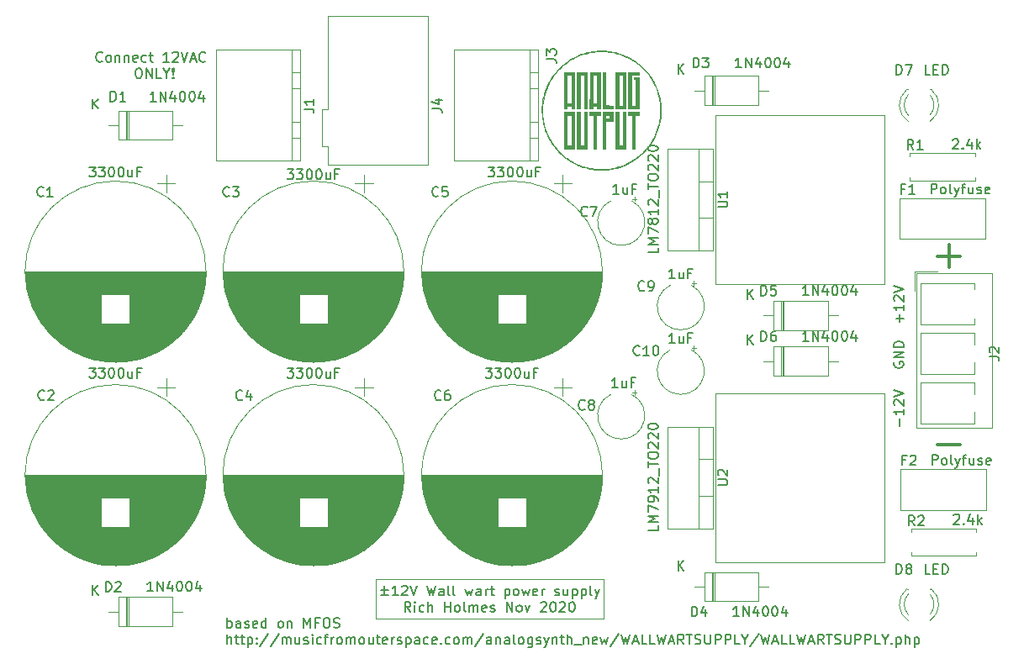
<source format=gbr>
%TF.GenerationSoftware,KiCad,Pcbnew,5.1.9-73d0e3b20d~88~ubuntu20.04.1*%
%TF.CreationDate,2020-12-28T10:08:40-05:00*%
%TF.ProjectId,mfosish_ww_supply,6d666f73-6973-4685-9f77-775f73757070,rev?*%
%TF.SameCoordinates,Original*%
%TF.FileFunction,Legend,Top*%
%TF.FilePolarity,Positive*%
%FSLAX46Y46*%
G04 Gerber Fmt 4.6, Leading zero omitted, Abs format (unit mm)*
G04 Created by KiCad (PCBNEW 5.1.9-73d0e3b20d~88~ubuntu20.04.1) date 2020-12-28 10:08:40*
%MOMM*%
%LPD*%
G01*
G04 APERTURE LIST*
%ADD10C,0.300000*%
%ADD11C,0.150000*%
%ADD12C,0.120000*%
%ADD13C,0.010000*%
G04 APERTURE END LIST*
D10*
X142857142Y-104214285D02*
X145142857Y-104214285D01*
X142857142Y-85214285D02*
X145142857Y-85214285D01*
X144000000Y-86357142D02*
X144000000Y-84071428D01*
D11*
X58738095Y-65532142D02*
X58690476Y-65579761D01*
X58547619Y-65627380D01*
X58452380Y-65627380D01*
X58309523Y-65579761D01*
X58214285Y-65484523D01*
X58166666Y-65389285D01*
X58119047Y-65198809D01*
X58119047Y-65055952D01*
X58166666Y-64865476D01*
X58214285Y-64770238D01*
X58309523Y-64675000D01*
X58452380Y-64627380D01*
X58547619Y-64627380D01*
X58690476Y-64675000D01*
X58738095Y-64722619D01*
X59309523Y-65627380D02*
X59214285Y-65579761D01*
X59166666Y-65532142D01*
X59119047Y-65436904D01*
X59119047Y-65151190D01*
X59166666Y-65055952D01*
X59214285Y-65008333D01*
X59309523Y-64960714D01*
X59452380Y-64960714D01*
X59547619Y-65008333D01*
X59595238Y-65055952D01*
X59642857Y-65151190D01*
X59642857Y-65436904D01*
X59595238Y-65532142D01*
X59547619Y-65579761D01*
X59452380Y-65627380D01*
X59309523Y-65627380D01*
X60071428Y-64960714D02*
X60071428Y-65627380D01*
X60071428Y-65055952D02*
X60119047Y-65008333D01*
X60214285Y-64960714D01*
X60357142Y-64960714D01*
X60452380Y-65008333D01*
X60500000Y-65103571D01*
X60500000Y-65627380D01*
X60976190Y-64960714D02*
X60976190Y-65627380D01*
X60976190Y-65055952D02*
X61023809Y-65008333D01*
X61119047Y-64960714D01*
X61261904Y-64960714D01*
X61357142Y-65008333D01*
X61404761Y-65103571D01*
X61404761Y-65627380D01*
X62261904Y-65579761D02*
X62166666Y-65627380D01*
X61976190Y-65627380D01*
X61880952Y-65579761D01*
X61833333Y-65484523D01*
X61833333Y-65103571D01*
X61880952Y-65008333D01*
X61976190Y-64960714D01*
X62166666Y-64960714D01*
X62261904Y-65008333D01*
X62309523Y-65103571D01*
X62309523Y-65198809D01*
X61833333Y-65294047D01*
X63166666Y-65579761D02*
X63071428Y-65627380D01*
X62880952Y-65627380D01*
X62785714Y-65579761D01*
X62738095Y-65532142D01*
X62690476Y-65436904D01*
X62690476Y-65151190D01*
X62738095Y-65055952D01*
X62785714Y-65008333D01*
X62880952Y-64960714D01*
X63071428Y-64960714D01*
X63166666Y-65008333D01*
X63452380Y-64960714D02*
X63833333Y-64960714D01*
X63595238Y-64627380D02*
X63595238Y-65484523D01*
X63642857Y-65579761D01*
X63738095Y-65627380D01*
X63833333Y-65627380D01*
X65452380Y-65627380D02*
X64880952Y-65627380D01*
X65166666Y-65627380D02*
X65166666Y-64627380D01*
X65071428Y-64770238D01*
X64976190Y-64865476D01*
X64880952Y-64913095D01*
X65833333Y-64722619D02*
X65880952Y-64675000D01*
X65976190Y-64627380D01*
X66214285Y-64627380D01*
X66309523Y-64675000D01*
X66357142Y-64722619D01*
X66404761Y-64817857D01*
X66404761Y-64913095D01*
X66357142Y-65055952D01*
X65785714Y-65627380D01*
X66404761Y-65627380D01*
X66690476Y-64627380D02*
X67023809Y-65627380D01*
X67357142Y-64627380D01*
X67642857Y-65341666D02*
X68119047Y-65341666D01*
X67547619Y-65627380D02*
X67880952Y-64627380D01*
X68214285Y-65627380D01*
X69119047Y-65532142D02*
X69071428Y-65579761D01*
X68928571Y-65627380D01*
X68833333Y-65627380D01*
X68690476Y-65579761D01*
X68595238Y-65484523D01*
X68547619Y-65389285D01*
X68500000Y-65198809D01*
X68500000Y-65055952D01*
X68547619Y-64865476D01*
X68595238Y-64770238D01*
X68690476Y-64675000D01*
X68833333Y-64627380D01*
X68928571Y-64627380D01*
X69071428Y-64675000D01*
X69119047Y-64722619D01*
X62309523Y-66277380D02*
X62500000Y-66277380D01*
X62595238Y-66325000D01*
X62690476Y-66420238D01*
X62738095Y-66610714D01*
X62738095Y-66944047D01*
X62690476Y-67134523D01*
X62595238Y-67229761D01*
X62500000Y-67277380D01*
X62309523Y-67277380D01*
X62214285Y-67229761D01*
X62119047Y-67134523D01*
X62071428Y-66944047D01*
X62071428Y-66610714D01*
X62119047Y-66420238D01*
X62214285Y-66325000D01*
X62309523Y-66277380D01*
X63166666Y-67277380D02*
X63166666Y-66277380D01*
X63738095Y-67277380D01*
X63738095Y-66277380D01*
X64690476Y-67277380D02*
X64214285Y-67277380D01*
X64214285Y-66277380D01*
X65214285Y-66801190D02*
X65214285Y-67277380D01*
X64880952Y-66277380D02*
X65214285Y-66801190D01*
X65547619Y-66277380D01*
X65880952Y-67182142D02*
X65928571Y-67229761D01*
X65880952Y-67277380D01*
X65833333Y-67229761D01*
X65880952Y-67182142D01*
X65880952Y-67277380D01*
X65880952Y-66896428D02*
X65833333Y-66325000D01*
X65880952Y-66277380D01*
X65928571Y-66325000D01*
X65880952Y-66896428D01*
X65880952Y-66277380D01*
D12*
X86250000Y-121750000D02*
X86250000Y-117750000D01*
X109250000Y-121750000D02*
X86250000Y-121750000D01*
X109250000Y-117750000D02*
X109250000Y-121750000D01*
X86250000Y-117750000D02*
X109250000Y-117750000D01*
D11*
X86773809Y-118805952D02*
X87535714Y-118805952D01*
X87154761Y-119186904D02*
X87154761Y-118425000D01*
X87535714Y-119377380D02*
X86773809Y-119377380D01*
X88535714Y-119377380D02*
X87964285Y-119377380D01*
X88250000Y-119377380D02*
X88250000Y-118377380D01*
X88154761Y-118520238D01*
X88059523Y-118615476D01*
X87964285Y-118663095D01*
X88916666Y-118472619D02*
X88964285Y-118425000D01*
X89059523Y-118377380D01*
X89297619Y-118377380D01*
X89392857Y-118425000D01*
X89440476Y-118472619D01*
X89488095Y-118567857D01*
X89488095Y-118663095D01*
X89440476Y-118805952D01*
X88869047Y-119377380D01*
X89488095Y-119377380D01*
X89773809Y-118377380D02*
X90107142Y-119377380D01*
X90440476Y-118377380D01*
X91440476Y-118377380D02*
X91678571Y-119377380D01*
X91869047Y-118663095D01*
X92059523Y-119377380D01*
X92297619Y-118377380D01*
X93107142Y-119377380D02*
X93107142Y-118853571D01*
X93059523Y-118758333D01*
X92964285Y-118710714D01*
X92773809Y-118710714D01*
X92678571Y-118758333D01*
X93107142Y-119329761D02*
X93011904Y-119377380D01*
X92773809Y-119377380D01*
X92678571Y-119329761D01*
X92630952Y-119234523D01*
X92630952Y-119139285D01*
X92678571Y-119044047D01*
X92773809Y-118996428D01*
X93011904Y-118996428D01*
X93107142Y-118948809D01*
X93726190Y-119377380D02*
X93630952Y-119329761D01*
X93583333Y-119234523D01*
X93583333Y-118377380D01*
X94250000Y-119377380D02*
X94154761Y-119329761D01*
X94107142Y-119234523D01*
X94107142Y-118377380D01*
X95297619Y-118710714D02*
X95488095Y-119377380D01*
X95678571Y-118901190D01*
X95869047Y-119377380D01*
X96059523Y-118710714D01*
X96869047Y-119377380D02*
X96869047Y-118853571D01*
X96821428Y-118758333D01*
X96726190Y-118710714D01*
X96535714Y-118710714D01*
X96440476Y-118758333D01*
X96869047Y-119329761D02*
X96773809Y-119377380D01*
X96535714Y-119377380D01*
X96440476Y-119329761D01*
X96392857Y-119234523D01*
X96392857Y-119139285D01*
X96440476Y-119044047D01*
X96535714Y-118996428D01*
X96773809Y-118996428D01*
X96869047Y-118948809D01*
X97345238Y-119377380D02*
X97345238Y-118710714D01*
X97345238Y-118901190D02*
X97392857Y-118805952D01*
X97440476Y-118758333D01*
X97535714Y-118710714D01*
X97630952Y-118710714D01*
X97821428Y-118710714D02*
X98202380Y-118710714D01*
X97964285Y-118377380D02*
X97964285Y-119234523D01*
X98011904Y-119329761D01*
X98107142Y-119377380D01*
X98202380Y-119377380D01*
X99297619Y-118710714D02*
X99297619Y-119710714D01*
X99297619Y-118758333D02*
X99392857Y-118710714D01*
X99583333Y-118710714D01*
X99678571Y-118758333D01*
X99726190Y-118805952D01*
X99773809Y-118901190D01*
X99773809Y-119186904D01*
X99726190Y-119282142D01*
X99678571Y-119329761D01*
X99583333Y-119377380D01*
X99392857Y-119377380D01*
X99297619Y-119329761D01*
X100345238Y-119377380D02*
X100250000Y-119329761D01*
X100202380Y-119282142D01*
X100154761Y-119186904D01*
X100154761Y-118901190D01*
X100202380Y-118805952D01*
X100250000Y-118758333D01*
X100345238Y-118710714D01*
X100488095Y-118710714D01*
X100583333Y-118758333D01*
X100630952Y-118805952D01*
X100678571Y-118901190D01*
X100678571Y-119186904D01*
X100630952Y-119282142D01*
X100583333Y-119329761D01*
X100488095Y-119377380D01*
X100345238Y-119377380D01*
X101011904Y-118710714D02*
X101202380Y-119377380D01*
X101392857Y-118901190D01*
X101583333Y-119377380D01*
X101773809Y-118710714D01*
X102535714Y-119329761D02*
X102440476Y-119377380D01*
X102250000Y-119377380D01*
X102154761Y-119329761D01*
X102107142Y-119234523D01*
X102107142Y-118853571D01*
X102154761Y-118758333D01*
X102250000Y-118710714D01*
X102440476Y-118710714D01*
X102535714Y-118758333D01*
X102583333Y-118853571D01*
X102583333Y-118948809D01*
X102107142Y-119044047D01*
X103011904Y-119377380D02*
X103011904Y-118710714D01*
X103011904Y-118901190D02*
X103059523Y-118805952D01*
X103107142Y-118758333D01*
X103202380Y-118710714D01*
X103297619Y-118710714D01*
X104345238Y-119329761D02*
X104440476Y-119377380D01*
X104630952Y-119377380D01*
X104726190Y-119329761D01*
X104773809Y-119234523D01*
X104773809Y-119186904D01*
X104726190Y-119091666D01*
X104630952Y-119044047D01*
X104488095Y-119044047D01*
X104392857Y-118996428D01*
X104345238Y-118901190D01*
X104345238Y-118853571D01*
X104392857Y-118758333D01*
X104488095Y-118710714D01*
X104630952Y-118710714D01*
X104726190Y-118758333D01*
X105630952Y-118710714D02*
X105630952Y-119377380D01*
X105202380Y-118710714D02*
X105202380Y-119234523D01*
X105250000Y-119329761D01*
X105345238Y-119377380D01*
X105488095Y-119377380D01*
X105583333Y-119329761D01*
X105630952Y-119282142D01*
X106107142Y-118710714D02*
X106107142Y-119710714D01*
X106107142Y-118758333D02*
X106202380Y-118710714D01*
X106392857Y-118710714D01*
X106488095Y-118758333D01*
X106535714Y-118805952D01*
X106583333Y-118901190D01*
X106583333Y-119186904D01*
X106535714Y-119282142D01*
X106488095Y-119329761D01*
X106392857Y-119377380D01*
X106202380Y-119377380D01*
X106107142Y-119329761D01*
X107011904Y-118710714D02*
X107011904Y-119710714D01*
X107011904Y-118758333D02*
X107107142Y-118710714D01*
X107297619Y-118710714D01*
X107392857Y-118758333D01*
X107440476Y-118805952D01*
X107488095Y-118901190D01*
X107488095Y-119186904D01*
X107440476Y-119282142D01*
X107392857Y-119329761D01*
X107297619Y-119377380D01*
X107107142Y-119377380D01*
X107011904Y-119329761D01*
X108059523Y-119377380D02*
X107964285Y-119329761D01*
X107916666Y-119234523D01*
X107916666Y-118377380D01*
X108345238Y-118710714D02*
X108583333Y-119377380D01*
X108821428Y-118710714D02*
X108583333Y-119377380D01*
X108488095Y-119615476D01*
X108440476Y-119663095D01*
X108345238Y-119710714D01*
X89797619Y-121027380D02*
X89464285Y-120551190D01*
X89226190Y-121027380D02*
X89226190Y-120027380D01*
X89607142Y-120027380D01*
X89702380Y-120075000D01*
X89750000Y-120122619D01*
X89797619Y-120217857D01*
X89797619Y-120360714D01*
X89750000Y-120455952D01*
X89702380Y-120503571D01*
X89607142Y-120551190D01*
X89226190Y-120551190D01*
X90226190Y-121027380D02*
X90226190Y-120360714D01*
X90226190Y-120027380D02*
X90178571Y-120075000D01*
X90226190Y-120122619D01*
X90273809Y-120075000D01*
X90226190Y-120027380D01*
X90226190Y-120122619D01*
X91130952Y-120979761D02*
X91035714Y-121027380D01*
X90845238Y-121027380D01*
X90750000Y-120979761D01*
X90702380Y-120932142D01*
X90654761Y-120836904D01*
X90654761Y-120551190D01*
X90702380Y-120455952D01*
X90750000Y-120408333D01*
X90845238Y-120360714D01*
X91035714Y-120360714D01*
X91130952Y-120408333D01*
X91559523Y-121027380D02*
X91559523Y-120027380D01*
X91988095Y-121027380D02*
X91988095Y-120503571D01*
X91940476Y-120408333D01*
X91845238Y-120360714D01*
X91702380Y-120360714D01*
X91607142Y-120408333D01*
X91559523Y-120455952D01*
X93226190Y-121027380D02*
X93226190Y-120027380D01*
X93226190Y-120503571D02*
X93797619Y-120503571D01*
X93797619Y-121027380D02*
X93797619Y-120027380D01*
X94416666Y-121027380D02*
X94321428Y-120979761D01*
X94273809Y-120932142D01*
X94226190Y-120836904D01*
X94226190Y-120551190D01*
X94273809Y-120455952D01*
X94321428Y-120408333D01*
X94416666Y-120360714D01*
X94559523Y-120360714D01*
X94654761Y-120408333D01*
X94702380Y-120455952D01*
X94750000Y-120551190D01*
X94750000Y-120836904D01*
X94702380Y-120932142D01*
X94654761Y-120979761D01*
X94559523Y-121027380D01*
X94416666Y-121027380D01*
X95321428Y-121027380D02*
X95226190Y-120979761D01*
X95178571Y-120884523D01*
X95178571Y-120027380D01*
X95702380Y-121027380D02*
X95702380Y-120360714D01*
X95702380Y-120455952D02*
X95750000Y-120408333D01*
X95845238Y-120360714D01*
X95988095Y-120360714D01*
X96083333Y-120408333D01*
X96130952Y-120503571D01*
X96130952Y-121027380D01*
X96130952Y-120503571D02*
X96178571Y-120408333D01*
X96273809Y-120360714D01*
X96416666Y-120360714D01*
X96511904Y-120408333D01*
X96559523Y-120503571D01*
X96559523Y-121027380D01*
X97416666Y-120979761D02*
X97321428Y-121027380D01*
X97130952Y-121027380D01*
X97035714Y-120979761D01*
X96988095Y-120884523D01*
X96988095Y-120503571D01*
X97035714Y-120408333D01*
X97130952Y-120360714D01*
X97321428Y-120360714D01*
X97416666Y-120408333D01*
X97464285Y-120503571D01*
X97464285Y-120598809D01*
X96988095Y-120694047D01*
X97845238Y-120979761D02*
X97940476Y-121027380D01*
X98130952Y-121027380D01*
X98226190Y-120979761D01*
X98273809Y-120884523D01*
X98273809Y-120836904D01*
X98226190Y-120741666D01*
X98130952Y-120694047D01*
X97988095Y-120694047D01*
X97892857Y-120646428D01*
X97845238Y-120551190D01*
X97845238Y-120503571D01*
X97892857Y-120408333D01*
X97988095Y-120360714D01*
X98130952Y-120360714D01*
X98226190Y-120408333D01*
X99464285Y-121027380D02*
X99464285Y-120027380D01*
X100035714Y-121027380D01*
X100035714Y-120027380D01*
X100654761Y-121027380D02*
X100559523Y-120979761D01*
X100511904Y-120932142D01*
X100464285Y-120836904D01*
X100464285Y-120551190D01*
X100511904Y-120455952D01*
X100559523Y-120408333D01*
X100654761Y-120360714D01*
X100797619Y-120360714D01*
X100892857Y-120408333D01*
X100940476Y-120455952D01*
X100988095Y-120551190D01*
X100988095Y-120836904D01*
X100940476Y-120932142D01*
X100892857Y-120979761D01*
X100797619Y-121027380D01*
X100654761Y-121027380D01*
X101321428Y-120360714D02*
X101559523Y-121027380D01*
X101797619Y-120360714D01*
X102892857Y-120122619D02*
X102940476Y-120075000D01*
X103035714Y-120027380D01*
X103273809Y-120027380D01*
X103369047Y-120075000D01*
X103416666Y-120122619D01*
X103464285Y-120217857D01*
X103464285Y-120313095D01*
X103416666Y-120455952D01*
X102845238Y-121027380D01*
X103464285Y-121027380D01*
X104083333Y-120027380D02*
X104178571Y-120027380D01*
X104273809Y-120075000D01*
X104321428Y-120122619D01*
X104369047Y-120217857D01*
X104416666Y-120408333D01*
X104416666Y-120646428D01*
X104369047Y-120836904D01*
X104321428Y-120932142D01*
X104273809Y-120979761D01*
X104178571Y-121027380D01*
X104083333Y-121027380D01*
X103988095Y-120979761D01*
X103940476Y-120932142D01*
X103892857Y-120836904D01*
X103845238Y-120646428D01*
X103845238Y-120408333D01*
X103892857Y-120217857D01*
X103940476Y-120122619D01*
X103988095Y-120075000D01*
X104083333Y-120027380D01*
X104797619Y-120122619D02*
X104845238Y-120075000D01*
X104940476Y-120027380D01*
X105178571Y-120027380D01*
X105273809Y-120075000D01*
X105321428Y-120122619D01*
X105369047Y-120217857D01*
X105369047Y-120313095D01*
X105321428Y-120455952D01*
X104750000Y-121027380D01*
X105369047Y-121027380D01*
X105988095Y-120027380D02*
X106083333Y-120027380D01*
X106178571Y-120075000D01*
X106226190Y-120122619D01*
X106273809Y-120217857D01*
X106321428Y-120408333D01*
X106321428Y-120646428D01*
X106273809Y-120836904D01*
X106226190Y-120932142D01*
X106178571Y-120979761D01*
X106083333Y-121027380D01*
X105988095Y-121027380D01*
X105892857Y-120979761D01*
X105845238Y-120932142D01*
X105797619Y-120836904D01*
X105750000Y-120646428D01*
X105750000Y-120408333D01*
X105797619Y-120217857D01*
X105845238Y-120122619D01*
X105892857Y-120075000D01*
X105988095Y-120027380D01*
D12*
X137500000Y-116000000D02*
X120500000Y-116000000D01*
X137500000Y-99000000D02*
X137500000Y-116000000D01*
X120500000Y-99000000D02*
X137500000Y-99000000D01*
X120500000Y-116000000D02*
X120500000Y-107500000D01*
X120500000Y-107500000D02*
X120500000Y-99000000D01*
D11*
X71335595Y-122627380D02*
X71335595Y-121627380D01*
X71335595Y-122008333D02*
X71430833Y-121960714D01*
X71621309Y-121960714D01*
X71716547Y-122008333D01*
X71764166Y-122055952D01*
X71811785Y-122151190D01*
X71811785Y-122436904D01*
X71764166Y-122532142D01*
X71716547Y-122579761D01*
X71621309Y-122627380D01*
X71430833Y-122627380D01*
X71335595Y-122579761D01*
X72668928Y-122627380D02*
X72668928Y-122103571D01*
X72621309Y-122008333D01*
X72526071Y-121960714D01*
X72335595Y-121960714D01*
X72240357Y-122008333D01*
X72668928Y-122579761D02*
X72573690Y-122627380D01*
X72335595Y-122627380D01*
X72240357Y-122579761D01*
X72192738Y-122484523D01*
X72192738Y-122389285D01*
X72240357Y-122294047D01*
X72335595Y-122246428D01*
X72573690Y-122246428D01*
X72668928Y-122198809D01*
X73097500Y-122579761D02*
X73192738Y-122627380D01*
X73383214Y-122627380D01*
X73478452Y-122579761D01*
X73526071Y-122484523D01*
X73526071Y-122436904D01*
X73478452Y-122341666D01*
X73383214Y-122294047D01*
X73240357Y-122294047D01*
X73145119Y-122246428D01*
X73097500Y-122151190D01*
X73097500Y-122103571D01*
X73145119Y-122008333D01*
X73240357Y-121960714D01*
X73383214Y-121960714D01*
X73478452Y-122008333D01*
X74335595Y-122579761D02*
X74240357Y-122627380D01*
X74049880Y-122627380D01*
X73954642Y-122579761D01*
X73907023Y-122484523D01*
X73907023Y-122103571D01*
X73954642Y-122008333D01*
X74049880Y-121960714D01*
X74240357Y-121960714D01*
X74335595Y-122008333D01*
X74383214Y-122103571D01*
X74383214Y-122198809D01*
X73907023Y-122294047D01*
X75240357Y-122627380D02*
X75240357Y-121627380D01*
X75240357Y-122579761D02*
X75145119Y-122627380D01*
X74954642Y-122627380D01*
X74859404Y-122579761D01*
X74811785Y-122532142D01*
X74764166Y-122436904D01*
X74764166Y-122151190D01*
X74811785Y-122055952D01*
X74859404Y-122008333D01*
X74954642Y-121960714D01*
X75145119Y-121960714D01*
X75240357Y-122008333D01*
X76621309Y-122627380D02*
X76526071Y-122579761D01*
X76478452Y-122532142D01*
X76430833Y-122436904D01*
X76430833Y-122151190D01*
X76478452Y-122055952D01*
X76526071Y-122008333D01*
X76621309Y-121960714D01*
X76764166Y-121960714D01*
X76859404Y-122008333D01*
X76907023Y-122055952D01*
X76954642Y-122151190D01*
X76954642Y-122436904D01*
X76907023Y-122532142D01*
X76859404Y-122579761D01*
X76764166Y-122627380D01*
X76621309Y-122627380D01*
X77383214Y-121960714D02*
X77383214Y-122627380D01*
X77383214Y-122055952D02*
X77430833Y-122008333D01*
X77526071Y-121960714D01*
X77668928Y-121960714D01*
X77764166Y-122008333D01*
X77811785Y-122103571D01*
X77811785Y-122627380D01*
X79049880Y-122627380D02*
X79049880Y-121627380D01*
X79383214Y-122341666D01*
X79716547Y-121627380D01*
X79716547Y-122627380D01*
X80526071Y-122103571D02*
X80192738Y-122103571D01*
X80192738Y-122627380D02*
X80192738Y-121627380D01*
X80668928Y-121627380D01*
X81240357Y-121627380D02*
X81430833Y-121627380D01*
X81526071Y-121675000D01*
X81621309Y-121770238D01*
X81668928Y-121960714D01*
X81668928Y-122294047D01*
X81621309Y-122484523D01*
X81526071Y-122579761D01*
X81430833Y-122627380D01*
X81240357Y-122627380D01*
X81145119Y-122579761D01*
X81049880Y-122484523D01*
X81002261Y-122294047D01*
X81002261Y-121960714D01*
X81049880Y-121770238D01*
X81145119Y-121675000D01*
X81240357Y-121627380D01*
X82049880Y-122579761D02*
X82192738Y-122627380D01*
X82430833Y-122627380D01*
X82526071Y-122579761D01*
X82573690Y-122532142D01*
X82621309Y-122436904D01*
X82621309Y-122341666D01*
X82573690Y-122246428D01*
X82526071Y-122198809D01*
X82430833Y-122151190D01*
X82240357Y-122103571D01*
X82145119Y-122055952D01*
X82097500Y-122008333D01*
X82049880Y-121913095D01*
X82049880Y-121817857D01*
X82097500Y-121722619D01*
X82145119Y-121675000D01*
X82240357Y-121627380D01*
X82478452Y-121627380D01*
X82621309Y-121675000D01*
X71335595Y-124277380D02*
X71335595Y-123277380D01*
X71764166Y-124277380D02*
X71764166Y-123753571D01*
X71716547Y-123658333D01*
X71621309Y-123610714D01*
X71478452Y-123610714D01*
X71383214Y-123658333D01*
X71335595Y-123705952D01*
X72097500Y-123610714D02*
X72478452Y-123610714D01*
X72240357Y-123277380D02*
X72240357Y-124134523D01*
X72287976Y-124229761D01*
X72383214Y-124277380D01*
X72478452Y-124277380D01*
X72668928Y-123610714D02*
X73049880Y-123610714D01*
X72811785Y-123277380D02*
X72811785Y-124134523D01*
X72859404Y-124229761D01*
X72954642Y-124277380D01*
X73049880Y-124277380D01*
X73383214Y-123610714D02*
X73383214Y-124610714D01*
X73383214Y-123658333D02*
X73478452Y-123610714D01*
X73668928Y-123610714D01*
X73764166Y-123658333D01*
X73811785Y-123705952D01*
X73859404Y-123801190D01*
X73859404Y-124086904D01*
X73811785Y-124182142D01*
X73764166Y-124229761D01*
X73668928Y-124277380D01*
X73478452Y-124277380D01*
X73383214Y-124229761D01*
X74287976Y-124182142D02*
X74335595Y-124229761D01*
X74287976Y-124277380D01*
X74240357Y-124229761D01*
X74287976Y-124182142D01*
X74287976Y-124277380D01*
X74287976Y-123658333D02*
X74335595Y-123705952D01*
X74287976Y-123753571D01*
X74240357Y-123705952D01*
X74287976Y-123658333D01*
X74287976Y-123753571D01*
X75478452Y-123229761D02*
X74621309Y-124515476D01*
X76526071Y-123229761D02*
X75668928Y-124515476D01*
X76859404Y-124277380D02*
X76859404Y-123610714D01*
X76859404Y-123705952D02*
X76907023Y-123658333D01*
X77002261Y-123610714D01*
X77145119Y-123610714D01*
X77240357Y-123658333D01*
X77287976Y-123753571D01*
X77287976Y-124277380D01*
X77287976Y-123753571D02*
X77335595Y-123658333D01*
X77430833Y-123610714D01*
X77573690Y-123610714D01*
X77668928Y-123658333D01*
X77716547Y-123753571D01*
X77716547Y-124277380D01*
X78621309Y-123610714D02*
X78621309Y-124277380D01*
X78192738Y-123610714D02*
X78192738Y-124134523D01*
X78240357Y-124229761D01*
X78335595Y-124277380D01*
X78478452Y-124277380D01*
X78573690Y-124229761D01*
X78621309Y-124182142D01*
X79049880Y-124229761D02*
X79145119Y-124277380D01*
X79335595Y-124277380D01*
X79430833Y-124229761D01*
X79478452Y-124134523D01*
X79478452Y-124086904D01*
X79430833Y-123991666D01*
X79335595Y-123944047D01*
X79192738Y-123944047D01*
X79097500Y-123896428D01*
X79049880Y-123801190D01*
X79049880Y-123753571D01*
X79097500Y-123658333D01*
X79192738Y-123610714D01*
X79335595Y-123610714D01*
X79430833Y-123658333D01*
X79907023Y-124277380D02*
X79907023Y-123610714D01*
X79907023Y-123277380D02*
X79859404Y-123325000D01*
X79907023Y-123372619D01*
X79954642Y-123325000D01*
X79907023Y-123277380D01*
X79907023Y-123372619D01*
X80811785Y-124229761D02*
X80716547Y-124277380D01*
X80526071Y-124277380D01*
X80430833Y-124229761D01*
X80383214Y-124182142D01*
X80335595Y-124086904D01*
X80335595Y-123801190D01*
X80383214Y-123705952D01*
X80430833Y-123658333D01*
X80526071Y-123610714D01*
X80716547Y-123610714D01*
X80811785Y-123658333D01*
X81097500Y-123610714D02*
X81478452Y-123610714D01*
X81240357Y-124277380D02*
X81240357Y-123420238D01*
X81287976Y-123325000D01*
X81383214Y-123277380D01*
X81478452Y-123277380D01*
X81811785Y-124277380D02*
X81811785Y-123610714D01*
X81811785Y-123801190D02*
X81859404Y-123705952D01*
X81907023Y-123658333D01*
X82002261Y-123610714D01*
X82097500Y-123610714D01*
X82573690Y-124277380D02*
X82478452Y-124229761D01*
X82430833Y-124182142D01*
X82383214Y-124086904D01*
X82383214Y-123801190D01*
X82430833Y-123705952D01*
X82478452Y-123658333D01*
X82573690Y-123610714D01*
X82716547Y-123610714D01*
X82811785Y-123658333D01*
X82859404Y-123705952D01*
X82907023Y-123801190D01*
X82907023Y-124086904D01*
X82859404Y-124182142D01*
X82811785Y-124229761D01*
X82716547Y-124277380D01*
X82573690Y-124277380D01*
X83335595Y-124277380D02*
X83335595Y-123610714D01*
X83335595Y-123705952D02*
X83383214Y-123658333D01*
X83478452Y-123610714D01*
X83621309Y-123610714D01*
X83716547Y-123658333D01*
X83764166Y-123753571D01*
X83764166Y-124277380D01*
X83764166Y-123753571D02*
X83811785Y-123658333D01*
X83907023Y-123610714D01*
X84049880Y-123610714D01*
X84145119Y-123658333D01*
X84192738Y-123753571D01*
X84192738Y-124277380D01*
X84811785Y-124277380D02*
X84716547Y-124229761D01*
X84668928Y-124182142D01*
X84621309Y-124086904D01*
X84621309Y-123801190D01*
X84668928Y-123705952D01*
X84716547Y-123658333D01*
X84811785Y-123610714D01*
X84954642Y-123610714D01*
X85049880Y-123658333D01*
X85097500Y-123705952D01*
X85145119Y-123801190D01*
X85145119Y-124086904D01*
X85097500Y-124182142D01*
X85049880Y-124229761D01*
X84954642Y-124277380D01*
X84811785Y-124277380D01*
X86002261Y-123610714D02*
X86002261Y-124277380D01*
X85573690Y-123610714D02*
X85573690Y-124134523D01*
X85621309Y-124229761D01*
X85716547Y-124277380D01*
X85859404Y-124277380D01*
X85954642Y-124229761D01*
X86002261Y-124182142D01*
X86335595Y-123610714D02*
X86716547Y-123610714D01*
X86478452Y-123277380D02*
X86478452Y-124134523D01*
X86526071Y-124229761D01*
X86621309Y-124277380D01*
X86716547Y-124277380D01*
X87430833Y-124229761D02*
X87335595Y-124277380D01*
X87145119Y-124277380D01*
X87049880Y-124229761D01*
X87002261Y-124134523D01*
X87002261Y-123753571D01*
X87049880Y-123658333D01*
X87145119Y-123610714D01*
X87335595Y-123610714D01*
X87430833Y-123658333D01*
X87478452Y-123753571D01*
X87478452Y-123848809D01*
X87002261Y-123944047D01*
X87907023Y-124277380D02*
X87907023Y-123610714D01*
X87907023Y-123801190D02*
X87954642Y-123705952D01*
X88002261Y-123658333D01*
X88097500Y-123610714D01*
X88192738Y-123610714D01*
X88478452Y-124229761D02*
X88573690Y-124277380D01*
X88764166Y-124277380D01*
X88859404Y-124229761D01*
X88907023Y-124134523D01*
X88907023Y-124086904D01*
X88859404Y-123991666D01*
X88764166Y-123944047D01*
X88621309Y-123944047D01*
X88526071Y-123896428D01*
X88478452Y-123801190D01*
X88478452Y-123753571D01*
X88526071Y-123658333D01*
X88621309Y-123610714D01*
X88764166Y-123610714D01*
X88859404Y-123658333D01*
X89335595Y-123610714D02*
X89335595Y-124610714D01*
X89335595Y-123658333D02*
X89430833Y-123610714D01*
X89621309Y-123610714D01*
X89716547Y-123658333D01*
X89764166Y-123705952D01*
X89811785Y-123801190D01*
X89811785Y-124086904D01*
X89764166Y-124182142D01*
X89716547Y-124229761D01*
X89621309Y-124277380D01*
X89430833Y-124277380D01*
X89335595Y-124229761D01*
X90668928Y-124277380D02*
X90668928Y-123753571D01*
X90621309Y-123658333D01*
X90526071Y-123610714D01*
X90335595Y-123610714D01*
X90240357Y-123658333D01*
X90668928Y-124229761D02*
X90573690Y-124277380D01*
X90335595Y-124277380D01*
X90240357Y-124229761D01*
X90192738Y-124134523D01*
X90192738Y-124039285D01*
X90240357Y-123944047D01*
X90335595Y-123896428D01*
X90573690Y-123896428D01*
X90668928Y-123848809D01*
X91573690Y-124229761D02*
X91478452Y-124277380D01*
X91287976Y-124277380D01*
X91192738Y-124229761D01*
X91145119Y-124182142D01*
X91097500Y-124086904D01*
X91097500Y-123801190D01*
X91145119Y-123705952D01*
X91192738Y-123658333D01*
X91287976Y-123610714D01*
X91478452Y-123610714D01*
X91573690Y-123658333D01*
X92383214Y-124229761D02*
X92287976Y-124277380D01*
X92097500Y-124277380D01*
X92002261Y-124229761D01*
X91954642Y-124134523D01*
X91954642Y-123753571D01*
X92002261Y-123658333D01*
X92097500Y-123610714D01*
X92287976Y-123610714D01*
X92383214Y-123658333D01*
X92430833Y-123753571D01*
X92430833Y-123848809D01*
X91954642Y-123944047D01*
X92859404Y-124182142D02*
X92907023Y-124229761D01*
X92859404Y-124277380D01*
X92811785Y-124229761D01*
X92859404Y-124182142D01*
X92859404Y-124277380D01*
X93764166Y-124229761D02*
X93668928Y-124277380D01*
X93478452Y-124277380D01*
X93383214Y-124229761D01*
X93335595Y-124182142D01*
X93287976Y-124086904D01*
X93287976Y-123801190D01*
X93335595Y-123705952D01*
X93383214Y-123658333D01*
X93478452Y-123610714D01*
X93668928Y-123610714D01*
X93764166Y-123658333D01*
X94335595Y-124277380D02*
X94240357Y-124229761D01*
X94192738Y-124182142D01*
X94145119Y-124086904D01*
X94145119Y-123801190D01*
X94192738Y-123705952D01*
X94240357Y-123658333D01*
X94335595Y-123610714D01*
X94478452Y-123610714D01*
X94573690Y-123658333D01*
X94621309Y-123705952D01*
X94668928Y-123801190D01*
X94668928Y-124086904D01*
X94621309Y-124182142D01*
X94573690Y-124229761D01*
X94478452Y-124277380D01*
X94335595Y-124277380D01*
X95097500Y-124277380D02*
X95097500Y-123610714D01*
X95097500Y-123705952D02*
X95145119Y-123658333D01*
X95240357Y-123610714D01*
X95383214Y-123610714D01*
X95478452Y-123658333D01*
X95526071Y-123753571D01*
X95526071Y-124277380D01*
X95526071Y-123753571D02*
X95573690Y-123658333D01*
X95668928Y-123610714D01*
X95811785Y-123610714D01*
X95907023Y-123658333D01*
X95954642Y-123753571D01*
X95954642Y-124277380D01*
X97145119Y-123229761D02*
X96287976Y-124515476D01*
X97907023Y-124277380D02*
X97907023Y-123753571D01*
X97859404Y-123658333D01*
X97764166Y-123610714D01*
X97573690Y-123610714D01*
X97478452Y-123658333D01*
X97907023Y-124229761D02*
X97811785Y-124277380D01*
X97573690Y-124277380D01*
X97478452Y-124229761D01*
X97430833Y-124134523D01*
X97430833Y-124039285D01*
X97478452Y-123944047D01*
X97573690Y-123896428D01*
X97811785Y-123896428D01*
X97907023Y-123848809D01*
X98383214Y-123610714D02*
X98383214Y-124277380D01*
X98383214Y-123705952D02*
X98430833Y-123658333D01*
X98526071Y-123610714D01*
X98668928Y-123610714D01*
X98764166Y-123658333D01*
X98811785Y-123753571D01*
X98811785Y-124277380D01*
X99716547Y-124277380D02*
X99716547Y-123753571D01*
X99668928Y-123658333D01*
X99573690Y-123610714D01*
X99383214Y-123610714D01*
X99287976Y-123658333D01*
X99716547Y-124229761D02*
X99621309Y-124277380D01*
X99383214Y-124277380D01*
X99287976Y-124229761D01*
X99240357Y-124134523D01*
X99240357Y-124039285D01*
X99287976Y-123944047D01*
X99383214Y-123896428D01*
X99621309Y-123896428D01*
X99716547Y-123848809D01*
X100335595Y-124277380D02*
X100240357Y-124229761D01*
X100192738Y-124134523D01*
X100192738Y-123277380D01*
X100859404Y-124277380D02*
X100764166Y-124229761D01*
X100716547Y-124182142D01*
X100668928Y-124086904D01*
X100668928Y-123801190D01*
X100716547Y-123705952D01*
X100764166Y-123658333D01*
X100859404Y-123610714D01*
X101002261Y-123610714D01*
X101097499Y-123658333D01*
X101145119Y-123705952D01*
X101192738Y-123801190D01*
X101192738Y-124086904D01*
X101145119Y-124182142D01*
X101097499Y-124229761D01*
X101002261Y-124277380D01*
X100859404Y-124277380D01*
X102049880Y-123610714D02*
X102049880Y-124420238D01*
X102002261Y-124515476D01*
X101954642Y-124563095D01*
X101859404Y-124610714D01*
X101716547Y-124610714D01*
X101621309Y-124563095D01*
X102049880Y-124229761D02*
X101954642Y-124277380D01*
X101764166Y-124277380D01*
X101668928Y-124229761D01*
X101621309Y-124182142D01*
X101573690Y-124086904D01*
X101573690Y-123801190D01*
X101621309Y-123705952D01*
X101668928Y-123658333D01*
X101764166Y-123610714D01*
X101954642Y-123610714D01*
X102049880Y-123658333D01*
X102478452Y-124229761D02*
X102573690Y-124277380D01*
X102764166Y-124277380D01*
X102859404Y-124229761D01*
X102907023Y-124134523D01*
X102907023Y-124086904D01*
X102859404Y-123991666D01*
X102764166Y-123944047D01*
X102621309Y-123944047D01*
X102526071Y-123896428D01*
X102478452Y-123801190D01*
X102478452Y-123753571D01*
X102526071Y-123658333D01*
X102621309Y-123610714D01*
X102764166Y-123610714D01*
X102859404Y-123658333D01*
X103240357Y-123610714D02*
X103478452Y-124277380D01*
X103716547Y-123610714D02*
X103478452Y-124277380D01*
X103383214Y-124515476D01*
X103335595Y-124563095D01*
X103240357Y-124610714D01*
X104097499Y-123610714D02*
X104097499Y-124277380D01*
X104097499Y-123705952D02*
X104145119Y-123658333D01*
X104240357Y-123610714D01*
X104383214Y-123610714D01*
X104478452Y-123658333D01*
X104526071Y-123753571D01*
X104526071Y-124277380D01*
X104859404Y-123610714D02*
X105240357Y-123610714D01*
X105002261Y-123277380D02*
X105002261Y-124134523D01*
X105049880Y-124229761D01*
X105145119Y-124277380D01*
X105240357Y-124277380D01*
X105573690Y-124277380D02*
X105573690Y-123277380D01*
X106002261Y-124277380D02*
X106002261Y-123753571D01*
X105954642Y-123658333D01*
X105859404Y-123610714D01*
X105716547Y-123610714D01*
X105621309Y-123658333D01*
X105573690Y-123705952D01*
X106240357Y-124372619D02*
X107002261Y-124372619D01*
X107240357Y-123610714D02*
X107240357Y-124277380D01*
X107240357Y-123705952D02*
X107287976Y-123658333D01*
X107383214Y-123610714D01*
X107526071Y-123610714D01*
X107621309Y-123658333D01*
X107668928Y-123753571D01*
X107668928Y-124277380D01*
X108526071Y-124229761D02*
X108430833Y-124277380D01*
X108240357Y-124277380D01*
X108145119Y-124229761D01*
X108097499Y-124134523D01*
X108097499Y-123753571D01*
X108145119Y-123658333D01*
X108240357Y-123610714D01*
X108430833Y-123610714D01*
X108526071Y-123658333D01*
X108573690Y-123753571D01*
X108573690Y-123848809D01*
X108097499Y-123944047D01*
X108907023Y-123610714D02*
X109097499Y-124277380D01*
X109287976Y-123801190D01*
X109478452Y-124277380D01*
X109668928Y-123610714D01*
X110764166Y-123229761D02*
X109907023Y-124515476D01*
X111002261Y-123277380D02*
X111240357Y-124277380D01*
X111430833Y-123563095D01*
X111621309Y-124277380D01*
X111859404Y-123277380D01*
X112192738Y-123991666D02*
X112668928Y-123991666D01*
X112097499Y-124277380D02*
X112430833Y-123277380D01*
X112764166Y-124277380D01*
X113573690Y-124277380D02*
X113097499Y-124277380D01*
X113097499Y-123277380D01*
X114383214Y-124277380D02*
X113907023Y-124277380D01*
X113907023Y-123277380D01*
X114621309Y-123277380D02*
X114859404Y-124277380D01*
X115049880Y-123563095D01*
X115240357Y-124277380D01*
X115478452Y-123277380D01*
X115811785Y-123991666D02*
X116287976Y-123991666D01*
X115716547Y-124277380D02*
X116049880Y-123277380D01*
X116383214Y-124277380D01*
X117287976Y-124277380D02*
X116954642Y-123801190D01*
X116716547Y-124277380D02*
X116716547Y-123277380D01*
X117097499Y-123277380D01*
X117192738Y-123325000D01*
X117240357Y-123372619D01*
X117287976Y-123467857D01*
X117287976Y-123610714D01*
X117240357Y-123705952D01*
X117192738Y-123753571D01*
X117097499Y-123801190D01*
X116716547Y-123801190D01*
X117573690Y-123277380D02*
X118145119Y-123277380D01*
X117859404Y-124277380D02*
X117859404Y-123277380D01*
X118430833Y-124229761D02*
X118573690Y-124277380D01*
X118811785Y-124277380D01*
X118907023Y-124229761D01*
X118954642Y-124182142D01*
X119002261Y-124086904D01*
X119002261Y-123991666D01*
X118954642Y-123896428D01*
X118907023Y-123848809D01*
X118811785Y-123801190D01*
X118621309Y-123753571D01*
X118526071Y-123705952D01*
X118478452Y-123658333D01*
X118430833Y-123563095D01*
X118430833Y-123467857D01*
X118478452Y-123372619D01*
X118526071Y-123325000D01*
X118621309Y-123277380D01*
X118859404Y-123277380D01*
X119002261Y-123325000D01*
X119430833Y-123277380D02*
X119430833Y-124086904D01*
X119478452Y-124182142D01*
X119526071Y-124229761D01*
X119621309Y-124277380D01*
X119811785Y-124277380D01*
X119907023Y-124229761D01*
X119954642Y-124182142D01*
X120002261Y-124086904D01*
X120002261Y-123277380D01*
X120478452Y-124277380D02*
X120478452Y-123277380D01*
X120859404Y-123277380D01*
X120954642Y-123325000D01*
X121002261Y-123372619D01*
X121049880Y-123467857D01*
X121049880Y-123610714D01*
X121002261Y-123705952D01*
X120954642Y-123753571D01*
X120859404Y-123801190D01*
X120478452Y-123801190D01*
X121478452Y-124277380D02*
X121478452Y-123277380D01*
X121859404Y-123277380D01*
X121954642Y-123325000D01*
X122002261Y-123372619D01*
X122049880Y-123467857D01*
X122049880Y-123610714D01*
X122002261Y-123705952D01*
X121954642Y-123753571D01*
X121859404Y-123801190D01*
X121478452Y-123801190D01*
X122954642Y-124277380D02*
X122478452Y-124277380D01*
X122478452Y-123277380D01*
X123478452Y-123801190D02*
X123478452Y-124277380D01*
X123145119Y-123277380D02*
X123478452Y-123801190D01*
X123811785Y-123277380D01*
X124859404Y-123229761D02*
X124002261Y-124515476D01*
X125097499Y-123277380D02*
X125335595Y-124277380D01*
X125526071Y-123563095D01*
X125716547Y-124277380D01*
X125954642Y-123277380D01*
X126287976Y-123991666D02*
X126764166Y-123991666D01*
X126192738Y-124277380D02*
X126526071Y-123277380D01*
X126859404Y-124277380D01*
X127668928Y-124277380D02*
X127192738Y-124277380D01*
X127192738Y-123277380D01*
X128478452Y-124277380D02*
X128002261Y-124277380D01*
X128002261Y-123277380D01*
X128716547Y-123277380D02*
X128954642Y-124277380D01*
X129145119Y-123563095D01*
X129335595Y-124277380D01*
X129573690Y-123277380D01*
X129907023Y-123991666D02*
X130383214Y-123991666D01*
X129811785Y-124277380D02*
X130145119Y-123277380D01*
X130478452Y-124277380D01*
X131383214Y-124277380D02*
X131049880Y-123801190D01*
X130811785Y-124277380D02*
X130811785Y-123277380D01*
X131192738Y-123277380D01*
X131287976Y-123325000D01*
X131335595Y-123372619D01*
X131383214Y-123467857D01*
X131383214Y-123610714D01*
X131335595Y-123705952D01*
X131287976Y-123753571D01*
X131192738Y-123801190D01*
X130811785Y-123801190D01*
X131668928Y-123277380D02*
X132240357Y-123277380D01*
X131954642Y-124277380D02*
X131954642Y-123277380D01*
X132526071Y-124229761D02*
X132668928Y-124277380D01*
X132907023Y-124277380D01*
X133002261Y-124229761D01*
X133049880Y-124182142D01*
X133097499Y-124086904D01*
X133097499Y-123991666D01*
X133049880Y-123896428D01*
X133002261Y-123848809D01*
X132907023Y-123801190D01*
X132716547Y-123753571D01*
X132621309Y-123705952D01*
X132573690Y-123658333D01*
X132526071Y-123563095D01*
X132526071Y-123467857D01*
X132573690Y-123372619D01*
X132621309Y-123325000D01*
X132716547Y-123277380D01*
X132954642Y-123277380D01*
X133097499Y-123325000D01*
X133526071Y-123277380D02*
X133526071Y-124086904D01*
X133573690Y-124182142D01*
X133621309Y-124229761D01*
X133716547Y-124277380D01*
X133907023Y-124277380D01*
X134002261Y-124229761D01*
X134049880Y-124182142D01*
X134097499Y-124086904D01*
X134097499Y-123277380D01*
X134573690Y-124277380D02*
X134573690Y-123277380D01*
X134954642Y-123277380D01*
X135049880Y-123325000D01*
X135097499Y-123372619D01*
X135145119Y-123467857D01*
X135145119Y-123610714D01*
X135097499Y-123705952D01*
X135049880Y-123753571D01*
X134954642Y-123801190D01*
X134573690Y-123801190D01*
X135573690Y-124277380D02*
X135573690Y-123277380D01*
X135954642Y-123277380D01*
X136049880Y-123325000D01*
X136097499Y-123372619D01*
X136145119Y-123467857D01*
X136145119Y-123610714D01*
X136097499Y-123705952D01*
X136049880Y-123753571D01*
X135954642Y-123801190D01*
X135573690Y-123801190D01*
X137049880Y-124277380D02*
X136573690Y-124277380D01*
X136573690Y-123277380D01*
X137573690Y-123801190D02*
X137573690Y-124277380D01*
X137240357Y-123277380D02*
X137573690Y-123801190D01*
X137907023Y-123277380D01*
X138240357Y-124182142D02*
X138287976Y-124229761D01*
X138240357Y-124277380D01*
X138192738Y-124229761D01*
X138240357Y-124182142D01*
X138240357Y-124277380D01*
X138716547Y-123610714D02*
X138716547Y-124610714D01*
X138716547Y-123658333D02*
X138811785Y-123610714D01*
X139002261Y-123610714D01*
X139097499Y-123658333D01*
X139145119Y-123705952D01*
X139192738Y-123801190D01*
X139192738Y-124086904D01*
X139145119Y-124182142D01*
X139097499Y-124229761D01*
X139002261Y-124277380D01*
X138811785Y-124277380D01*
X138716547Y-124229761D01*
X139621309Y-124277380D02*
X139621309Y-123277380D01*
X140049880Y-124277380D02*
X140049880Y-123753571D01*
X140002261Y-123658333D01*
X139907023Y-123610714D01*
X139764166Y-123610714D01*
X139668928Y-123658333D01*
X139621309Y-123705952D01*
X140526071Y-123610714D02*
X140526071Y-124610714D01*
X140526071Y-123658333D02*
X140621309Y-123610714D01*
X140811785Y-123610714D01*
X140907023Y-123658333D01*
X140954642Y-123705952D01*
X141002261Y-123801190D01*
X141002261Y-124086904D01*
X140954642Y-124182142D01*
X140907023Y-124229761D01*
X140811785Y-124277380D01*
X140621309Y-124277380D01*
X140526071Y-124229761D01*
X138500000Y-95883214D02*
X138452380Y-95978452D01*
X138452380Y-96121309D01*
X138500000Y-96264166D01*
X138595238Y-96359404D01*
X138690476Y-96407023D01*
X138880952Y-96454642D01*
X139023809Y-96454642D01*
X139214285Y-96407023D01*
X139309523Y-96359404D01*
X139404761Y-96264166D01*
X139452380Y-96121309D01*
X139452380Y-96026071D01*
X139404761Y-95883214D01*
X139357142Y-95835595D01*
X139023809Y-95835595D01*
X139023809Y-96026071D01*
X139452380Y-95407023D02*
X138452380Y-95407023D01*
X139452380Y-94835595D01*
X138452380Y-94835595D01*
X139452380Y-94359404D02*
X138452380Y-94359404D01*
X138452380Y-94121309D01*
X138500000Y-93978452D01*
X138595238Y-93883214D01*
X138690476Y-93835595D01*
X138880952Y-93787976D01*
X139023809Y-93787976D01*
X139214285Y-93835595D01*
X139309523Y-93883214D01*
X139404761Y-93978452D01*
X139452380Y-94121309D01*
X139452380Y-94359404D01*
X139071428Y-102359404D02*
X139071428Y-101597500D01*
X139452380Y-100597500D02*
X139452380Y-101168928D01*
X139452380Y-100883214D02*
X138452380Y-100883214D01*
X138595238Y-100978452D01*
X138690476Y-101073690D01*
X138738095Y-101168928D01*
X138547619Y-100216547D02*
X138500000Y-100168928D01*
X138452380Y-100073690D01*
X138452380Y-99835595D01*
X138500000Y-99740357D01*
X138547619Y-99692738D01*
X138642857Y-99645119D01*
X138738095Y-99645119D01*
X138880952Y-99692738D01*
X139452380Y-100264166D01*
X139452380Y-99645119D01*
X138452380Y-99359404D02*
X139452380Y-99026071D01*
X138452380Y-98692738D01*
X139071428Y-91859404D02*
X139071428Y-91097500D01*
X139452380Y-91478452D02*
X138690476Y-91478452D01*
X139452380Y-90097500D02*
X139452380Y-90668928D01*
X139452380Y-90383214D02*
X138452380Y-90383214D01*
X138595238Y-90478452D01*
X138690476Y-90573690D01*
X138738095Y-90668928D01*
X138547619Y-89716547D02*
X138500000Y-89668928D01*
X138452380Y-89573690D01*
X138452380Y-89335595D01*
X138500000Y-89240357D01*
X138547619Y-89192738D01*
X138642857Y-89145119D01*
X138738095Y-89145119D01*
X138880952Y-89192738D01*
X139452380Y-89764166D01*
X139452380Y-89145119D01*
X138452380Y-88859404D02*
X139452380Y-88526071D01*
X138452380Y-88192738D01*
D12*
X120500000Y-88000000D02*
X120500000Y-79500000D01*
X137500000Y-88000000D02*
X120500000Y-88000000D01*
X137500000Y-71000000D02*
X137500000Y-88000000D01*
X120500000Y-71000000D02*
X137500000Y-71000000D01*
X120500000Y-79500000D02*
X120500000Y-71000000D01*
D13*
%TO.C,G\u002A\u002A\u002A*%
G36*
X111942365Y-66651239D02*
G01*
X111989548Y-66651842D01*
X112044401Y-66652408D01*
X112105096Y-66652924D01*
X112169808Y-66653380D01*
X112236710Y-66653765D01*
X112303975Y-66654067D01*
X112369778Y-66654275D01*
X112432293Y-66654378D01*
X112455112Y-66654387D01*
X112750654Y-66654393D01*
X112750654Y-66958243D01*
X112014767Y-66958243D01*
X112014767Y-70020486D01*
X112461047Y-70020486D01*
X112461047Y-67395207D01*
X112353038Y-67393930D01*
X112245028Y-67392654D01*
X112243749Y-67289351D01*
X112242469Y-67186048D01*
X112496751Y-67187277D01*
X112751032Y-67188505D01*
X112753028Y-70324337D01*
X111725159Y-70324337D01*
X111725159Y-66648097D01*
X111942365Y-66651239D01*
G37*
X111942365Y-66651239D02*
X111989548Y-66651842D01*
X112044401Y-66652408D01*
X112105096Y-66652924D01*
X112169808Y-66653380D01*
X112236710Y-66653765D01*
X112303975Y-66654067D01*
X112369778Y-66654275D01*
X112432293Y-66654378D01*
X112455112Y-66654387D01*
X112750654Y-66654393D01*
X112750654Y-66958243D01*
X112014767Y-66958243D01*
X112014767Y-70020486D01*
X112461047Y-70020486D01*
X112461047Y-67395207D01*
X112353038Y-67393930D01*
X112245028Y-67392654D01*
X112243749Y-67289351D01*
X112242469Y-67186048D01*
X112496751Y-67187277D01*
X112751032Y-67188505D01*
X112753028Y-70324337D01*
X111725159Y-70324337D01*
X111725159Y-66648097D01*
X111942365Y-66651239D01*
G36*
X110942982Y-66650811D02*
G01*
X111456916Y-66652019D01*
X111459302Y-70324337D01*
X110429047Y-70324337D01*
X110429047Y-66958243D01*
X110723402Y-66958243D01*
X110723402Y-70020486D01*
X111164935Y-70020486D01*
X111164935Y-66958243D01*
X110723402Y-66958243D01*
X110429047Y-66958243D01*
X110429047Y-66649603D01*
X110942982Y-66650811D01*
G37*
X110942982Y-66650811D02*
X111456916Y-66652019D01*
X111459302Y-70324337D01*
X110429047Y-70324337D01*
X110429047Y-66958243D01*
X110723402Y-66958243D01*
X110723402Y-70020486D01*
X111164935Y-70020486D01*
X111164935Y-66958243D01*
X110723402Y-66958243D01*
X110429047Y-66958243D01*
X110429047Y-66649603D01*
X110942982Y-66650811D01*
G36*
X109423723Y-68336253D02*
G01*
X109424916Y-70018112D01*
X110163178Y-70020544D01*
X110163178Y-70324337D01*
X109132935Y-70324337D01*
X109132935Y-66654393D01*
X109422529Y-66654393D01*
X109423723Y-68336253D01*
G37*
X109423723Y-68336253D02*
X109424916Y-70018112D01*
X110163178Y-70020544D01*
X110163178Y-70324337D01*
X109132935Y-70324337D01*
X109132935Y-66654393D01*
X109422529Y-66654393D01*
X109423723Y-68336253D01*
G36*
X108867078Y-70324337D02*
G01*
X108577458Y-70324337D01*
X108577458Y-70020486D01*
X108131178Y-70020486D01*
X108131178Y-70324337D01*
X107836811Y-70324337D01*
X107838003Y-68488178D01*
X107838997Y-66958243D01*
X108131178Y-66958243D01*
X108131178Y-69816431D01*
X108575084Y-69813963D01*
X108577474Y-66958243D01*
X108131178Y-66958243D01*
X107838997Y-66958243D01*
X107839196Y-66652019D01*
X108864692Y-66652019D01*
X108867078Y-70324337D01*
G37*
X108867078Y-70324337D02*
X108577458Y-70324337D01*
X108577458Y-70020486D01*
X108131178Y-70020486D01*
X108131178Y-70324337D01*
X107836811Y-70324337D01*
X107838003Y-68488178D01*
X107838997Y-66958243D01*
X108131178Y-66958243D01*
X108131178Y-69816431D01*
X108575084Y-69813963D01*
X108577474Y-66958243D01*
X108131178Y-66958243D01*
X107838997Y-66958243D01*
X107839196Y-66652019D01*
X108864692Y-66652019D01*
X108867078Y-70324337D01*
G36*
X107570954Y-70324337D02*
G01*
X107281346Y-70324337D01*
X107281346Y-66958243D01*
X106835066Y-66958243D01*
X106835066Y-70324337D01*
X106545458Y-70324337D01*
X106544307Y-68641290D01*
X106544220Y-68513744D01*
X106544134Y-68387851D01*
X106544050Y-68263988D01*
X106543968Y-68142537D01*
X106543889Y-68023877D01*
X106543812Y-67908388D01*
X106543738Y-67796449D01*
X106543666Y-67688440D01*
X106543598Y-67584742D01*
X106543534Y-67485733D01*
X106543473Y-67391794D01*
X106543416Y-67303304D01*
X106543363Y-67220643D01*
X106543315Y-67144192D01*
X106543271Y-67074328D01*
X106543233Y-67011433D01*
X106543200Y-66955887D01*
X106543172Y-66908068D01*
X106543149Y-66868356D01*
X106543133Y-66837133D01*
X106543123Y-66814776D01*
X106543120Y-66805131D01*
X106543084Y-66652019D01*
X107570954Y-66651681D01*
X107570954Y-70324337D01*
G37*
X107570954Y-70324337D02*
X107281346Y-70324337D01*
X107281346Y-66958243D01*
X106835066Y-66958243D01*
X106835066Y-70324337D01*
X106545458Y-70324337D01*
X106544307Y-68641290D01*
X106544220Y-68513744D01*
X106544134Y-68387851D01*
X106544050Y-68263988D01*
X106543968Y-68142537D01*
X106543889Y-68023877D01*
X106543812Y-67908388D01*
X106543738Y-67796449D01*
X106543666Y-67688440D01*
X106543598Y-67584742D01*
X106543534Y-67485733D01*
X106543473Y-67391794D01*
X106543416Y-67303304D01*
X106543363Y-67220643D01*
X106543315Y-67144192D01*
X106543271Y-67074328D01*
X106543233Y-67011433D01*
X106543200Y-66955887D01*
X106543172Y-66908068D01*
X106543149Y-66868356D01*
X106543133Y-66837133D01*
X106543123Y-66814776D01*
X106543120Y-66805131D01*
X106543084Y-66652019D01*
X107570954Y-66651681D01*
X107570954Y-70324337D01*
G36*
X106274841Y-70324337D02*
G01*
X105985234Y-70324337D01*
X105985234Y-70020486D01*
X105538954Y-70020486D01*
X105538954Y-70324337D01*
X105249346Y-70324337D01*
X105249250Y-70173598D01*
X105249242Y-70157438D01*
X105249231Y-70132161D01*
X105249218Y-70098146D01*
X105249204Y-70055772D01*
X105249187Y-70005418D01*
X105249168Y-69947463D01*
X105249148Y-69882284D01*
X105249126Y-69810262D01*
X105249103Y-69731774D01*
X105249078Y-69647200D01*
X105249052Y-69556918D01*
X105249025Y-69461307D01*
X105248996Y-69360746D01*
X105248967Y-69255614D01*
X105248937Y-69146288D01*
X105248906Y-69033149D01*
X105248875Y-68916575D01*
X105248843Y-68796944D01*
X105248811Y-68674636D01*
X105248778Y-68550029D01*
X105248746Y-68423501D01*
X105248724Y-68337439D01*
X105248371Y-66958243D01*
X105538954Y-66958243D01*
X105538954Y-69816431D01*
X105982860Y-69813963D01*
X105984055Y-68386103D01*
X105985249Y-66958243D01*
X105538954Y-66958243D01*
X105248371Y-66958243D01*
X105248292Y-66652019D01*
X105761567Y-66651850D01*
X106274841Y-66651681D01*
X106274841Y-70324337D01*
G37*
X106274841Y-70324337D02*
X105985234Y-70324337D01*
X105985234Y-70020486D01*
X105538954Y-70020486D01*
X105538954Y-70324337D01*
X105249346Y-70324337D01*
X105249250Y-70173598D01*
X105249242Y-70157438D01*
X105249231Y-70132161D01*
X105249218Y-70098146D01*
X105249204Y-70055772D01*
X105249187Y-70005418D01*
X105249168Y-69947463D01*
X105249148Y-69882284D01*
X105249126Y-69810262D01*
X105249103Y-69731774D01*
X105249078Y-69647200D01*
X105249052Y-69556918D01*
X105249025Y-69461307D01*
X105248996Y-69360746D01*
X105248967Y-69255614D01*
X105248937Y-69146288D01*
X105248906Y-69033149D01*
X105248875Y-68916575D01*
X105248843Y-68796944D01*
X105248811Y-68674636D01*
X105248778Y-68550029D01*
X105248746Y-68423501D01*
X105248724Y-68337439D01*
X105248371Y-66958243D01*
X105538954Y-66958243D01*
X105538954Y-69816431D01*
X105982860Y-69813963D01*
X105984055Y-68386103D01*
X105985249Y-66958243D01*
X105538954Y-66958243D01*
X105248371Y-66958243D01*
X105248292Y-66652019D01*
X105761567Y-66651850D01*
X106274841Y-66651681D01*
X106274841Y-70324337D01*
G36*
X112750654Y-70979514D02*
G01*
X112385084Y-70979514D01*
X112385084Y-74345608D01*
X112090729Y-74345608D01*
X112090729Y-70979514D01*
X111725159Y-70979514D01*
X111725159Y-70675664D01*
X112750654Y-70675664D01*
X112750654Y-70979514D01*
G37*
X112750654Y-70979514D02*
X112385084Y-70979514D01*
X112385084Y-74345608D01*
X112090729Y-74345608D01*
X112090729Y-70979514D01*
X111725159Y-70979514D01*
X111725159Y-70675664D01*
X112750654Y-70675664D01*
X112750654Y-70979514D01*
G36*
X110163178Y-71620391D02*
G01*
X109424916Y-71622823D01*
X109423721Y-72984215D01*
X109422526Y-74345608D01*
X109132935Y-74345608D01*
X109132935Y-71217145D01*
X109423348Y-71217145D01*
X109423400Y-71248558D01*
X109423583Y-71274763D01*
X109423890Y-71294618D01*
X109424314Y-71306976D01*
X109424703Y-71310632D01*
X109427199Y-71312086D01*
X109433920Y-71313301D01*
X109445537Y-71314294D01*
X109462719Y-71315083D01*
X109486135Y-71315686D01*
X109516454Y-71316121D01*
X109554346Y-71316406D01*
X109600480Y-71316559D01*
X109647907Y-71316598D01*
X109868823Y-71316598D01*
X109868823Y-70979420D01*
X109646869Y-70980654D01*
X109424916Y-70981888D01*
X109423665Y-71143277D01*
X109423434Y-71181670D01*
X109423348Y-71217145D01*
X109132935Y-71217145D01*
X109132935Y-70675664D01*
X110163178Y-70675664D01*
X110163178Y-71620391D01*
G37*
X110163178Y-71620391D02*
X109424916Y-71622823D01*
X109423721Y-72984215D01*
X109422526Y-74345608D01*
X109132935Y-74345608D01*
X109132935Y-71217145D01*
X109423348Y-71217145D01*
X109423400Y-71248558D01*
X109423583Y-71274763D01*
X109423890Y-71294618D01*
X109424314Y-71306976D01*
X109424703Y-71310632D01*
X109427199Y-71312086D01*
X109433920Y-71313301D01*
X109445537Y-71314294D01*
X109462719Y-71315083D01*
X109486135Y-71315686D01*
X109516454Y-71316121D01*
X109554346Y-71316406D01*
X109600480Y-71316559D01*
X109647907Y-71316598D01*
X109868823Y-71316598D01*
X109868823Y-70979420D01*
X109646869Y-70980654D01*
X109424916Y-70981888D01*
X109423665Y-71143277D01*
X109423434Y-71181670D01*
X109423348Y-71217145D01*
X109132935Y-71217145D01*
X109132935Y-70675664D01*
X110163178Y-70675664D01*
X110163178Y-71620391D01*
G36*
X108867066Y-70979514D02*
G01*
X108496748Y-70979514D01*
X108496748Y-74345608D01*
X108207140Y-74345608D01*
X108207140Y-70979514D01*
X107836823Y-70979514D01*
X107836823Y-70675664D01*
X108867066Y-70675664D01*
X108867066Y-70979514D01*
G37*
X108867066Y-70979514D02*
X108496748Y-70979514D01*
X108496748Y-74345608D01*
X108207140Y-74345608D01*
X108207140Y-70979514D01*
X107836823Y-70979514D01*
X107836823Y-70675664D01*
X108867066Y-70675664D01*
X108867066Y-70979514D01*
G36*
X110718654Y-74041757D02*
G01*
X111164935Y-74041757D01*
X111164935Y-70675664D01*
X111454542Y-70675664D01*
X111455694Y-72358711D01*
X111455781Y-72486256D01*
X111455866Y-72612150D01*
X111455950Y-72736012D01*
X111456032Y-72857463D01*
X111456111Y-72976124D01*
X111456189Y-73091613D01*
X111456263Y-73203552D01*
X111456334Y-73311560D01*
X111456402Y-73415259D01*
X111456467Y-73514267D01*
X111456528Y-73608207D01*
X111456585Y-73696696D01*
X111456637Y-73779357D01*
X111456685Y-73855809D01*
X111456729Y-73925672D01*
X111456768Y-73988567D01*
X111456801Y-74044114D01*
X111456829Y-74091933D01*
X111456851Y-74131644D01*
X111456867Y-74162868D01*
X111456878Y-74185225D01*
X111456881Y-74194869D01*
X111456916Y-74347982D01*
X110942982Y-74348151D01*
X110429047Y-74348320D01*
X110429047Y-70675664D01*
X110718654Y-70675664D01*
X110718654Y-74041757D01*
G37*
X110718654Y-74041757D02*
X111164935Y-74041757D01*
X111164935Y-70675664D01*
X111454542Y-70675664D01*
X111455694Y-72358711D01*
X111455781Y-72486256D01*
X111455866Y-72612150D01*
X111455950Y-72736012D01*
X111456032Y-72857463D01*
X111456111Y-72976124D01*
X111456189Y-73091613D01*
X111456263Y-73203552D01*
X111456334Y-73311560D01*
X111456402Y-73415259D01*
X111456467Y-73514267D01*
X111456528Y-73608207D01*
X111456585Y-73696696D01*
X111456637Y-73779357D01*
X111456685Y-73855809D01*
X111456729Y-73925672D01*
X111456768Y-73988567D01*
X111456801Y-74044114D01*
X111456829Y-74091933D01*
X111456851Y-74131644D01*
X111456867Y-74162868D01*
X111456878Y-74185225D01*
X111456881Y-74194869D01*
X111456916Y-74347982D01*
X110942982Y-74348151D01*
X110429047Y-74348320D01*
X110429047Y-70675664D01*
X110718654Y-70675664D01*
X110718654Y-74041757D01*
G36*
X106835066Y-74041757D02*
G01*
X107281346Y-74041757D01*
X107281346Y-70675664D01*
X107570954Y-70675664D01*
X107570954Y-74348296D01*
X107057850Y-74348296D01*
X106988895Y-74348273D01*
X106922648Y-74348206D01*
X106859722Y-74348099D01*
X106800728Y-74347953D01*
X106746280Y-74347773D01*
X106696991Y-74347561D01*
X106653474Y-74347320D01*
X106616340Y-74347054D01*
X106586204Y-74346765D01*
X106563678Y-74346456D01*
X106549375Y-74346131D01*
X106543907Y-74345791D01*
X106543870Y-74345765D01*
X106543811Y-74340888D01*
X106543761Y-74326840D01*
X106543720Y-74303945D01*
X106543688Y-74272527D01*
X106543665Y-74232909D01*
X106543650Y-74185416D01*
X106543644Y-74130372D01*
X106543646Y-74068100D01*
X106543656Y-73998926D01*
X106543674Y-73923172D01*
X106543700Y-73841163D01*
X106543734Y-73753223D01*
X106543776Y-73659675D01*
X106543825Y-73560845D01*
X106543882Y-73457055D01*
X106543945Y-73348630D01*
X106544017Y-73235894D01*
X106544095Y-73119171D01*
X106544180Y-72998785D01*
X106544272Y-72875060D01*
X106544370Y-72748320D01*
X106544476Y-72618888D01*
X106544568Y-72509449D01*
X106546143Y-70675664D01*
X106835066Y-70675664D01*
X106835066Y-74041757D01*
G37*
X106835066Y-74041757D02*
X107281346Y-74041757D01*
X107281346Y-70675664D01*
X107570954Y-70675664D01*
X107570954Y-74348296D01*
X107057850Y-74348296D01*
X106988895Y-74348273D01*
X106922648Y-74348206D01*
X106859722Y-74348099D01*
X106800728Y-74347953D01*
X106746280Y-74347773D01*
X106696991Y-74347561D01*
X106653474Y-74347320D01*
X106616340Y-74347054D01*
X106586204Y-74346765D01*
X106563678Y-74346456D01*
X106549375Y-74346131D01*
X106543907Y-74345791D01*
X106543870Y-74345765D01*
X106543811Y-74340888D01*
X106543761Y-74326840D01*
X106543720Y-74303945D01*
X106543688Y-74272527D01*
X106543665Y-74232909D01*
X106543650Y-74185416D01*
X106543644Y-74130372D01*
X106543646Y-74068100D01*
X106543656Y-73998926D01*
X106543674Y-73923172D01*
X106543700Y-73841163D01*
X106543734Y-73753223D01*
X106543776Y-73659675D01*
X106543825Y-73560845D01*
X106543882Y-73457055D01*
X106543945Y-73348630D01*
X106544017Y-73235894D01*
X106544095Y-73119171D01*
X106544180Y-72998785D01*
X106544272Y-72875060D01*
X106544370Y-72748320D01*
X106544476Y-72618888D01*
X106544568Y-72509449D01*
X106546143Y-70675664D01*
X106835066Y-70675664D01*
X106835066Y-74041757D01*
G36*
X106274841Y-74350355D02*
G01*
X105762885Y-74350355D01*
X105693955Y-74350327D01*
X105627696Y-74350243D01*
X105564725Y-74350108D01*
X105505660Y-74349926D01*
X105451118Y-74349700D01*
X105401716Y-74349434D01*
X105358071Y-74349132D01*
X105320801Y-74348798D01*
X105290521Y-74348435D01*
X105267851Y-74348048D01*
X105253406Y-74347640D01*
X105247804Y-74347215D01*
X105247763Y-74347190D01*
X105247537Y-74342268D01*
X105247314Y-74328174D01*
X105247096Y-74305234D01*
X105246884Y-74273770D01*
X105246677Y-74234108D01*
X105246477Y-74186571D01*
X105246284Y-74131483D01*
X105246098Y-74069169D01*
X105245920Y-73999953D01*
X105245751Y-73924158D01*
X105245592Y-73842109D01*
X105245442Y-73754131D01*
X105245302Y-73660547D01*
X105245174Y-73561681D01*
X105245057Y-73457857D01*
X105244951Y-73349400D01*
X105244859Y-73236634D01*
X105244779Y-73119882D01*
X105244714Y-72999470D01*
X105244662Y-72875721D01*
X105244625Y-72748959D01*
X105244604Y-72619508D01*
X105244598Y-72509844D01*
X105244598Y-70979514D01*
X105538954Y-70979514D01*
X105538954Y-74041757D01*
X105985234Y-74041757D01*
X105985234Y-70979514D01*
X105538954Y-70979514D01*
X105244598Y-70979514D01*
X105244598Y-70675664D01*
X106274841Y-70675664D01*
X106274841Y-74350355D01*
G37*
X106274841Y-74350355D02*
X105762885Y-74350355D01*
X105693955Y-74350327D01*
X105627696Y-74350243D01*
X105564725Y-74350108D01*
X105505660Y-74349926D01*
X105451118Y-74349700D01*
X105401716Y-74349434D01*
X105358071Y-74349132D01*
X105320801Y-74348798D01*
X105290521Y-74348435D01*
X105267851Y-74348048D01*
X105253406Y-74347640D01*
X105247804Y-74347215D01*
X105247763Y-74347190D01*
X105247537Y-74342268D01*
X105247314Y-74328174D01*
X105247096Y-74305234D01*
X105246884Y-74273770D01*
X105246677Y-74234108D01*
X105246477Y-74186571D01*
X105246284Y-74131483D01*
X105246098Y-74069169D01*
X105245920Y-73999953D01*
X105245751Y-73924158D01*
X105245592Y-73842109D01*
X105245442Y-73754131D01*
X105245302Y-73660547D01*
X105245174Y-73561681D01*
X105245057Y-73457857D01*
X105244951Y-73349400D01*
X105244859Y-73236634D01*
X105244779Y-73119882D01*
X105244714Y-72999470D01*
X105244662Y-72875721D01*
X105244625Y-72748959D01*
X105244604Y-72619508D01*
X105244598Y-72509844D01*
X105244598Y-70979514D01*
X105538954Y-70979514D01*
X105538954Y-74041757D01*
X105985234Y-74041757D01*
X105985234Y-70979514D01*
X105538954Y-70979514D01*
X105244598Y-70979514D01*
X105244598Y-70675664D01*
X106274841Y-70675664D01*
X106274841Y-74350355D01*
G36*
X109130835Y-64500550D02*
G01*
X109292060Y-64505813D01*
X109447783Y-64515206D01*
X109455776Y-64515815D01*
X109694112Y-64538902D01*
X109930523Y-64571245D01*
X110164789Y-64612762D01*
X110396690Y-64663373D01*
X110626006Y-64722997D01*
X110852517Y-64791552D01*
X111076003Y-64868958D01*
X111296245Y-64955134D01*
X111513022Y-65049999D01*
X111726114Y-65153471D01*
X111935302Y-65265471D01*
X112140365Y-65385916D01*
X112341084Y-65514727D01*
X112532262Y-65648200D01*
X112717680Y-65788792D01*
X112898259Y-65937330D01*
X113073485Y-66093303D01*
X113242842Y-66256202D01*
X113405815Y-66425518D01*
X113561888Y-66600743D01*
X113710546Y-66781365D01*
X113810363Y-66911336D01*
X113948693Y-67104701D01*
X114079051Y-67303100D01*
X114201317Y-67506252D01*
X114315370Y-67713874D01*
X114421088Y-67925686D01*
X114518351Y-68141406D01*
X114607038Y-68360753D01*
X114687028Y-68583446D01*
X114758199Y-68809202D01*
X114820432Y-69037742D01*
X114873605Y-69268783D01*
X114913312Y-69476879D01*
X114934238Y-69605971D01*
X114952178Y-69733771D01*
X114967432Y-69862844D01*
X114980298Y-69995754D01*
X114991075Y-70135063D01*
X114992473Y-70155795D01*
X114994050Y-70185934D01*
X114995391Y-70224219D01*
X114996494Y-70269320D01*
X114997361Y-70319906D01*
X114997989Y-70374648D01*
X114998381Y-70432216D01*
X114998534Y-70491279D01*
X114998450Y-70550507D01*
X114998129Y-70608570D01*
X114997569Y-70664139D01*
X114996771Y-70715882D01*
X114995736Y-70762470D01*
X114994462Y-70802573D01*
X114992951Y-70834861D01*
X114992517Y-70841832D01*
X114976553Y-71042307D01*
X114955647Y-71235964D01*
X114929580Y-71424224D01*
X114898137Y-71608503D01*
X114861100Y-71790222D01*
X114822771Y-71952891D01*
X114759807Y-72184806D01*
X114688110Y-72413027D01*
X114607748Y-72637429D01*
X114518788Y-72857886D01*
X114421297Y-73074270D01*
X114315343Y-73286455D01*
X114200994Y-73494315D01*
X114078316Y-73697723D01*
X113947378Y-73896553D01*
X113808246Y-74090679D01*
X113660988Y-74279974D01*
X113505671Y-74464311D01*
X113451922Y-74524852D01*
X113428029Y-74550893D01*
X113398474Y-74582263D01*
X113364402Y-74617807D01*
X113326962Y-74656370D01*
X113287299Y-74696796D01*
X113246562Y-74737931D01*
X113205897Y-74778620D01*
X113166450Y-74817709D01*
X113129369Y-74854041D01*
X113095802Y-74886462D01*
X113066893Y-74913818D01*
X113052131Y-74927439D01*
X112870777Y-75086230D01*
X112684357Y-75237037D01*
X112493061Y-75379779D01*
X112297082Y-75514377D01*
X112096611Y-75640753D01*
X111891841Y-75758827D01*
X111682963Y-75868520D01*
X111470169Y-75969753D01*
X111253651Y-76062447D01*
X111033601Y-76146523D01*
X110810211Y-76221900D01*
X110583672Y-76288502D01*
X110354176Y-76346247D01*
X110121916Y-76395057D01*
X109887083Y-76434853D01*
X109649868Y-76465556D01*
X109410465Y-76487087D01*
X109249253Y-76496327D01*
X109219828Y-76497361D01*
X109182823Y-76498234D01*
X109139927Y-76498941D01*
X109092824Y-76499478D01*
X109043201Y-76499838D01*
X108992745Y-76500016D01*
X108943142Y-76500005D01*
X108896078Y-76499802D01*
X108853240Y-76499400D01*
X108816314Y-76498793D01*
X108786987Y-76497976D01*
X108783982Y-76497861D01*
X108543386Y-76483605D01*
X108304707Y-76460165D01*
X108068157Y-76427619D01*
X107833947Y-76386047D01*
X107602290Y-76335527D01*
X107373396Y-76276137D01*
X107147477Y-76207957D01*
X106924745Y-76131066D01*
X106705411Y-76045542D01*
X106489688Y-75951464D01*
X106277786Y-75848911D01*
X106069918Y-75737962D01*
X105866295Y-75618695D01*
X105667129Y-75491189D01*
X105472631Y-75355523D01*
X105283014Y-75211776D01*
X105242225Y-75179277D01*
X105084174Y-75047372D01*
X104927999Y-74907431D01*
X104775195Y-74760908D01*
X104627260Y-74609256D01*
X104485688Y-74453926D01*
X104434916Y-74395458D01*
X104286970Y-74215535D01*
X104145848Y-74029185D01*
X104011815Y-73836849D01*
X103885138Y-73638965D01*
X103766080Y-73435976D01*
X103654909Y-73228320D01*
X103551890Y-73016437D01*
X103457289Y-72800769D01*
X103426140Y-72724281D01*
X103342467Y-72501944D01*
X103267878Y-72277112D01*
X103202383Y-72050065D01*
X103145990Y-71821086D01*
X103098708Y-71590456D01*
X103060547Y-71358457D01*
X103031514Y-71125370D01*
X103011620Y-70891476D01*
X103000873Y-70657058D01*
X102999809Y-70500000D01*
X103063159Y-70500000D01*
X103063238Y-70571995D01*
X103063513Y-70635805D01*
X103064044Y-70692738D01*
X103064892Y-70744104D01*
X103066116Y-70791212D01*
X103067775Y-70835370D01*
X103069931Y-70877888D01*
X103072643Y-70920074D01*
X103075970Y-70963239D01*
X103079973Y-71008689D01*
X103084711Y-71057736D01*
X103090245Y-71111687D01*
X103091823Y-71126692D01*
X103121322Y-71361147D01*
X103160062Y-71593690D01*
X103207935Y-71824066D01*
X103264833Y-72052021D01*
X103330649Y-72277300D01*
X103405272Y-72499650D01*
X103488596Y-72718816D01*
X103580513Y-72934543D01*
X103680914Y-73146579D01*
X103789691Y-73354669D01*
X103906736Y-73558557D01*
X104031940Y-73757991D01*
X104165197Y-73952716D01*
X104306396Y-74142477D01*
X104451007Y-74321754D01*
X104495103Y-74373775D01*
X104537657Y-74422779D01*
X104580017Y-74470224D01*
X104623534Y-74517570D01*
X104669557Y-74566279D01*
X104719435Y-74617808D01*
X104774519Y-74673619D01*
X104798035Y-74697193D01*
X104894040Y-74791636D01*
X104986706Y-74879486D01*
X105077730Y-74962200D01*
X105168812Y-75041233D01*
X105261650Y-75118040D01*
X105357941Y-75194079D01*
X105459385Y-75270804D01*
X105513675Y-75310685D01*
X105694738Y-75436998D01*
X105882466Y-75557324D01*
X106075979Y-75671233D01*
X106274401Y-75778295D01*
X106476853Y-75878079D01*
X106682457Y-75970155D01*
X106890334Y-76054092D01*
X107099607Y-76129462D01*
X107309397Y-76195832D01*
X107335944Y-76203570D01*
X107507549Y-76250691D01*
X107676546Y-76292106D01*
X107844533Y-76328079D01*
X108013105Y-76358874D01*
X108183862Y-76384758D01*
X108358400Y-76405995D01*
X108538317Y-76422850D01*
X108725209Y-76435587D01*
X108738879Y-76436347D01*
X108759782Y-76437117D01*
X108788995Y-76437645D01*
X108825335Y-76437946D01*
X108867622Y-76438035D01*
X108914673Y-76437926D01*
X108965306Y-76437634D01*
X109018339Y-76437174D01*
X109072590Y-76436561D01*
X109126878Y-76435810D01*
X109180020Y-76434936D01*
X109230834Y-76433953D01*
X109278139Y-76432876D01*
X109320752Y-76431720D01*
X109357491Y-76430500D01*
X109387176Y-76429231D01*
X109408299Y-76427952D01*
X109516306Y-76419003D01*
X109617452Y-76409211D01*
X109714359Y-76398261D01*
X109809648Y-76385833D01*
X109905939Y-76371609D01*
X110001757Y-76355970D01*
X110233264Y-76311810D01*
X110462528Y-76258486D01*
X110689265Y-76196127D01*
X110913193Y-76124860D01*
X111134029Y-76044812D01*
X111351489Y-75956111D01*
X111565291Y-75858884D01*
X111775153Y-75753259D01*
X111980790Y-75639364D01*
X112181921Y-75517325D01*
X112378262Y-75387271D01*
X112569531Y-75249329D01*
X112724542Y-75128686D01*
X112880163Y-74998724D01*
X113033236Y-74861723D01*
X113182154Y-74719236D01*
X113325310Y-74572818D01*
X113461096Y-74424024D01*
X113502557Y-74376361D01*
X113654311Y-74192570D01*
X113798234Y-74003459D01*
X113934230Y-73809186D01*
X114062202Y-73609914D01*
X114182050Y-73405803D01*
X114293679Y-73197014D01*
X114396990Y-72983707D01*
X114491885Y-72766043D01*
X114515032Y-72709096D01*
X114598981Y-72486786D01*
X114673864Y-72261801D01*
X114739625Y-72034376D01*
X114796208Y-71804742D01*
X114843557Y-71573134D01*
X114881614Y-71339784D01*
X114910324Y-71104925D01*
X114915378Y-71053103D01*
X114919846Y-71004274D01*
X114923659Y-70960319D01*
X114926868Y-70919936D01*
X114929524Y-70881823D01*
X114931677Y-70844677D01*
X114933379Y-70807195D01*
X114934681Y-70768076D01*
X114935632Y-70726017D01*
X114936284Y-70679715D01*
X114936688Y-70627867D01*
X114936894Y-70569173D01*
X114936953Y-70502328D01*
X114936954Y-70500000D01*
X114936898Y-70432868D01*
X114936697Y-70373929D01*
X114936301Y-70321879D01*
X114935657Y-70275417D01*
X114934717Y-70233240D01*
X114933428Y-70194046D01*
X114931740Y-70156532D01*
X114929602Y-70119395D01*
X114926963Y-70081334D01*
X114923773Y-70041045D01*
X114919980Y-69997227D01*
X114915534Y-69948577D01*
X114915378Y-69946897D01*
X114888801Y-69712402D01*
X114852923Y-69479476D01*
X114807850Y-69248409D01*
X114753690Y-69019491D01*
X114690549Y-68793011D01*
X114618536Y-68569261D01*
X114537756Y-68348528D01*
X114448317Y-68131104D01*
X114350327Y-67917278D01*
X114243892Y-67707339D01*
X114129119Y-67501578D01*
X114006115Y-67300284D01*
X113874989Y-67103747D01*
X113852856Y-67072187D01*
X113713129Y-66882538D01*
X113565717Y-66698386D01*
X113410831Y-66519956D01*
X113248682Y-66347469D01*
X113079480Y-66181151D01*
X112903437Y-66021224D01*
X112720762Y-65867912D01*
X112703178Y-65853785D01*
X112521071Y-65714030D01*
X112332480Y-65580989D01*
X112137901Y-65454940D01*
X111937831Y-65336163D01*
X111732767Y-65224936D01*
X111523206Y-65121537D01*
X111309645Y-65026246D01*
X111092580Y-64939340D01*
X111032000Y-64916824D01*
X110820167Y-64843944D01*
X110606205Y-64779431D01*
X110389558Y-64723167D01*
X110169665Y-64675034D01*
X109945970Y-64634914D01*
X109717914Y-64602688D01*
X109484938Y-64578237D01*
X109403552Y-64571602D01*
X109365332Y-64569230D01*
X109318948Y-64567214D01*
X109265726Y-64565555D01*
X109206989Y-64564251D01*
X109144064Y-64563303D01*
X109078274Y-64562712D01*
X109010946Y-64562476D01*
X108943402Y-64562596D01*
X108876970Y-64563073D01*
X108812973Y-64563905D01*
X108752737Y-64565094D01*
X108697585Y-64566639D01*
X108648844Y-64568539D01*
X108607839Y-64570796D01*
X108596449Y-64571602D01*
X108390247Y-64590167D01*
X108190402Y-64614275D01*
X107995376Y-64644193D01*
X107803631Y-64680189D01*
X107613629Y-64722529D01*
X107423833Y-64771480D01*
X107387052Y-64781724D01*
X107162896Y-64849797D01*
X106941363Y-64926878D01*
X106722845Y-65012762D01*
X106507734Y-65107243D01*
X106296422Y-65210115D01*
X106089302Y-65321172D01*
X105886766Y-65440208D01*
X105689206Y-65567017D01*
X105497014Y-65701392D01*
X105310584Y-65843129D01*
X105209624Y-65924994D01*
X105101262Y-66017412D01*
X104991680Y-66115694D01*
X104882677Y-66218092D01*
X104776053Y-66322858D01*
X104673606Y-66428242D01*
X104577135Y-66532497D01*
X104530043Y-66585552D01*
X104377614Y-66767095D01*
X104232904Y-66954015D01*
X104096027Y-67146053D01*
X103967094Y-67342953D01*
X103846219Y-67544456D01*
X103733513Y-67750306D01*
X103629090Y-67960245D01*
X103533062Y-68174015D01*
X103445542Y-68391361D01*
X103366642Y-68612023D01*
X103296474Y-68835745D01*
X103235152Y-69062270D01*
X103182788Y-69291339D01*
X103139494Y-69522697D01*
X103105383Y-69756084D01*
X103091823Y-69873309D01*
X103086072Y-69928751D01*
X103081133Y-69978947D01*
X103076944Y-70025208D01*
X103073447Y-70068841D01*
X103070581Y-70111156D01*
X103068286Y-70153462D01*
X103066503Y-70197067D01*
X103065172Y-70243281D01*
X103064232Y-70293413D01*
X103063624Y-70348772D01*
X103063288Y-70410666D01*
X103063164Y-70480405D01*
X103063159Y-70500000D01*
X102999809Y-70500000D01*
X102999282Y-70422398D01*
X103006856Y-70187775D01*
X103023604Y-69953473D01*
X103049535Y-69719772D01*
X103084658Y-69486955D01*
X103128981Y-69255303D01*
X103182515Y-69025097D01*
X103245268Y-68796619D01*
X103295893Y-68634168D01*
X103374524Y-68409150D01*
X103461866Y-68187823D01*
X103557793Y-67970403D01*
X103662180Y-67757104D01*
X103774901Y-67548141D01*
X103895832Y-67343728D01*
X104024846Y-67144079D01*
X104161819Y-66949409D01*
X104306625Y-66759934D01*
X104459140Y-66575866D01*
X104572683Y-66447869D01*
X104594929Y-66423959D01*
X104622875Y-66394667D01*
X104655350Y-66361165D01*
X104691181Y-66324623D01*
X104729199Y-66286214D01*
X104768231Y-66247109D01*
X104807106Y-66208479D01*
X104844653Y-66171495D01*
X104879699Y-66137330D01*
X104911075Y-66107154D01*
X104937608Y-66082139D01*
X104947869Y-66072683D01*
X105127886Y-65914787D01*
X105313409Y-65764540D01*
X105504222Y-65622064D01*
X105700109Y-65487480D01*
X105900853Y-65360908D01*
X106106239Y-65242471D01*
X106316050Y-65132289D01*
X106530071Y-65030483D01*
X106748084Y-64937174D01*
X106969874Y-64852484D01*
X107195224Y-64776534D01*
X107338318Y-64733402D01*
X107569269Y-64671848D01*
X107802326Y-64619552D01*
X108037449Y-64576520D01*
X108274599Y-64542760D01*
X108487253Y-64520525D01*
X108642316Y-64509405D01*
X108803146Y-64502360D01*
X108966924Y-64499404D01*
X109130835Y-64500550D01*
G37*
X109130835Y-64500550D02*
X109292060Y-64505813D01*
X109447783Y-64515206D01*
X109455776Y-64515815D01*
X109694112Y-64538902D01*
X109930523Y-64571245D01*
X110164789Y-64612762D01*
X110396690Y-64663373D01*
X110626006Y-64722997D01*
X110852517Y-64791552D01*
X111076003Y-64868958D01*
X111296245Y-64955134D01*
X111513022Y-65049999D01*
X111726114Y-65153471D01*
X111935302Y-65265471D01*
X112140365Y-65385916D01*
X112341084Y-65514727D01*
X112532262Y-65648200D01*
X112717680Y-65788792D01*
X112898259Y-65937330D01*
X113073485Y-66093303D01*
X113242842Y-66256202D01*
X113405815Y-66425518D01*
X113561888Y-66600743D01*
X113710546Y-66781365D01*
X113810363Y-66911336D01*
X113948693Y-67104701D01*
X114079051Y-67303100D01*
X114201317Y-67506252D01*
X114315370Y-67713874D01*
X114421088Y-67925686D01*
X114518351Y-68141406D01*
X114607038Y-68360753D01*
X114687028Y-68583446D01*
X114758199Y-68809202D01*
X114820432Y-69037742D01*
X114873605Y-69268783D01*
X114913312Y-69476879D01*
X114934238Y-69605971D01*
X114952178Y-69733771D01*
X114967432Y-69862844D01*
X114980298Y-69995754D01*
X114991075Y-70135063D01*
X114992473Y-70155795D01*
X114994050Y-70185934D01*
X114995391Y-70224219D01*
X114996494Y-70269320D01*
X114997361Y-70319906D01*
X114997989Y-70374648D01*
X114998381Y-70432216D01*
X114998534Y-70491279D01*
X114998450Y-70550507D01*
X114998129Y-70608570D01*
X114997569Y-70664139D01*
X114996771Y-70715882D01*
X114995736Y-70762470D01*
X114994462Y-70802573D01*
X114992951Y-70834861D01*
X114992517Y-70841832D01*
X114976553Y-71042307D01*
X114955647Y-71235964D01*
X114929580Y-71424224D01*
X114898137Y-71608503D01*
X114861100Y-71790222D01*
X114822771Y-71952891D01*
X114759807Y-72184806D01*
X114688110Y-72413027D01*
X114607748Y-72637429D01*
X114518788Y-72857886D01*
X114421297Y-73074270D01*
X114315343Y-73286455D01*
X114200994Y-73494315D01*
X114078316Y-73697723D01*
X113947378Y-73896553D01*
X113808246Y-74090679D01*
X113660988Y-74279974D01*
X113505671Y-74464311D01*
X113451922Y-74524852D01*
X113428029Y-74550893D01*
X113398474Y-74582263D01*
X113364402Y-74617807D01*
X113326962Y-74656370D01*
X113287299Y-74696796D01*
X113246562Y-74737931D01*
X113205897Y-74778620D01*
X113166450Y-74817709D01*
X113129369Y-74854041D01*
X113095802Y-74886462D01*
X113066893Y-74913818D01*
X113052131Y-74927439D01*
X112870777Y-75086230D01*
X112684357Y-75237037D01*
X112493061Y-75379779D01*
X112297082Y-75514377D01*
X112096611Y-75640753D01*
X111891841Y-75758827D01*
X111682963Y-75868520D01*
X111470169Y-75969753D01*
X111253651Y-76062447D01*
X111033601Y-76146523D01*
X110810211Y-76221900D01*
X110583672Y-76288502D01*
X110354176Y-76346247D01*
X110121916Y-76395057D01*
X109887083Y-76434853D01*
X109649868Y-76465556D01*
X109410465Y-76487087D01*
X109249253Y-76496327D01*
X109219828Y-76497361D01*
X109182823Y-76498234D01*
X109139927Y-76498941D01*
X109092824Y-76499478D01*
X109043201Y-76499838D01*
X108992745Y-76500016D01*
X108943142Y-76500005D01*
X108896078Y-76499802D01*
X108853240Y-76499400D01*
X108816314Y-76498793D01*
X108786987Y-76497976D01*
X108783982Y-76497861D01*
X108543386Y-76483605D01*
X108304707Y-76460165D01*
X108068157Y-76427619D01*
X107833947Y-76386047D01*
X107602290Y-76335527D01*
X107373396Y-76276137D01*
X107147477Y-76207957D01*
X106924745Y-76131066D01*
X106705411Y-76045542D01*
X106489688Y-75951464D01*
X106277786Y-75848911D01*
X106069918Y-75737962D01*
X105866295Y-75618695D01*
X105667129Y-75491189D01*
X105472631Y-75355523D01*
X105283014Y-75211776D01*
X105242225Y-75179277D01*
X105084174Y-75047372D01*
X104927999Y-74907431D01*
X104775195Y-74760908D01*
X104627260Y-74609256D01*
X104485688Y-74453926D01*
X104434916Y-74395458D01*
X104286970Y-74215535D01*
X104145848Y-74029185D01*
X104011815Y-73836849D01*
X103885138Y-73638965D01*
X103766080Y-73435976D01*
X103654909Y-73228320D01*
X103551890Y-73016437D01*
X103457289Y-72800769D01*
X103426140Y-72724281D01*
X103342467Y-72501944D01*
X103267878Y-72277112D01*
X103202383Y-72050065D01*
X103145990Y-71821086D01*
X103098708Y-71590456D01*
X103060547Y-71358457D01*
X103031514Y-71125370D01*
X103011620Y-70891476D01*
X103000873Y-70657058D01*
X102999809Y-70500000D01*
X103063159Y-70500000D01*
X103063238Y-70571995D01*
X103063513Y-70635805D01*
X103064044Y-70692738D01*
X103064892Y-70744104D01*
X103066116Y-70791212D01*
X103067775Y-70835370D01*
X103069931Y-70877888D01*
X103072643Y-70920074D01*
X103075970Y-70963239D01*
X103079973Y-71008689D01*
X103084711Y-71057736D01*
X103090245Y-71111687D01*
X103091823Y-71126692D01*
X103121322Y-71361147D01*
X103160062Y-71593690D01*
X103207935Y-71824066D01*
X103264833Y-72052021D01*
X103330649Y-72277300D01*
X103405272Y-72499650D01*
X103488596Y-72718816D01*
X103580513Y-72934543D01*
X103680914Y-73146579D01*
X103789691Y-73354669D01*
X103906736Y-73558557D01*
X104031940Y-73757991D01*
X104165197Y-73952716D01*
X104306396Y-74142477D01*
X104451007Y-74321754D01*
X104495103Y-74373775D01*
X104537657Y-74422779D01*
X104580017Y-74470224D01*
X104623534Y-74517570D01*
X104669557Y-74566279D01*
X104719435Y-74617808D01*
X104774519Y-74673619D01*
X104798035Y-74697193D01*
X104894040Y-74791636D01*
X104986706Y-74879486D01*
X105077730Y-74962200D01*
X105168812Y-75041233D01*
X105261650Y-75118040D01*
X105357941Y-75194079D01*
X105459385Y-75270804D01*
X105513675Y-75310685D01*
X105694738Y-75436998D01*
X105882466Y-75557324D01*
X106075979Y-75671233D01*
X106274401Y-75778295D01*
X106476853Y-75878079D01*
X106682457Y-75970155D01*
X106890334Y-76054092D01*
X107099607Y-76129462D01*
X107309397Y-76195832D01*
X107335944Y-76203570D01*
X107507549Y-76250691D01*
X107676546Y-76292106D01*
X107844533Y-76328079D01*
X108013105Y-76358874D01*
X108183862Y-76384758D01*
X108358400Y-76405995D01*
X108538317Y-76422850D01*
X108725209Y-76435587D01*
X108738879Y-76436347D01*
X108759782Y-76437117D01*
X108788995Y-76437645D01*
X108825335Y-76437946D01*
X108867622Y-76438035D01*
X108914673Y-76437926D01*
X108965306Y-76437634D01*
X109018339Y-76437174D01*
X109072590Y-76436561D01*
X109126878Y-76435810D01*
X109180020Y-76434936D01*
X109230834Y-76433953D01*
X109278139Y-76432876D01*
X109320752Y-76431720D01*
X109357491Y-76430500D01*
X109387176Y-76429231D01*
X109408299Y-76427952D01*
X109516306Y-76419003D01*
X109617452Y-76409211D01*
X109714359Y-76398261D01*
X109809648Y-76385833D01*
X109905939Y-76371609D01*
X110001757Y-76355970D01*
X110233264Y-76311810D01*
X110462528Y-76258486D01*
X110689265Y-76196127D01*
X110913193Y-76124860D01*
X111134029Y-76044812D01*
X111351489Y-75956111D01*
X111565291Y-75858884D01*
X111775153Y-75753259D01*
X111980790Y-75639364D01*
X112181921Y-75517325D01*
X112378262Y-75387271D01*
X112569531Y-75249329D01*
X112724542Y-75128686D01*
X112880163Y-74998724D01*
X113033236Y-74861723D01*
X113182154Y-74719236D01*
X113325310Y-74572818D01*
X113461096Y-74424024D01*
X113502557Y-74376361D01*
X113654311Y-74192570D01*
X113798234Y-74003459D01*
X113934230Y-73809186D01*
X114062202Y-73609914D01*
X114182050Y-73405803D01*
X114293679Y-73197014D01*
X114396990Y-72983707D01*
X114491885Y-72766043D01*
X114515032Y-72709096D01*
X114598981Y-72486786D01*
X114673864Y-72261801D01*
X114739625Y-72034376D01*
X114796208Y-71804742D01*
X114843557Y-71573134D01*
X114881614Y-71339784D01*
X114910324Y-71104925D01*
X114915378Y-71053103D01*
X114919846Y-71004274D01*
X114923659Y-70960319D01*
X114926868Y-70919936D01*
X114929524Y-70881823D01*
X114931677Y-70844677D01*
X114933379Y-70807195D01*
X114934681Y-70768076D01*
X114935632Y-70726017D01*
X114936284Y-70679715D01*
X114936688Y-70627867D01*
X114936894Y-70569173D01*
X114936953Y-70502328D01*
X114936954Y-70500000D01*
X114936898Y-70432868D01*
X114936697Y-70373929D01*
X114936301Y-70321879D01*
X114935657Y-70275417D01*
X114934717Y-70233240D01*
X114933428Y-70194046D01*
X114931740Y-70156532D01*
X114929602Y-70119395D01*
X114926963Y-70081334D01*
X114923773Y-70041045D01*
X114919980Y-69997227D01*
X114915534Y-69948577D01*
X114915378Y-69946897D01*
X114888801Y-69712402D01*
X114852923Y-69479476D01*
X114807850Y-69248409D01*
X114753690Y-69019491D01*
X114690549Y-68793011D01*
X114618536Y-68569261D01*
X114537756Y-68348528D01*
X114448317Y-68131104D01*
X114350327Y-67917278D01*
X114243892Y-67707339D01*
X114129119Y-67501578D01*
X114006115Y-67300284D01*
X113874989Y-67103747D01*
X113852856Y-67072187D01*
X113713129Y-66882538D01*
X113565717Y-66698386D01*
X113410831Y-66519956D01*
X113248682Y-66347469D01*
X113079480Y-66181151D01*
X112903437Y-66021224D01*
X112720762Y-65867912D01*
X112703178Y-65853785D01*
X112521071Y-65714030D01*
X112332480Y-65580989D01*
X112137901Y-65454940D01*
X111937831Y-65336163D01*
X111732767Y-65224936D01*
X111523206Y-65121537D01*
X111309645Y-65026246D01*
X111092580Y-64939340D01*
X111032000Y-64916824D01*
X110820167Y-64843944D01*
X110606205Y-64779431D01*
X110389558Y-64723167D01*
X110169665Y-64675034D01*
X109945970Y-64634914D01*
X109717914Y-64602688D01*
X109484938Y-64578237D01*
X109403552Y-64571602D01*
X109365332Y-64569230D01*
X109318948Y-64567214D01*
X109265726Y-64565555D01*
X109206989Y-64564251D01*
X109144064Y-64563303D01*
X109078274Y-64562712D01*
X109010946Y-64562476D01*
X108943402Y-64562596D01*
X108876970Y-64563073D01*
X108812973Y-64563905D01*
X108752737Y-64565094D01*
X108697585Y-64566639D01*
X108648844Y-64568539D01*
X108607839Y-64570796D01*
X108596449Y-64571602D01*
X108390247Y-64590167D01*
X108190402Y-64614275D01*
X107995376Y-64644193D01*
X107803631Y-64680189D01*
X107613629Y-64722529D01*
X107423833Y-64771480D01*
X107387052Y-64781724D01*
X107162896Y-64849797D01*
X106941363Y-64926878D01*
X106722845Y-65012762D01*
X106507734Y-65107243D01*
X106296422Y-65210115D01*
X106089302Y-65321172D01*
X105886766Y-65440208D01*
X105689206Y-65567017D01*
X105497014Y-65701392D01*
X105310584Y-65843129D01*
X105209624Y-65924994D01*
X105101262Y-66017412D01*
X104991680Y-66115694D01*
X104882677Y-66218092D01*
X104776053Y-66322858D01*
X104673606Y-66428242D01*
X104577135Y-66532497D01*
X104530043Y-66585552D01*
X104377614Y-66767095D01*
X104232904Y-66954015D01*
X104096027Y-67146053D01*
X103967094Y-67342953D01*
X103846219Y-67544456D01*
X103733513Y-67750306D01*
X103629090Y-67960245D01*
X103533062Y-68174015D01*
X103445542Y-68391361D01*
X103366642Y-68612023D01*
X103296474Y-68835745D01*
X103235152Y-69062270D01*
X103182788Y-69291339D01*
X103139494Y-69522697D01*
X103105383Y-69756084D01*
X103091823Y-69873309D01*
X103086072Y-69928751D01*
X103081133Y-69978947D01*
X103076944Y-70025208D01*
X103073447Y-70068841D01*
X103070581Y-70111156D01*
X103068286Y-70153462D01*
X103066503Y-70197067D01*
X103065172Y-70243281D01*
X103064232Y-70293413D01*
X103063624Y-70348772D01*
X103063288Y-70410666D01*
X103063164Y-70480405D01*
X103063159Y-70500000D01*
X102999809Y-70500000D01*
X102999282Y-70422398D01*
X103006856Y-70187775D01*
X103023604Y-69953473D01*
X103049535Y-69719772D01*
X103084658Y-69486955D01*
X103128981Y-69255303D01*
X103182515Y-69025097D01*
X103245268Y-68796619D01*
X103295893Y-68634168D01*
X103374524Y-68409150D01*
X103461866Y-68187823D01*
X103557793Y-67970403D01*
X103662180Y-67757104D01*
X103774901Y-67548141D01*
X103895832Y-67343728D01*
X104024846Y-67144079D01*
X104161819Y-66949409D01*
X104306625Y-66759934D01*
X104459140Y-66575866D01*
X104572683Y-66447869D01*
X104594929Y-66423959D01*
X104622875Y-66394667D01*
X104655350Y-66361165D01*
X104691181Y-66324623D01*
X104729199Y-66286214D01*
X104768231Y-66247109D01*
X104807106Y-66208479D01*
X104844653Y-66171495D01*
X104879699Y-66137330D01*
X104911075Y-66107154D01*
X104937608Y-66082139D01*
X104947869Y-66072683D01*
X105127886Y-65914787D01*
X105313409Y-65764540D01*
X105504222Y-65622064D01*
X105700109Y-65487480D01*
X105900853Y-65360908D01*
X106106239Y-65242471D01*
X106316050Y-65132289D01*
X106530071Y-65030483D01*
X106748084Y-64937174D01*
X106969874Y-64852484D01*
X107195224Y-64776534D01*
X107338318Y-64733402D01*
X107569269Y-64671848D01*
X107802326Y-64619552D01*
X108037449Y-64576520D01*
X108274599Y-64542760D01*
X108487253Y-64520525D01*
X108642316Y-64509405D01*
X108803146Y-64502360D01*
X108966924Y-64499404D01*
X109130835Y-64500550D01*
D12*
%TO.C,J4*%
X81500000Y-61000000D02*
X91500000Y-61000000D01*
X81500000Y-70400000D02*
X81500000Y-61000000D01*
X91500000Y-76000000D02*
X81500000Y-76000000D01*
X91500000Y-75000000D02*
X91500000Y-76000000D01*
X91500000Y-61000000D02*
X91500000Y-75000000D01*
X81500000Y-70400000D02*
X80900000Y-70400000D01*
X80900000Y-70400000D02*
X80900000Y-74100000D01*
X80900000Y-74100000D02*
X81500000Y-74100000D01*
X81500000Y-74100000D02*
X81500000Y-76000000D01*
%TO.C,C7*%
X112335000Y-79212712D02*
X112335000Y-79662712D01*
X112560000Y-79437712D02*
X112110000Y-79437712D01*
X109940000Y-79630260D02*
G75*
G03*
X112060000Y-79630259I1060000J-2119740D01*
G01*
%TO.C,J3*%
X94200000Y-64400000D02*
X94200000Y-75600000D01*
X102670000Y-64400000D02*
X94200000Y-64400000D01*
X94200000Y-75600000D02*
X102670000Y-75600000D01*
X102670000Y-64400000D02*
X102670000Y-75600000D01*
X101800000Y-64400000D02*
X101800000Y-75600000D01*
X102600000Y-66700000D02*
X101800000Y-66700000D01*
X101800000Y-66900000D02*
X101800000Y-68100000D01*
X101800000Y-68300000D02*
X102600000Y-68300000D01*
X101800000Y-71700000D02*
X102600000Y-71700000D01*
X101800000Y-73300000D02*
X102600000Y-73300000D01*
%TO.C,J1*%
X70200000Y-64400000D02*
X70200000Y-75600000D01*
X78670000Y-64400000D02*
X70200000Y-64400000D01*
X70200000Y-75600000D02*
X78670000Y-75600000D01*
X78670000Y-64400000D02*
X78670000Y-75600000D01*
X77800000Y-64400000D02*
X77800000Y-75600000D01*
X78600000Y-66700000D02*
X77800000Y-66700000D01*
X77800000Y-66900000D02*
X77800000Y-68100000D01*
X77800000Y-68300000D02*
X78600000Y-68300000D01*
X77800000Y-71700000D02*
X78600000Y-71700000D01*
X77800000Y-73300000D02*
X78600000Y-73300000D01*
%TO.C,C8*%
X112335000Y-98712712D02*
X112335000Y-99162712D01*
X112560000Y-98937712D02*
X112110000Y-98937712D01*
X109940000Y-99130260D02*
G75*
G03*
X112060000Y-99130259I1060000J-2119740D01*
G01*
%TO.C,U2*%
X120270000Y-102380000D02*
X120270000Y-112620000D01*
X115629000Y-102380000D02*
X115629000Y-112620000D01*
X120270000Y-102380000D02*
X115629000Y-102380000D01*
X120270000Y-112620000D02*
X115629000Y-112620000D01*
X118760000Y-102380000D02*
X118760000Y-112620000D01*
X120270000Y-105650000D02*
X118760000Y-105650000D01*
X120270000Y-109351000D02*
X118760000Y-109351000D01*
%TO.C,D4*%
X119360000Y-117030000D02*
X119360000Y-119970000D01*
X119360000Y-119970000D02*
X124800000Y-119970000D01*
X124800000Y-119970000D02*
X124800000Y-117030000D01*
X124800000Y-117030000D02*
X119360000Y-117030000D01*
X118340000Y-118500000D02*
X119360000Y-118500000D01*
X125820000Y-118500000D02*
X124800000Y-118500000D01*
X120260000Y-117030000D02*
X120260000Y-119970000D01*
X120380000Y-117030000D02*
X120380000Y-119970000D01*
X120140000Y-117030000D02*
X120140000Y-119970000D01*
%TO.C,C1*%
X69200000Y-86750000D02*
G75*
G03*
X69200000Y-86750000I-9120000J0D01*
G01*
X69161000Y-86750000D02*
X50999000Y-86750000D01*
X69160000Y-86790000D02*
X51000000Y-86790000D01*
X69160000Y-86830000D02*
X51000000Y-86830000D01*
X69160000Y-86870000D02*
X51000000Y-86870000D01*
X69159000Y-86910000D02*
X51001000Y-86910000D01*
X69158000Y-86950000D02*
X51002000Y-86950000D01*
X69157000Y-86990000D02*
X51003000Y-86990000D01*
X69156000Y-87030000D02*
X51004000Y-87030000D01*
X69155000Y-87070000D02*
X51005000Y-87070000D01*
X69153000Y-87110000D02*
X51007000Y-87110000D01*
X69152000Y-87150000D02*
X51008000Y-87150000D01*
X69150000Y-87190000D02*
X51010000Y-87190000D01*
X69148000Y-87230000D02*
X51012000Y-87230000D01*
X69146000Y-87270000D02*
X51014000Y-87270000D01*
X69143000Y-87310000D02*
X51017000Y-87310000D01*
X69141000Y-87350000D02*
X51019000Y-87350000D01*
X69138000Y-87390000D02*
X51022000Y-87390000D01*
X69135000Y-87430000D02*
X51025000Y-87430000D01*
X69132000Y-87471000D02*
X51028000Y-87471000D01*
X69129000Y-87511000D02*
X51031000Y-87511000D01*
X69125000Y-87551000D02*
X51035000Y-87551000D01*
X69122000Y-87591000D02*
X51038000Y-87591000D01*
X69118000Y-87631000D02*
X51042000Y-87631000D01*
X69114000Y-87671000D02*
X51046000Y-87671000D01*
X69110000Y-87711000D02*
X51050000Y-87711000D01*
X69106000Y-87751000D02*
X51054000Y-87751000D01*
X69101000Y-87791000D02*
X51059000Y-87791000D01*
X69096000Y-87831000D02*
X51064000Y-87831000D01*
X69091000Y-87871000D02*
X51069000Y-87871000D01*
X69086000Y-87911000D02*
X51074000Y-87911000D01*
X69081000Y-87951000D02*
X51079000Y-87951000D01*
X69076000Y-87991000D02*
X51084000Y-87991000D01*
X69070000Y-88031000D02*
X51090000Y-88031000D01*
X69064000Y-88071000D02*
X51096000Y-88071000D01*
X69059000Y-88111000D02*
X51101000Y-88111000D01*
X69052000Y-88151000D02*
X51108000Y-88151000D01*
X69046000Y-88191000D02*
X51114000Y-88191000D01*
X69040000Y-88231000D02*
X51120000Y-88231000D01*
X69033000Y-88271000D02*
X51127000Y-88271000D01*
X69026000Y-88311000D02*
X51134000Y-88311000D01*
X69019000Y-88351000D02*
X51141000Y-88351000D01*
X69012000Y-88391000D02*
X51148000Y-88391000D01*
X69004000Y-88431000D02*
X51156000Y-88431000D01*
X68997000Y-88471000D02*
X51163000Y-88471000D01*
X68989000Y-88511000D02*
X51171000Y-88511000D01*
X68981000Y-88551000D02*
X51179000Y-88551000D01*
X68973000Y-88591000D02*
X51187000Y-88591000D01*
X68965000Y-88631000D02*
X51195000Y-88631000D01*
X68956000Y-88671000D02*
X51204000Y-88671000D01*
X68947000Y-88711000D02*
X51213000Y-88711000D01*
X68938000Y-88751000D02*
X51222000Y-88751000D01*
X68929000Y-88791000D02*
X51231000Y-88791000D01*
X68920000Y-88831000D02*
X51240000Y-88831000D01*
X68911000Y-88871000D02*
X51249000Y-88871000D01*
X68901000Y-88911000D02*
X51259000Y-88911000D01*
X68891000Y-88951000D02*
X51269000Y-88951000D01*
X68881000Y-88991000D02*
X51279000Y-88991000D01*
X68871000Y-89031000D02*
X51289000Y-89031000D01*
X68860000Y-89071000D02*
X61520000Y-89071000D01*
X58640000Y-89071000D02*
X51300000Y-89071000D01*
X68850000Y-89111000D02*
X61520000Y-89111000D01*
X58640000Y-89111000D02*
X51310000Y-89111000D01*
X68839000Y-89151000D02*
X61520000Y-89151000D01*
X58640000Y-89151000D02*
X51321000Y-89151000D01*
X68828000Y-89191000D02*
X61520000Y-89191000D01*
X58640000Y-89191000D02*
X51332000Y-89191000D01*
X68817000Y-89231000D02*
X61520000Y-89231000D01*
X58640000Y-89231000D02*
X51343000Y-89231000D01*
X68805000Y-89271000D02*
X61520000Y-89271000D01*
X58640000Y-89271000D02*
X51355000Y-89271000D01*
X68794000Y-89311000D02*
X61520000Y-89311000D01*
X58640000Y-89311000D02*
X51366000Y-89311000D01*
X68782000Y-89351000D02*
X61520000Y-89351000D01*
X58640000Y-89351000D02*
X51378000Y-89351000D01*
X68770000Y-89391000D02*
X61520000Y-89391000D01*
X58640000Y-89391000D02*
X51390000Y-89391000D01*
X68758000Y-89431000D02*
X61520000Y-89431000D01*
X58640000Y-89431000D02*
X51402000Y-89431000D01*
X68745000Y-89471000D02*
X61520000Y-89471000D01*
X58640000Y-89471000D02*
X51415000Y-89471000D01*
X68733000Y-89511000D02*
X61520000Y-89511000D01*
X58640000Y-89511000D02*
X51427000Y-89511000D01*
X68720000Y-89551000D02*
X61520000Y-89551000D01*
X58640000Y-89551000D02*
X51440000Y-89551000D01*
X68707000Y-89591000D02*
X61520000Y-89591000D01*
X58640000Y-89591000D02*
X51453000Y-89591000D01*
X68694000Y-89631000D02*
X61520000Y-89631000D01*
X58640000Y-89631000D02*
X51466000Y-89631000D01*
X68680000Y-89671000D02*
X61520000Y-89671000D01*
X58640000Y-89671000D02*
X51480000Y-89671000D01*
X68667000Y-89711000D02*
X61520000Y-89711000D01*
X58640000Y-89711000D02*
X51493000Y-89711000D01*
X68653000Y-89751000D02*
X61520000Y-89751000D01*
X58640000Y-89751000D02*
X51507000Y-89751000D01*
X68639000Y-89791000D02*
X61520000Y-89791000D01*
X58640000Y-89791000D02*
X51521000Y-89791000D01*
X68625000Y-89831000D02*
X61520000Y-89831000D01*
X58640000Y-89831000D02*
X51535000Y-89831000D01*
X68610000Y-89871000D02*
X61520000Y-89871000D01*
X58640000Y-89871000D02*
X51550000Y-89871000D01*
X68596000Y-89911000D02*
X61520000Y-89911000D01*
X58640000Y-89911000D02*
X51564000Y-89911000D01*
X68581000Y-89951000D02*
X61520000Y-89951000D01*
X58640000Y-89951000D02*
X51579000Y-89951000D01*
X68566000Y-89991000D02*
X61520000Y-89991000D01*
X58640000Y-89991000D02*
X51594000Y-89991000D01*
X68550000Y-90031000D02*
X61520000Y-90031000D01*
X58640000Y-90031000D02*
X51610000Y-90031000D01*
X68535000Y-90071000D02*
X61520000Y-90071000D01*
X58640000Y-90071000D02*
X51625000Y-90071000D01*
X68519000Y-90111000D02*
X61520000Y-90111000D01*
X58640000Y-90111000D02*
X51641000Y-90111000D01*
X68503000Y-90151000D02*
X61520000Y-90151000D01*
X58640000Y-90151000D02*
X51657000Y-90151000D01*
X68487000Y-90191000D02*
X61520000Y-90191000D01*
X58640000Y-90191000D02*
X51673000Y-90191000D01*
X68470000Y-90231000D02*
X61520000Y-90231000D01*
X58640000Y-90231000D02*
X51690000Y-90231000D01*
X68454000Y-90271000D02*
X61520000Y-90271000D01*
X58640000Y-90271000D02*
X51706000Y-90271000D01*
X68437000Y-90311000D02*
X61520000Y-90311000D01*
X58640000Y-90311000D02*
X51723000Y-90311000D01*
X68420000Y-90351000D02*
X61520000Y-90351000D01*
X58640000Y-90351000D02*
X51740000Y-90351000D01*
X68403000Y-90391000D02*
X61520000Y-90391000D01*
X58640000Y-90391000D02*
X51757000Y-90391000D01*
X68385000Y-90431000D02*
X61520000Y-90431000D01*
X58640000Y-90431000D02*
X51775000Y-90431000D01*
X68367000Y-90471000D02*
X61520000Y-90471000D01*
X58640000Y-90471000D02*
X51793000Y-90471000D01*
X68349000Y-90511000D02*
X61520000Y-90511000D01*
X58640000Y-90511000D02*
X51811000Y-90511000D01*
X68331000Y-90551000D02*
X61520000Y-90551000D01*
X58640000Y-90551000D02*
X51829000Y-90551000D01*
X68313000Y-90591000D02*
X61520000Y-90591000D01*
X58640000Y-90591000D02*
X51847000Y-90591000D01*
X68294000Y-90631000D02*
X61520000Y-90631000D01*
X58640000Y-90631000D02*
X51866000Y-90631000D01*
X68275000Y-90671000D02*
X61520000Y-90671000D01*
X58640000Y-90671000D02*
X51885000Y-90671000D01*
X68256000Y-90711000D02*
X61520000Y-90711000D01*
X58640000Y-90711000D02*
X51904000Y-90711000D01*
X68236000Y-90751000D02*
X61520000Y-90751000D01*
X58640000Y-90751000D02*
X51924000Y-90751000D01*
X68217000Y-90791000D02*
X61520000Y-90791000D01*
X58640000Y-90791000D02*
X51943000Y-90791000D01*
X68197000Y-90831000D02*
X61520000Y-90831000D01*
X58640000Y-90831000D02*
X51963000Y-90831000D01*
X68177000Y-90871000D02*
X61520000Y-90871000D01*
X58640000Y-90871000D02*
X51983000Y-90871000D01*
X68156000Y-90911000D02*
X61520000Y-90911000D01*
X58640000Y-90911000D02*
X52004000Y-90911000D01*
X68136000Y-90951000D02*
X61520000Y-90951000D01*
X58640000Y-90951000D02*
X52024000Y-90951000D01*
X68115000Y-90991000D02*
X61520000Y-90991000D01*
X58640000Y-90991000D02*
X52045000Y-90991000D01*
X68094000Y-91031000D02*
X61520000Y-91031000D01*
X58640000Y-91031000D02*
X52066000Y-91031000D01*
X68072000Y-91071000D02*
X61520000Y-91071000D01*
X58640000Y-91071000D02*
X52088000Y-91071000D01*
X68051000Y-91111000D02*
X61520000Y-91111000D01*
X58640000Y-91111000D02*
X52109000Y-91111000D01*
X68029000Y-91151000D02*
X61520000Y-91151000D01*
X58640000Y-91151000D02*
X52131000Y-91151000D01*
X68007000Y-91191000D02*
X61520000Y-91191000D01*
X58640000Y-91191000D02*
X52153000Y-91191000D01*
X67984000Y-91231000D02*
X61520000Y-91231000D01*
X58640000Y-91231000D02*
X52176000Y-91231000D01*
X67962000Y-91271000D02*
X61520000Y-91271000D01*
X58640000Y-91271000D02*
X52198000Y-91271000D01*
X67939000Y-91311000D02*
X61520000Y-91311000D01*
X58640000Y-91311000D02*
X52221000Y-91311000D01*
X67915000Y-91351000D02*
X61520000Y-91351000D01*
X58640000Y-91351000D02*
X52245000Y-91351000D01*
X67892000Y-91391000D02*
X61520000Y-91391000D01*
X58640000Y-91391000D02*
X52268000Y-91391000D01*
X67868000Y-91431000D02*
X61520000Y-91431000D01*
X58640000Y-91431000D02*
X52292000Y-91431000D01*
X67844000Y-91471000D02*
X61520000Y-91471000D01*
X58640000Y-91471000D02*
X52316000Y-91471000D01*
X67820000Y-91511000D02*
X61520000Y-91511000D01*
X58640000Y-91511000D02*
X52340000Y-91511000D01*
X67795000Y-91551000D02*
X61520000Y-91551000D01*
X58640000Y-91551000D02*
X52365000Y-91551000D01*
X67770000Y-91591000D02*
X61520000Y-91591000D01*
X58640000Y-91591000D02*
X52390000Y-91591000D01*
X67745000Y-91631000D02*
X61520000Y-91631000D01*
X58640000Y-91631000D02*
X52415000Y-91631000D01*
X67720000Y-91671000D02*
X61520000Y-91671000D01*
X58640000Y-91671000D02*
X52440000Y-91671000D01*
X67694000Y-91711000D02*
X61520000Y-91711000D01*
X58640000Y-91711000D02*
X52466000Y-91711000D01*
X67668000Y-91751000D02*
X61520000Y-91751000D01*
X58640000Y-91751000D02*
X52492000Y-91751000D01*
X67641000Y-91791000D02*
X61520000Y-91791000D01*
X58640000Y-91791000D02*
X52519000Y-91791000D01*
X67615000Y-91831000D02*
X61520000Y-91831000D01*
X58640000Y-91831000D02*
X52545000Y-91831000D01*
X67588000Y-91871000D02*
X61520000Y-91871000D01*
X58640000Y-91871000D02*
X52572000Y-91871000D01*
X67560000Y-91911000D02*
X61520000Y-91911000D01*
X58640000Y-91911000D02*
X52600000Y-91911000D01*
X67533000Y-91951000D02*
X52627000Y-91951000D01*
X67505000Y-91991000D02*
X52655000Y-91991000D01*
X67477000Y-92031000D02*
X52683000Y-92031000D01*
X67448000Y-92071000D02*
X52712000Y-92071000D01*
X67419000Y-92111000D02*
X52741000Y-92111000D01*
X67390000Y-92151000D02*
X52770000Y-92151000D01*
X67360000Y-92191000D02*
X52800000Y-92191000D01*
X67330000Y-92231000D02*
X52830000Y-92231000D01*
X67300000Y-92271000D02*
X52860000Y-92271000D01*
X67270000Y-92311000D02*
X52890000Y-92311000D01*
X67239000Y-92351000D02*
X52921000Y-92351000D01*
X67207000Y-92391000D02*
X52953000Y-92391000D01*
X67176000Y-92431000D02*
X52984000Y-92431000D01*
X67144000Y-92471000D02*
X53016000Y-92471000D01*
X67111000Y-92511000D02*
X53049000Y-92511000D01*
X67079000Y-92551000D02*
X53081000Y-92551000D01*
X67045000Y-92591000D02*
X53115000Y-92591000D01*
X67012000Y-92631000D02*
X53148000Y-92631000D01*
X66978000Y-92671000D02*
X53182000Y-92671000D01*
X66944000Y-92711000D02*
X53216000Y-92711000D01*
X66909000Y-92751000D02*
X53251000Y-92751000D01*
X66874000Y-92791000D02*
X53286000Y-92791000D01*
X66838000Y-92831000D02*
X53322000Y-92831000D01*
X66802000Y-92871000D02*
X53358000Y-92871000D01*
X66766000Y-92911000D02*
X53394000Y-92911000D01*
X66729000Y-92951000D02*
X53431000Y-92951000D01*
X66692000Y-92991000D02*
X53468000Y-92991000D01*
X66654000Y-93031000D02*
X53506000Y-93031000D01*
X66616000Y-93071000D02*
X53544000Y-93071000D01*
X66577000Y-93111000D02*
X53583000Y-93111000D01*
X66538000Y-93151000D02*
X53622000Y-93151000D01*
X66498000Y-93191000D02*
X53662000Y-93191000D01*
X66458000Y-93231000D02*
X53702000Y-93231000D01*
X66417000Y-93271000D02*
X53743000Y-93271000D01*
X66376000Y-93311000D02*
X53784000Y-93311000D01*
X66334000Y-93351000D02*
X53826000Y-93351000D01*
X66292000Y-93391000D02*
X53868000Y-93391000D01*
X66250000Y-93431000D02*
X53910000Y-93431000D01*
X66206000Y-93471000D02*
X53954000Y-93471000D01*
X66162000Y-93511000D02*
X53998000Y-93511000D01*
X66118000Y-93551000D02*
X54042000Y-93551000D01*
X66073000Y-93591000D02*
X54087000Y-93591000D01*
X66027000Y-93631000D02*
X54133000Y-93631000D01*
X65981000Y-93671000D02*
X54179000Y-93671000D01*
X65934000Y-93711000D02*
X54226000Y-93711000D01*
X65886000Y-93751000D02*
X54274000Y-93751000D01*
X65838000Y-93791000D02*
X54322000Y-93791000D01*
X65789000Y-93831000D02*
X54371000Y-93831000D01*
X65740000Y-93871000D02*
X54420000Y-93871000D01*
X65689000Y-93911000D02*
X54471000Y-93911000D01*
X65638000Y-93951000D02*
X54522000Y-93951000D01*
X65586000Y-93991000D02*
X54574000Y-93991000D01*
X65534000Y-94031000D02*
X54626000Y-94031000D01*
X65480000Y-94071000D02*
X54680000Y-94071000D01*
X65426000Y-94111000D02*
X54734000Y-94111000D01*
X65371000Y-94151000D02*
X54789000Y-94151000D01*
X65315000Y-94191000D02*
X54845000Y-94191000D01*
X65258000Y-94231000D02*
X54902000Y-94231000D01*
X65200000Y-94271000D02*
X54960000Y-94271000D01*
X65142000Y-94311000D02*
X55018000Y-94311000D01*
X65082000Y-94351000D02*
X55078000Y-94351000D01*
X65021000Y-94391000D02*
X55139000Y-94391000D01*
X64959000Y-94431000D02*
X55201000Y-94431000D01*
X64896000Y-94471000D02*
X55264000Y-94471000D01*
X64832000Y-94511000D02*
X55328000Y-94511000D01*
X64766000Y-94551000D02*
X55394000Y-94551000D01*
X64700000Y-94591000D02*
X55460000Y-94591000D01*
X64632000Y-94631000D02*
X55528000Y-94631000D01*
X64562000Y-94671000D02*
X55598000Y-94671000D01*
X64492000Y-94711000D02*
X55668000Y-94711000D01*
X64419000Y-94751000D02*
X55741000Y-94751000D01*
X64345000Y-94791000D02*
X55815000Y-94791000D01*
X64270000Y-94831000D02*
X55890000Y-94831000D01*
X64193000Y-94871000D02*
X55967000Y-94871000D01*
X64113000Y-94911000D02*
X56047000Y-94911000D01*
X64032000Y-94950000D02*
X56128000Y-94950000D01*
X63949000Y-94990000D02*
X56211000Y-94990000D01*
X63864000Y-95030000D02*
X56296000Y-95030000D01*
X63776000Y-95070000D02*
X56384000Y-95070000D01*
X63685000Y-95110000D02*
X56475000Y-95110000D01*
X63592000Y-95150000D02*
X56568000Y-95150000D01*
X63496000Y-95190000D02*
X56664000Y-95190000D01*
X63397000Y-95230000D02*
X56763000Y-95230000D01*
X63294000Y-95270000D02*
X56866000Y-95270000D01*
X63187000Y-95310000D02*
X56973000Y-95310000D01*
X63076000Y-95350000D02*
X57084000Y-95350000D01*
X62960000Y-95390000D02*
X57200000Y-95390000D01*
X62839000Y-95430000D02*
X57321000Y-95430000D01*
X62712000Y-95470000D02*
X57448000Y-95470000D01*
X62578000Y-95510000D02*
X57582000Y-95510000D01*
X62435000Y-95550000D02*
X57725000Y-95550000D01*
X62283000Y-95590000D02*
X57877000Y-95590000D01*
X62119000Y-95630000D02*
X58041000Y-95630000D01*
X61940000Y-95670000D02*
X58220000Y-95670000D01*
X61741000Y-95710000D02*
X58419000Y-95710000D01*
X61515000Y-95750000D02*
X58645000Y-95750000D01*
X61246000Y-95790000D02*
X58914000Y-95790000D01*
X60894000Y-95830000D02*
X59266000Y-95830000D01*
X60120000Y-95870000D02*
X60040000Y-95870000D01*
X65195000Y-76990560D02*
X65195000Y-78790560D01*
X66095000Y-77890560D02*
X64295000Y-77890560D01*
%TO.C,U1*%
X120270000Y-74380000D02*
X120270000Y-84620000D01*
X115629000Y-74380000D02*
X115629000Y-84620000D01*
X120270000Y-74380000D02*
X115629000Y-74380000D01*
X120270000Y-84620000D02*
X115629000Y-84620000D01*
X118760000Y-74380000D02*
X118760000Y-84620000D01*
X120270000Y-77650000D02*
X118760000Y-77650000D01*
X120270000Y-81351000D02*
X118760000Y-81351000D01*
%TO.C,R2*%
X140180000Y-112960000D02*
X140180000Y-112630000D01*
X140180000Y-112630000D02*
X146720000Y-112630000D01*
X146720000Y-112630000D02*
X146720000Y-112960000D01*
X140180000Y-115040000D02*
X140180000Y-115370000D01*
X140180000Y-115370000D02*
X146720000Y-115370000D01*
X146720000Y-115370000D02*
X146720000Y-115040000D01*
%TO.C,R1*%
X140080000Y-75160000D02*
X140080000Y-74830000D01*
X140080000Y-74830000D02*
X146620000Y-74830000D01*
X146620000Y-74830000D02*
X146620000Y-75160000D01*
X140080000Y-77240000D02*
X140080000Y-77570000D01*
X140080000Y-77570000D02*
X146620000Y-77570000D01*
X146620000Y-77570000D02*
X146620000Y-77240000D01*
%TO.C,J2*%
X140550000Y-86700000D02*
X140550000Y-88700000D01*
X142850000Y-86700000D02*
X140550000Y-86700000D01*
X146550000Y-102050000D02*
X141150000Y-102050000D01*
X146550000Y-97950000D02*
X141150000Y-97950000D01*
X141150000Y-97950000D02*
X141150000Y-102050000D01*
X146550000Y-100884000D02*
X146550000Y-102050000D01*
X146550000Y-97950000D02*
X146550000Y-99117000D01*
X146550000Y-97050000D02*
X141150000Y-97050000D01*
X146550000Y-92950000D02*
X141150000Y-92950000D01*
X141150000Y-92950000D02*
X141150000Y-97050000D01*
X146550000Y-95884000D02*
X146550000Y-97050000D01*
X146550000Y-92950000D02*
X146550000Y-94117000D01*
X146550000Y-92050000D02*
X141150000Y-92050000D01*
X146550000Y-87950000D02*
X141150000Y-87950000D01*
X141150000Y-87950000D02*
X141150000Y-92050000D01*
X146550000Y-91490000D02*
X146550000Y-92050000D01*
X146550000Y-87950000D02*
X146550000Y-88510000D01*
X148350000Y-102500000D02*
X140750000Y-102500000D01*
X148350000Y-86900000D02*
X140750000Y-86900000D01*
X148350000Y-86900000D02*
X148350000Y-102500000D01*
X140750000Y-86900000D02*
X140750000Y-102500000D01*
%TO.C,F2*%
X147750000Y-106650000D02*
X139150000Y-106650000D01*
X139150000Y-110750000D02*
X139150000Y-106650000D01*
X147750000Y-110750000D02*
X147750000Y-106650000D01*
X147750000Y-110750000D02*
X139150000Y-110750000D01*
%TO.C,F1*%
X147650000Y-79350000D02*
X139050000Y-79350000D01*
X139050000Y-83450000D02*
X139050000Y-79350000D01*
X147650000Y-83450000D02*
X147650000Y-79350000D01*
X147650000Y-83450000D02*
X139050000Y-83450000D01*
%TO.C,D8*%
X142236000Y-118710000D02*
X142080000Y-118710000D01*
X139920000Y-118710000D02*
X139764000Y-118710000D01*
X139920163Y-121311130D02*
G75*
G02*
X139920000Y-119229039I1079837J1041130D01*
G01*
X142079837Y-121311130D02*
G75*
G03*
X142080000Y-119229039I-1079837J1041130D01*
G01*
X139921392Y-121942335D02*
G75*
G02*
X139764484Y-118710000I1078608J1672335D01*
G01*
X142078608Y-121942335D02*
G75*
G03*
X142235516Y-118710000I-1078608J1672335D01*
G01*
%TO.C,D7*%
X142236000Y-68410000D02*
X142080000Y-68410000D01*
X139920000Y-68410000D02*
X139764000Y-68410000D01*
X139920163Y-71011130D02*
G75*
G02*
X139920000Y-68929039I1079837J1041130D01*
G01*
X142079837Y-71011130D02*
G75*
G03*
X142080000Y-68929039I-1079837J1041130D01*
G01*
X139921392Y-71642335D02*
G75*
G02*
X139764484Y-68410000I1078608J1672335D01*
G01*
X142078608Y-71642335D02*
G75*
G03*
X142235516Y-68410000I-1078608J1672335D01*
G01*
%TO.C,D6*%
X126360000Y-94307712D02*
X126360000Y-97247712D01*
X126360000Y-97247712D02*
X131800000Y-97247712D01*
X131800000Y-97247712D02*
X131800000Y-94307712D01*
X131800000Y-94307712D02*
X126360000Y-94307712D01*
X125340000Y-95777712D02*
X126360000Y-95777712D01*
X132820000Y-95777712D02*
X131800000Y-95777712D01*
X127260000Y-94307712D02*
X127260000Y-97247712D01*
X127380000Y-94307712D02*
X127380000Y-97247712D01*
X127140000Y-94307712D02*
X127140000Y-97247712D01*
%TO.C,D5*%
X126360000Y-89710000D02*
X126360000Y-92650000D01*
X126360000Y-92650000D02*
X131800000Y-92650000D01*
X131800000Y-92650000D02*
X131800000Y-89710000D01*
X131800000Y-89710000D02*
X126360000Y-89710000D01*
X125340000Y-91180000D02*
X126360000Y-91180000D01*
X132820000Y-91180000D02*
X131800000Y-91180000D01*
X127260000Y-89710000D02*
X127260000Y-92650000D01*
X127380000Y-89710000D02*
X127380000Y-92650000D01*
X127140000Y-89710000D02*
X127140000Y-92650000D01*
%TO.C,D3*%
X119360000Y-67030000D02*
X119360000Y-69970000D01*
X119360000Y-69970000D02*
X124800000Y-69970000D01*
X124800000Y-69970000D02*
X124800000Y-67030000D01*
X124800000Y-67030000D02*
X119360000Y-67030000D01*
X118340000Y-68500000D02*
X119360000Y-68500000D01*
X125820000Y-68500000D02*
X124800000Y-68500000D01*
X120260000Y-67030000D02*
X120260000Y-69970000D01*
X120380000Y-67030000D02*
X120380000Y-69970000D01*
X120140000Y-67030000D02*
X120140000Y-69970000D01*
%TO.C,D2*%
X60360000Y-119530000D02*
X60360000Y-122470000D01*
X60360000Y-122470000D02*
X65800000Y-122470000D01*
X65800000Y-122470000D02*
X65800000Y-119530000D01*
X65800000Y-119530000D02*
X60360000Y-119530000D01*
X59340000Y-121000000D02*
X60360000Y-121000000D01*
X66820000Y-121000000D02*
X65800000Y-121000000D01*
X61260000Y-119530000D02*
X61260000Y-122470000D01*
X61380000Y-119530000D02*
X61380000Y-122470000D01*
X61140000Y-119530000D02*
X61140000Y-122470000D01*
%TO.C,D1*%
X60360000Y-70530000D02*
X60360000Y-73470000D01*
X60360000Y-73470000D02*
X65800000Y-73470000D01*
X65800000Y-73470000D02*
X65800000Y-70530000D01*
X65800000Y-70530000D02*
X60360000Y-70530000D01*
X59340000Y-72000000D02*
X60360000Y-72000000D01*
X66820000Y-72000000D02*
X65800000Y-72000000D01*
X61260000Y-70530000D02*
X61260000Y-73470000D01*
X61380000Y-70530000D02*
X61380000Y-73470000D01*
X61140000Y-70530000D02*
X61140000Y-73470000D01*
%TO.C,C10*%
X118335000Y-94212712D02*
X118335000Y-94662712D01*
X118560000Y-94437712D02*
X118110000Y-94437712D01*
X115940000Y-94630260D02*
G75*
G03*
X118060000Y-94630259I1060000J-2119740D01*
G01*
%TO.C,C9*%
X118335000Y-87712712D02*
X118335000Y-88162712D01*
X118560000Y-87937712D02*
X118110000Y-87937712D01*
X115940000Y-88130260D02*
G75*
G03*
X118060000Y-88130259I1060000J-2119740D01*
G01*
%TO.C,C6*%
X109120000Y-107250000D02*
G75*
G03*
X109120000Y-107250000I-9120000J0D01*
G01*
X109081000Y-107250000D02*
X90919000Y-107250000D01*
X109080000Y-107290000D02*
X90920000Y-107290000D01*
X109080000Y-107330000D02*
X90920000Y-107330000D01*
X109080000Y-107370000D02*
X90920000Y-107370000D01*
X109079000Y-107410000D02*
X90921000Y-107410000D01*
X109078000Y-107450000D02*
X90922000Y-107450000D01*
X109077000Y-107490000D02*
X90923000Y-107490000D01*
X109076000Y-107530000D02*
X90924000Y-107530000D01*
X109075000Y-107570000D02*
X90925000Y-107570000D01*
X109073000Y-107610000D02*
X90927000Y-107610000D01*
X109072000Y-107650000D02*
X90928000Y-107650000D01*
X109070000Y-107690000D02*
X90930000Y-107690000D01*
X109068000Y-107730000D02*
X90932000Y-107730000D01*
X109066000Y-107770000D02*
X90934000Y-107770000D01*
X109063000Y-107810000D02*
X90937000Y-107810000D01*
X109061000Y-107850000D02*
X90939000Y-107850000D01*
X109058000Y-107890000D02*
X90942000Y-107890000D01*
X109055000Y-107930000D02*
X90945000Y-107930000D01*
X109052000Y-107971000D02*
X90948000Y-107971000D01*
X109049000Y-108011000D02*
X90951000Y-108011000D01*
X109045000Y-108051000D02*
X90955000Y-108051000D01*
X109042000Y-108091000D02*
X90958000Y-108091000D01*
X109038000Y-108131000D02*
X90962000Y-108131000D01*
X109034000Y-108171000D02*
X90966000Y-108171000D01*
X109030000Y-108211000D02*
X90970000Y-108211000D01*
X109026000Y-108251000D02*
X90974000Y-108251000D01*
X109021000Y-108291000D02*
X90979000Y-108291000D01*
X109016000Y-108331000D02*
X90984000Y-108331000D01*
X109011000Y-108371000D02*
X90989000Y-108371000D01*
X109006000Y-108411000D02*
X90994000Y-108411000D01*
X109001000Y-108451000D02*
X90999000Y-108451000D01*
X108996000Y-108491000D02*
X91004000Y-108491000D01*
X108990000Y-108531000D02*
X91010000Y-108531000D01*
X108984000Y-108571000D02*
X91016000Y-108571000D01*
X108979000Y-108611000D02*
X91021000Y-108611000D01*
X108972000Y-108651000D02*
X91028000Y-108651000D01*
X108966000Y-108691000D02*
X91034000Y-108691000D01*
X108960000Y-108731000D02*
X91040000Y-108731000D01*
X108953000Y-108771000D02*
X91047000Y-108771000D01*
X108946000Y-108811000D02*
X91054000Y-108811000D01*
X108939000Y-108851000D02*
X91061000Y-108851000D01*
X108932000Y-108891000D02*
X91068000Y-108891000D01*
X108924000Y-108931000D02*
X91076000Y-108931000D01*
X108917000Y-108971000D02*
X91083000Y-108971000D01*
X108909000Y-109011000D02*
X91091000Y-109011000D01*
X108901000Y-109051000D02*
X91099000Y-109051000D01*
X108893000Y-109091000D02*
X91107000Y-109091000D01*
X108885000Y-109131000D02*
X91115000Y-109131000D01*
X108876000Y-109171000D02*
X91124000Y-109171000D01*
X108867000Y-109211000D02*
X91133000Y-109211000D01*
X108858000Y-109251000D02*
X91142000Y-109251000D01*
X108849000Y-109291000D02*
X91151000Y-109291000D01*
X108840000Y-109331000D02*
X91160000Y-109331000D01*
X108831000Y-109371000D02*
X91169000Y-109371000D01*
X108821000Y-109411000D02*
X91179000Y-109411000D01*
X108811000Y-109451000D02*
X91189000Y-109451000D01*
X108801000Y-109491000D02*
X91199000Y-109491000D01*
X108791000Y-109531000D02*
X91209000Y-109531000D01*
X108780000Y-109571000D02*
X101440000Y-109571000D01*
X98560000Y-109571000D02*
X91220000Y-109571000D01*
X108770000Y-109611000D02*
X101440000Y-109611000D01*
X98560000Y-109611000D02*
X91230000Y-109611000D01*
X108759000Y-109651000D02*
X101440000Y-109651000D01*
X98560000Y-109651000D02*
X91241000Y-109651000D01*
X108748000Y-109691000D02*
X101440000Y-109691000D01*
X98560000Y-109691000D02*
X91252000Y-109691000D01*
X108737000Y-109731000D02*
X101440000Y-109731000D01*
X98560000Y-109731000D02*
X91263000Y-109731000D01*
X108725000Y-109771000D02*
X101440000Y-109771000D01*
X98560000Y-109771000D02*
X91275000Y-109771000D01*
X108714000Y-109811000D02*
X101440000Y-109811000D01*
X98560000Y-109811000D02*
X91286000Y-109811000D01*
X108702000Y-109851000D02*
X101440000Y-109851000D01*
X98560000Y-109851000D02*
X91298000Y-109851000D01*
X108690000Y-109891000D02*
X101440000Y-109891000D01*
X98560000Y-109891000D02*
X91310000Y-109891000D01*
X108678000Y-109931000D02*
X101440000Y-109931000D01*
X98560000Y-109931000D02*
X91322000Y-109931000D01*
X108665000Y-109971000D02*
X101440000Y-109971000D01*
X98560000Y-109971000D02*
X91335000Y-109971000D01*
X108653000Y-110011000D02*
X101440000Y-110011000D01*
X98560000Y-110011000D02*
X91347000Y-110011000D01*
X108640000Y-110051000D02*
X101440000Y-110051000D01*
X98560000Y-110051000D02*
X91360000Y-110051000D01*
X108627000Y-110091000D02*
X101440000Y-110091000D01*
X98560000Y-110091000D02*
X91373000Y-110091000D01*
X108614000Y-110131000D02*
X101440000Y-110131000D01*
X98560000Y-110131000D02*
X91386000Y-110131000D01*
X108600000Y-110171000D02*
X101440000Y-110171000D01*
X98560000Y-110171000D02*
X91400000Y-110171000D01*
X108587000Y-110211000D02*
X101440000Y-110211000D01*
X98560000Y-110211000D02*
X91413000Y-110211000D01*
X108573000Y-110251000D02*
X101440000Y-110251000D01*
X98560000Y-110251000D02*
X91427000Y-110251000D01*
X108559000Y-110291000D02*
X101440000Y-110291000D01*
X98560000Y-110291000D02*
X91441000Y-110291000D01*
X108545000Y-110331000D02*
X101440000Y-110331000D01*
X98560000Y-110331000D02*
X91455000Y-110331000D01*
X108530000Y-110371000D02*
X101440000Y-110371000D01*
X98560000Y-110371000D02*
X91470000Y-110371000D01*
X108516000Y-110411000D02*
X101440000Y-110411000D01*
X98560000Y-110411000D02*
X91484000Y-110411000D01*
X108501000Y-110451000D02*
X101440000Y-110451000D01*
X98560000Y-110451000D02*
X91499000Y-110451000D01*
X108486000Y-110491000D02*
X101440000Y-110491000D01*
X98560000Y-110491000D02*
X91514000Y-110491000D01*
X108470000Y-110531000D02*
X101440000Y-110531000D01*
X98560000Y-110531000D02*
X91530000Y-110531000D01*
X108455000Y-110571000D02*
X101440000Y-110571000D01*
X98560000Y-110571000D02*
X91545000Y-110571000D01*
X108439000Y-110611000D02*
X101440000Y-110611000D01*
X98560000Y-110611000D02*
X91561000Y-110611000D01*
X108423000Y-110651000D02*
X101440000Y-110651000D01*
X98560000Y-110651000D02*
X91577000Y-110651000D01*
X108407000Y-110691000D02*
X101440000Y-110691000D01*
X98560000Y-110691000D02*
X91593000Y-110691000D01*
X108390000Y-110731000D02*
X101440000Y-110731000D01*
X98560000Y-110731000D02*
X91610000Y-110731000D01*
X108374000Y-110771000D02*
X101440000Y-110771000D01*
X98560000Y-110771000D02*
X91626000Y-110771000D01*
X108357000Y-110811000D02*
X101440000Y-110811000D01*
X98560000Y-110811000D02*
X91643000Y-110811000D01*
X108340000Y-110851000D02*
X101440000Y-110851000D01*
X98560000Y-110851000D02*
X91660000Y-110851000D01*
X108323000Y-110891000D02*
X101440000Y-110891000D01*
X98560000Y-110891000D02*
X91677000Y-110891000D01*
X108305000Y-110931000D02*
X101440000Y-110931000D01*
X98560000Y-110931000D02*
X91695000Y-110931000D01*
X108287000Y-110971000D02*
X101440000Y-110971000D01*
X98560000Y-110971000D02*
X91713000Y-110971000D01*
X108269000Y-111011000D02*
X101440000Y-111011000D01*
X98560000Y-111011000D02*
X91731000Y-111011000D01*
X108251000Y-111051000D02*
X101440000Y-111051000D01*
X98560000Y-111051000D02*
X91749000Y-111051000D01*
X108233000Y-111091000D02*
X101440000Y-111091000D01*
X98560000Y-111091000D02*
X91767000Y-111091000D01*
X108214000Y-111131000D02*
X101440000Y-111131000D01*
X98560000Y-111131000D02*
X91786000Y-111131000D01*
X108195000Y-111171000D02*
X101440000Y-111171000D01*
X98560000Y-111171000D02*
X91805000Y-111171000D01*
X108176000Y-111211000D02*
X101440000Y-111211000D01*
X98560000Y-111211000D02*
X91824000Y-111211000D01*
X108156000Y-111251000D02*
X101440000Y-111251000D01*
X98560000Y-111251000D02*
X91844000Y-111251000D01*
X108137000Y-111291000D02*
X101440000Y-111291000D01*
X98560000Y-111291000D02*
X91863000Y-111291000D01*
X108117000Y-111331000D02*
X101440000Y-111331000D01*
X98560000Y-111331000D02*
X91883000Y-111331000D01*
X108097000Y-111371000D02*
X101440000Y-111371000D01*
X98560000Y-111371000D02*
X91903000Y-111371000D01*
X108076000Y-111411000D02*
X101440000Y-111411000D01*
X98560000Y-111411000D02*
X91924000Y-111411000D01*
X108056000Y-111451000D02*
X101440000Y-111451000D01*
X98560000Y-111451000D02*
X91944000Y-111451000D01*
X108035000Y-111491000D02*
X101440000Y-111491000D01*
X98560000Y-111491000D02*
X91965000Y-111491000D01*
X108014000Y-111531000D02*
X101440000Y-111531000D01*
X98560000Y-111531000D02*
X91986000Y-111531000D01*
X107992000Y-111571000D02*
X101440000Y-111571000D01*
X98560000Y-111571000D02*
X92008000Y-111571000D01*
X107971000Y-111611000D02*
X101440000Y-111611000D01*
X98560000Y-111611000D02*
X92029000Y-111611000D01*
X107949000Y-111651000D02*
X101440000Y-111651000D01*
X98560000Y-111651000D02*
X92051000Y-111651000D01*
X107927000Y-111691000D02*
X101440000Y-111691000D01*
X98560000Y-111691000D02*
X92073000Y-111691000D01*
X107904000Y-111731000D02*
X101440000Y-111731000D01*
X98560000Y-111731000D02*
X92096000Y-111731000D01*
X107882000Y-111771000D02*
X101440000Y-111771000D01*
X98560000Y-111771000D02*
X92118000Y-111771000D01*
X107859000Y-111811000D02*
X101440000Y-111811000D01*
X98560000Y-111811000D02*
X92141000Y-111811000D01*
X107835000Y-111851000D02*
X101440000Y-111851000D01*
X98560000Y-111851000D02*
X92165000Y-111851000D01*
X107812000Y-111891000D02*
X101440000Y-111891000D01*
X98560000Y-111891000D02*
X92188000Y-111891000D01*
X107788000Y-111931000D02*
X101440000Y-111931000D01*
X98560000Y-111931000D02*
X92212000Y-111931000D01*
X107764000Y-111971000D02*
X101440000Y-111971000D01*
X98560000Y-111971000D02*
X92236000Y-111971000D01*
X107740000Y-112011000D02*
X101440000Y-112011000D01*
X98560000Y-112011000D02*
X92260000Y-112011000D01*
X107715000Y-112051000D02*
X101440000Y-112051000D01*
X98560000Y-112051000D02*
X92285000Y-112051000D01*
X107690000Y-112091000D02*
X101440000Y-112091000D01*
X98560000Y-112091000D02*
X92310000Y-112091000D01*
X107665000Y-112131000D02*
X101440000Y-112131000D01*
X98560000Y-112131000D02*
X92335000Y-112131000D01*
X107640000Y-112171000D02*
X101440000Y-112171000D01*
X98560000Y-112171000D02*
X92360000Y-112171000D01*
X107614000Y-112211000D02*
X101440000Y-112211000D01*
X98560000Y-112211000D02*
X92386000Y-112211000D01*
X107588000Y-112251000D02*
X101440000Y-112251000D01*
X98560000Y-112251000D02*
X92412000Y-112251000D01*
X107561000Y-112291000D02*
X101440000Y-112291000D01*
X98560000Y-112291000D02*
X92439000Y-112291000D01*
X107535000Y-112331000D02*
X101440000Y-112331000D01*
X98560000Y-112331000D02*
X92465000Y-112331000D01*
X107508000Y-112371000D02*
X101440000Y-112371000D01*
X98560000Y-112371000D02*
X92492000Y-112371000D01*
X107480000Y-112411000D02*
X101440000Y-112411000D01*
X98560000Y-112411000D02*
X92520000Y-112411000D01*
X107453000Y-112451000D02*
X92547000Y-112451000D01*
X107425000Y-112491000D02*
X92575000Y-112491000D01*
X107397000Y-112531000D02*
X92603000Y-112531000D01*
X107368000Y-112571000D02*
X92632000Y-112571000D01*
X107339000Y-112611000D02*
X92661000Y-112611000D01*
X107310000Y-112651000D02*
X92690000Y-112651000D01*
X107280000Y-112691000D02*
X92720000Y-112691000D01*
X107250000Y-112731000D02*
X92750000Y-112731000D01*
X107220000Y-112771000D02*
X92780000Y-112771000D01*
X107190000Y-112811000D02*
X92810000Y-112811000D01*
X107159000Y-112851000D02*
X92841000Y-112851000D01*
X107127000Y-112891000D02*
X92873000Y-112891000D01*
X107096000Y-112931000D02*
X92904000Y-112931000D01*
X107064000Y-112971000D02*
X92936000Y-112971000D01*
X107031000Y-113011000D02*
X92969000Y-113011000D01*
X106999000Y-113051000D02*
X93001000Y-113051000D01*
X106965000Y-113091000D02*
X93035000Y-113091000D01*
X106932000Y-113131000D02*
X93068000Y-113131000D01*
X106898000Y-113171000D02*
X93102000Y-113171000D01*
X106864000Y-113211000D02*
X93136000Y-113211000D01*
X106829000Y-113251000D02*
X93171000Y-113251000D01*
X106794000Y-113291000D02*
X93206000Y-113291000D01*
X106758000Y-113331000D02*
X93242000Y-113331000D01*
X106722000Y-113371000D02*
X93278000Y-113371000D01*
X106686000Y-113411000D02*
X93314000Y-113411000D01*
X106649000Y-113451000D02*
X93351000Y-113451000D01*
X106612000Y-113491000D02*
X93388000Y-113491000D01*
X106574000Y-113531000D02*
X93426000Y-113531000D01*
X106536000Y-113571000D02*
X93464000Y-113571000D01*
X106497000Y-113611000D02*
X93503000Y-113611000D01*
X106458000Y-113651000D02*
X93542000Y-113651000D01*
X106418000Y-113691000D02*
X93582000Y-113691000D01*
X106378000Y-113731000D02*
X93622000Y-113731000D01*
X106337000Y-113771000D02*
X93663000Y-113771000D01*
X106296000Y-113811000D02*
X93704000Y-113811000D01*
X106254000Y-113851000D02*
X93746000Y-113851000D01*
X106212000Y-113891000D02*
X93788000Y-113891000D01*
X106170000Y-113931000D02*
X93830000Y-113931000D01*
X106126000Y-113971000D02*
X93874000Y-113971000D01*
X106082000Y-114011000D02*
X93918000Y-114011000D01*
X106038000Y-114051000D02*
X93962000Y-114051000D01*
X105993000Y-114091000D02*
X94007000Y-114091000D01*
X105947000Y-114131000D02*
X94053000Y-114131000D01*
X105901000Y-114171000D02*
X94099000Y-114171000D01*
X105854000Y-114211000D02*
X94146000Y-114211000D01*
X105806000Y-114251000D02*
X94194000Y-114251000D01*
X105758000Y-114291000D02*
X94242000Y-114291000D01*
X105709000Y-114331000D02*
X94291000Y-114331000D01*
X105660000Y-114371000D02*
X94340000Y-114371000D01*
X105609000Y-114411000D02*
X94391000Y-114411000D01*
X105558000Y-114451000D02*
X94442000Y-114451000D01*
X105506000Y-114491000D02*
X94494000Y-114491000D01*
X105454000Y-114531000D02*
X94546000Y-114531000D01*
X105400000Y-114571000D02*
X94600000Y-114571000D01*
X105346000Y-114611000D02*
X94654000Y-114611000D01*
X105291000Y-114651000D02*
X94709000Y-114651000D01*
X105235000Y-114691000D02*
X94765000Y-114691000D01*
X105178000Y-114731000D02*
X94822000Y-114731000D01*
X105120000Y-114771000D02*
X94880000Y-114771000D01*
X105062000Y-114811000D02*
X94938000Y-114811000D01*
X105002000Y-114851000D02*
X94998000Y-114851000D01*
X104941000Y-114891000D02*
X95059000Y-114891000D01*
X104879000Y-114931000D02*
X95121000Y-114931000D01*
X104816000Y-114971000D02*
X95184000Y-114971000D01*
X104752000Y-115011000D02*
X95248000Y-115011000D01*
X104686000Y-115051000D02*
X95314000Y-115051000D01*
X104620000Y-115091000D02*
X95380000Y-115091000D01*
X104552000Y-115131000D02*
X95448000Y-115131000D01*
X104482000Y-115171000D02*
X95518000Y-115171000D01*
X104412000Y-115211000D02*
X95588000Y-115211000D01*
X104339000Y-115251000D02*
X95661000Y-115251000D01*
X104265000Y-115291000D02*
X95735000Y-115291000D01*
X104190000Y-115331000D02*
X95810000Y-115331000D01*
X104113000Y-115371000D02*
X95887000Y-115371000D01*
X104033000Y-115411000D02*
X95967000Y-115411000D01*
X103952000Y-115450000D02*
X96048000Y-115450000D01*
X103869000Y-115490000D02*
X96131000Y-115490000D01*
X103784000Y-115530000D02*
X96216000Y-115530000D01*
X103696000Y-115570000D02*
X96304000Y-115570000D01*
X103605000Y-115610000D02*
X96395000Y-115610000D01*
X103512000Y-115650000D02*
X96488000Y-115650000D01*
X103416000Y-115690000D02*
X96584000Y-115690000D01*
X103317000Y-115730000D02*
X96683000Y-115730000D01*
X103214000Y-115770000D02*
X96786000Y-115770000D01*
X103107000Y-115810000D02*
X96893000Y-115810000D01*
X102996000Y-115850000D02*
X97004000Y-115850000D01*
X102880000Y-115890000D02*
X97120000Y-115890000D01*
X102759000Y-115930000D02*
X97241000Y-115930000D01*
X102632000Y-115970000D02*
X97368000Y-115970000D01*
X102498000Y-116010000D02*
X97502000Y-116010000D01*
X102355000Y-116050000D02*
X97645000Y-116050000D01*
X102203000Y-116090000D02*
X97797000Y-116090000D01*
X102039000Y-116130000D02*
X97961000Y-116130000D01*
X101860000Y-116170000D02*
X98140000Y-116170000D01*
X101661000Y-116210000D02*
X98339000Y-116210000D01*
X101435000Y-116250000D02*
X98565000Y-116250000D01*
X101166000Y-116290000D02*
X98834000Y-116290000D01*
X100814000Y-116330000D02*
X99186000Y-116330000D01*
X100040000Y-116370000D02*
X99960000Y-116370000D01*
X105115000Y-97490560D02*
X105115000Y-99290560D01*
X106015000Y-98390560D02*
X104215000Y-98390560D01*
%TO.C,C5*%
X109120000Y-86750000D02*
G75*
G03*
X109120000Y-86750000I-9120000J0D01*
G01*
X109081000Y-86750000D02*
X90919000Y-86750000D01*
X109080000Y-86790000D02*
X90920000Y-86790000D01*
X109080000Y-86830000D02*
X90920000Y-86830000D01*
X109080000Y-86870000D02*
X90920000Y-86870000D01*
X109079000Y-86910000D02*
X90921000Y-86910000D01*
X109078000Y-86950000D02*
X90922000Y-86950000D01*
X109077000Y-86990000D02*
X90923000Y-86990000D01*
X109076000Y-87030000D02*
X90924000Y-87030000D01*
X109075000Y-87070000D02*
X90925000Y-87070000D01*
X109073000Y-87110000D02*
X90927000Y-87110000D01*
X109072000Y-87150000D02*
X90928000Y-87150000D01*
X109070000Y-87190000D02*
X90930000Y-87190000D01*
X109068000Y-87230000D02*
X90932000Y-87230000D01*
X109066000Y-87270000D02*
X90934000Y-87270000D01*
X109063000Y-87310000D02*
X90937000Y-87310000D01*
X109061000Y-87350000D02*
X90939000Y-87350000D01*
X109058000Y-87390000D02*
X90942000Y-87390000D01*
X109055000Y-87430000D02*
X90945000Y-87430000D01*
X109052000Y-87471000D02*
X90948000Y-87471000D01*
X109049000Y-87511000D02*
X90951000Y-87511000D01*
X109045000Y-87551000D02*
X90955000Y-87551000D01*
X109042000Y-87591000D02*
X90958000Y-87591000D01*
X109038000Y-87631000D02*
X90962000Y-87631000D01*
X109034000Y-87671000D02*
X90966000Y-87671000D01*
X109030000Y-87711000D02*
X90970000Y-87711000D01*
X109026000Y-87751000D02*
X90974000Y-87751000D01*
X109021000Y-87791000D02*
X90979000Y-87791000D01*
X109016000Y-87831000D02*
X90984000Y-87831000D01*
X109011000Y-87871000D02*
X90989000Y-87871000D01*
X109006000Y-87911000D02*
X90994000Y-87911000D01*
X109001000Y-87951000D02*
X90999000Y-87951000D01*
X108996000Y-87991000D02*
X91004000Y-87991000D01*
X108990000Y-88031000D02*
X91010000Y-88031000D01*
X108984000Y-88071000D02*
X91016000Y-88071000D01*
X108979000Y-88111000D02*
X91021000Y-88111000D01*
X108972000Y-88151000D02*
X91028000Y-88151000D01*
X108966000Y-88191000D02*
X91034000Y-88191000D01*
X108960000Y-88231000D02*
X91040000Y-88231000D01*
X108953000Y-88271000D02*
X91047000Y-88271000D01*
X108946000Y-88311000D02*
X91054000Y-88311000D01*
X108939000Y-88351000D02*
X91061000Y-88351000D01*
X108932000Y-88391000D02*
X91068000Y-88391000D01*
X108924000Y-88431000D02*
X91076000Y-88431000D01*
X108917000Y-88471000D02*
X91083000Y-88471000D01*
X108909000Y-88511000D02*
X91091000Y-88511000D01*
X108901000Y-88551000D02*
X91099000Y-88551000D01*
X108893000Y-88591000D02*
X91107000Y-88591000D01*
X108885000Y-88631000D02*
X91115000Y-88631000D01*
X108876000Y-88671000D02*
X91124000Y-88671000D01*
X108867000Y-88711000D02*
X91133000Y-88711000D01*
X108858000Y-88751000D02*
X91142000Y-88751000D01*
X108849000Y-88791000D02*
X91151000Y-88791000D01*
X108840000Y-88831000D02*
X91160000Y-88831000D01*
X108831000Y-88871000D02*
X91169000Y-88871000D01*
X108821000Y-88911000D02*
X91179000Y-88911000D01*
X108811000Y-88951000D02*
X91189000Y-88951000D01*
X108801000Y-88991000D02*
X91199000Y-88991000D01*
X108791000Y-89031000D02*
X91209000Y-89031000D01*
X108780000Y-89071000D02*
X101440000Y-89071000D01*
X98560000Y-89071000D02*
X91220000Y-89071000D01*
X108770000Y-89111000D02*
X101440000Y-89111000D01*
X98560000Y-89111000D02*
X91230000Y-89111000D01*
X108759000Y-89151000D02*
X101440000Y-89151000D01*
X98560000Y-89151000D02*
X91241000Y-89151000D01*
X108748000Y-89191000D02*
X101440000Y-89191000D01*
X98560000Y-89191000D02*
X91252000Y-89191000D01*
X108737000Y-89231000D02*
X101440000Y-89231000D01*
X98560000Y-89231000D02*
X91263000Y-89231000D01*
X108725000Y-89271000D02*
X101440000Y-89271000D01*
X98560000Y-89271000D02*
X91275000Y-89271000D01*
X108714000Y-89311000D02*
X101440000Y-89311000D01*
X98560000Y-89311000D02*
X91286000Y-89311000D01*
X108702000Y-89351000D02*
X101440000Y-89351000D01*
X98560000Y-89351000D02*
X91298000Y-89351000D01*
X108690000Y-89391000D02*
X101440000Y-89391000D01*
X98560000Y-89391000D02*
X91310000Y-89391000D01*
X108678000Y-89431000D02*
X101440000Y-89431000D01*
X98560000Y-89431000D02*
X91322000Y-89431000D01*
X108665000Y-89471000D02*
X101440000Y-89471000D01*
X98560000Y-89471000D02*
X91335000Y-89471000D01*
X108653000Y-89511000D02*
X101440000Y-89511000D01*
X98560000Y-89511000D02*
X91347000Y-89511000D01*
X108640000Y-89551000D02*
X101440000Y-89551000D01*
X98560000Y-89551000D02*
X91360000Y-89551000D01*
X108627000Y-89591000D02*
X101440000Y-89591000D01*
X98560000Y-89591000D02*
X91373000Y-89591000D01*
X108614000Y-89631000D02*
X101440000Y-89631000D01*
X98560000Y-89631000D02*
X91386000Y-89631000D01*
X108600000Y-89671000D02*
X101440000Y-89671000D01*
X98560000Y-89671000D02*
X91400000Y-89671000D01*
X108587000Y-89711000D02*
X101440000Y-89711000D01*
X98560000Y-89711000D02*
X91413000Y-89711000D01*
X108573000Y-89751000D02*
X101440000Y-89751000D01*
X98560000Y-89751000D02*
X91427000Y-89751000D01*
X108559000Y-89791000D02*
X101440000Y-89791000D01*
X98560000Y-89791000D02*
X91441000Y-89791000D01*
X108545000Y-89831000D02*
X101440000Y-89831000D01*
X98560000Y-89831000D02*
X91455000Y-89831000D01*
X108530000Y-89871000D02*
X101440000Y-89871000D01*
X98560000Y-89871000D02*
X91470000Y-89871000D01*
X108516000Y-89911000D02*
X101440000Y-89911000D01*
X98560000Y-89911000D02*
X91484000Y-89911000D01*
X108501000Y-89951000D02*
X101440000Y-89951000D01*
X98560000Y-89951000D02*
X91499000Y-89951000D01*
X108486000Y-89991000D02*
X101440000Y-89991000D01*
X98560000Y-89991000D02*
X91514000Y-89991000D01*
X108470000Y-90031000D02*
X101440000Y-90031000D01*
X98560000Y-90031000D02*
X91530000Y-90031000D01*
X108455000Y-90071000D02*
X101440000Y-90071000D01*
X98560000Y-90071000D02*
X91545000Y-90071000D01*
X108439000Y-90111000D02*
X101440000Y-90111000D01*
X98560000Y-90111000D02*
X91561000Y-90111000D01*
X108423000Y-90151000D02*
X101440000Y-90151000D01*
X98560000Y-90151000D02*
X91577000Y-90151000D01*
X108407000Y-90191000D02*
X101440000Y-90191000D01*
X98560000Y-90191000D02*
X91593000Y-90191000D01*
X108390000Y-90231000D02*
X101440000Y-90231000D01*
X98560000Y-90231000D02*
X91610000Y-90231000D01*
X108374000Y-90271000D02*
X101440000Y-90271000D01*
X98560000Y-90271000D02*
X91626000Y-90271000D01*
X108357000Y-90311000D02*
X101440000Y-90311000D01*
X98560000Y-90311000D02*
X91643000Y-90311000D01*
X108340000Y-90351000D02*
X101440000Y-90351000D01*
X98560000Y-90351000D02*
X91660000Y-90351000D01*
X108323000Y-90391000D02*
X101440000Y-90391000D01*
X98560000Y-90391000D02*
X91677000Y-90391000D01*
X108305000Y-90431000D02*
X101440000Y-90431000D01*
X98560000Y-90431000D02*
X91695000Y-90431000D01*
X108287000Y-90471000D02*
X101440000Y-90471000D01*
X98560000Y-90471000D02*
X91713000Y-90471000D01*
X108269000Y-90511000D02*
X101440000Y-90511000D01*
X98560000Y-90511000D02*
X91731000Y-90511000D01*
X108251000Y-90551000D02*
X101440000Y-90551000D01*
X98560000Y-90551000D02*
X91749000Y-90551000D01*
X108233000Y-90591000D02*
X101440000Y-90591000D01*
X98560000Y-90591000D02*
X91767000Y-90591000D01*
X108214000Y-90631000D02*
X101440000Y-90631000D01*
X98560000Y-90631000D02*
X91786000Y-90631000D01*
X108195000Y-90671000D02*
X101440000Y-90671000D01*
X98560000Y-90671000D02*
X91805000Y-90671000D01*
X108176000Y-90711000D02*
X101440000Y-90711000D01*
X98560000Y-90711000D02*
X91824000Y-90711000D01*
X108156000Y-90751000D02*
X101440000Y-90751000D01*
X98560000Y-90751000D02*
X91844000Y-90751000D01*
X108137000Y-90791000D02*
X101440000Y-90791000D01*
X98560000Y-90791000D02*
X91863000Y-90791000D01*
X108117000Y-90831000D02*
X101440000Y-90831000D01*
X98560000Y-90831000D02*
X91883000Y-90831000D01*
X108097000Y-90871000D02*
X101440000Y-90871000D01*
X98560000Y-90871000D02*
X91903000Y-90871000D01*
X108076000Y-90911000D02*
X101440000Y-90911000D01*
X98560000Y-90911000D02*
X91924000Y-90911000D01*
X108056000Y-90951000D02*
X101440000Y-90951000D01*
X98560000Y-90951000D02*
X91944000Y-90951000D01*
X108035000Y-90991000D02*
X101440000Y-90991000D01*
X98560000Y-90991000D02*
X91965000Y-90991000D01*
X108014000Y-91031000D02*
X101440000Y-91031000D01*
X98560000Y-91031000D02*
X91986000Y-91031000D01*
X107992000Y-91071000D02*
X101440000Y-91071000D01*
X98560000Y-91071000D02*
X92008000Y-91071000D01*
X107971000Y-91111000D02*
X101440000Y-91111000D01*
X98560000Y-91111000D02*
X92029000Y-91111000D01*
X107949000Y-91151000D02*
X101440000Y-91151000D01*
X98560000Y-91151000D02*
X92051000Y-91151000D01*
X107927000Y-91191000D02*
X101440000Y-91191000D01*
X98560000Y-91191000D02*
X92073000Y-91191000D01*
X107904000Y-91231000D02*
X101440000Y-91231000D01*
X98560000Y-91231000D02*
X92096000Y-91231000D01*
X107882000Y-91271000D02*
X101440000Y-91271000D01*
X98560000Y-91271000D02*
X92118000Y-91271000D01*
X107859000Y-91311000D02*
X101440000Y-91311000D01*
X98560000Y-91311000D02*
X92141000Y-91311000D01*
X107835000Y-91351000D02*
X101440000Y-91351000D01*
X98560000Y-91351000D02*
X92165000Y-91351000D01*
X107812000Y-91391000D02*
X101440000Y-91391000D01*
X98560000Y-91391000D02*
X92188000Y-91391000D01*
X107788000Y-91431000D02*
X101440000Y-91431000D01*
X98560000Y-91431000D02*
X92212000Y-91431000D01*
X107764000Y-91471000D02*
X101440000Y-91471000D01*
X98560000Y-91471000D02*
X92236000Y-91471000D01*
X107740000Y-91511000D02*
X101440000Y-91511000D01*
X98560000Y-91511000D02*
X92260000Y-91511000D01*
X107715000Y-91551000D02*
X101440000Y-91551000D01*
X98560000Y-91551000D02*
X92285000Y-91551000D01*
X107690000Y-91591000D02*
X101440000Y-91591000D01*
X98560000Y-91591000D02*
X92310000Y-91591000D01*
X107665000Y-91631000D02*
X101440000Y-91631000D01*
X98560000Y-91631000D02*
X92335000Y-91631000D01*
X107640000Y-91671000D02*
X101440000Y-91671000D01*
X98560000Y-91671000D02*
X92360000Y-91671000D01*
X107614000Y-91711000D02*
X101440000Y-91711000D01*
X98560000Y-91711000D02*
X92386000Y-91711000D01*
X107588000Y-91751000D02*
X101440000Y-91751000D01*
X98560000Y-91751000D02*
X92412000Y-91751000D01*
X107561000Y-91791000D02*
X101440000Y-91791000D01*
X98560000Y-91791000D02*
X92439000Y-91791000D01*
X107535000Y-91831000D02*
X101440000Y-91831000D01*
X98560000Y-91831000D02*
X92465000Y-91831000D01*
X107508000Y-91871000D02*
X101440000Y-91871000D01*
X98560000Y-91871000D02*
X92492000Y-91871000D01*
X107480000Y-91911000D02*
X101440000Y-91911000D01*
X98560000Y-91911000D02*
X92520000Y-91911000D01*
X107453000Y-91951000D02*
X92547000Y-91951000D01*
X107425000Y-91991000D02*
X92575000Y-91991000D01*
X107397000Y-92031000D02*
X92603000Y-92031000D01*
X107368000Y-92071000D02*
X92632000Y-92071000D01*
X107339000Y-92111000D02*
X92661000Y-92111000D01*
X107310000Y-92151000D02*
X92690000Y-92151000D01*
X107280000Y-92191000D02*
X92720000Y-92191000D01*
X107250000Y-92231000D02*
X92750000Y-92231000D01*
X107220000Y-92271000D02*
X92780000Y-92271000D01*
X107190000Y-92311000D02*
X92810000Y-92311000D01*
X107159000Y-92351000D02*
X92841000Y-92351000D01*
X107127000Y-92391000D02*
X92873000Y-92391000D01*
X107096000Y-92431000D02*
X92904000Y-92431000D01*
X107064000Y-92471000D02*
X92936000Y-92471000D01*
X107031000Y-92511000D02*
X92969000Y-92511000D01*
X106999000Y-92551000D02*
X93001000Y-92551000D01*
X106965000Y-92591000D02*
X93035000Y-92591000D01*
X106932000Y-92631000D02*
X93068000Y-92631000D01*
X106898000Y-92671000D02*
X93102000Y-92671000D01*
X106864000Y-92711000D02*
X93136000Y-92711000D01*
X106829000Y-92751000D02*
X93171000Y-92751000D01*
X106794000Y-92791000D02*
X93206000Y-92791000D01*
X106758000Y-92831000D02*
X93242000Y-92831000D01*
X106722000Y-92871000D02*
X93278000Y-92871000D01*
X106686000Y-92911000D02*
X93314000Y-92911000D01*
X106649000Y-92951000D02*
X93351000Y-92951000D01*
X106612000Y-92991000D02*
X93388000Y-92991000D01*
X106574000Y-93031000D02*
X93426000Y-93031000D01*
X106536000Y-93071000D02*
X93464000Y-93071000D01*
X106497000Y-93111000D02*
X93503000Y-93111000D01*
X106458000Y-93151000D02*
X93542000Y-93151000D01*
X106418000Y-93191000D02*
X93582000Y-93191000D01*
X106378000Y-93231000D02*
X93622000Y-93231000D01*
X106337000Y-93271000D02*
X93663000Y-93271000D01*
X106296000Y-93311000D02*
X93704000Y-93311000D01*
X106254000Y-93351000D02*
X93746000Y-93351000D01*
X106212000Y-93391000D02*
X93788000Y-93391000D01*
X106170000Y-93431000D02*
X93830000Y-93431000D01*
X106126000Y-93471000D02*
X93874000Y-93471000D01*
X106082000Y-93511000D02*
X93918000Y-93511000D01*
X106038000Y-93551000D02*
X93962000Y-93551000D01*
X105993000Y-93591000D02*
X94007000Y-93591000D01*
X105947000Y-93631000D02*
X94053000Y-93631000D01*
X105901000Y-93671000D02*
X94099000Y-93671000D01*
X105854000Y-93711000D02*
X94146000Y-93711000D01*
X105806000Y-93751000D02*
X94194000Y-93751000D01*
X105758000Y-93791000D02*
X94242000Y-93791000D01*
X105709000Y-93831000D02*
X94291000Y-93831000D01*
X105660000Y-93871000D02*
X94340000Y-93871000D01*
X105609000Y-93911000D02*
X94391000Y-93911000D01*
X105558000Y-93951000D02*
X94442000Y-93951000D01*
X105506000Y-93991000D02*
X94494000Y-93991000D01*
X105454000Y-94031000D02*
X94546000Y-94031000D01*
X105400000Y-94071000D02*
X94600000Y-94071000D01*
X105346000Y-94111000D02*
X94654000Y-94111000D01*
X105291000Y-94151000D02*
X94709000Y-94151000D01*
X105235000Y-94191000D02*
X94765000Y-94191000D01*
X105178000Y-94231000D02*
X94822000Y-94231000D01*
X105120000Y-94271000D02*
X94880000Y-94271000D01*
X105062000Y-94311000D02*
X94938000Y-94311000D01*
X105002000Y-94351000D02*
X94998000Y-94351000D01*
X104941000Y-94391000D02*
X95059000Y-94391000D01*
X104879000Y-94431000D02*
X95121000Y-94431000D01*
X104816000Y-94471000D02*
X95184000Y-94471000D01*
X104752000Y-94511000D02*
X95248000Y-94511000D01*
X104686000Y-94551000D02*
X95314000Y-94551000D01*
X104620000Y-94591000D02*
X95380000Y-94591000D01*
X104552000Y-94631000D02*
X95448000Y-94631000D01*
X104482000Y-94671000D02*
X95518000Y-94671000D01*
X104412000Y-94711000D02*
X95588000Y-94711000D01*
X104339000Y-94751000D02*
X95661000Y-94751000D01*
X104265000Y-94791000D02*
X95735000Y-94791000D01*
X104190000Y-94831000D02*
X95810000Y-94831000D01*
X104113000Y-94871000D02*
X95887000Y-94871000D01*
X104033000Y-94911000D02*
X95967000Y-94911000D01*
X103952000Y-94950000D02*
X96048000Y-94950000D01*
X103869000Y-94990000D02*
X96131000Y-94990000D01*
X103784000Y-95030000D02*
X96216000Y-95030000D01*
X103696000Y-95070000D02*
X96304000Y-95070000D01*
X103605000Y-95110000D02*
X96395000Y-95110000D01*
X103512000Y-95150000D02*
X96488000Y-95150000D01*
X103416000Y-95190000D02*
X96584000Y-95190000D01*
X103317000Y-95230000D02*
X96683000Y-95230000D01*
X103214000Y-95270000D02*
X96786000Y-95270000D01*
X103107000Y-95310000D02*
X96893000Y-95310000D01*
X102996000Y-95350000D02*
X97004000Y-95350000D01*
X102880000Y-95390000D02*
X97120000Y-95390000D01*
X102759000Y-95430000D02*
X97241000Y-95430000D01*
X102632000Y-95470000D02*
X97368000Y-95470000D01*
X102498000Y-95510000D02*
X97502000Y-95510000D01*
X102355000Y-95550000D02*
X97645000Y-95550000D01*
X102203000Y-95590000D02*
X97797000Y-95590000D01*
X102039000Y-95630000D02*
X97961000Y-95630000D01*
X101860000Y-95670000D02*
X98140000Y-95670000D01*
X101661000Y-95710000D02*
X98339000Y-95710000D01*
X101435000Y-95750000D02*
X98565000Y-95750000D01*
X101166000Y-95790000D02*
X98834000Y-95790000D01*
X100814000Y-95830000D02*
X99186000Y-95830000D01*
X100040000Y-95870000D02*
X99960000Y-95870000D01*
X105115000Y-76990560D02*
X105115000Y-78790560D01*
X106015000Y-77890560D02*
X104215000Y-77890560D01*
%TO.C,C4*%
X89120000Y-107250000D02*
G75*
G03*
X89120000Y-107250000I-9120000J0D01*
G01*
X89081000Y-107250000D02*
X70919000Y-107250000D01*
X89080000Y-107290000D02*
X70920000Y-107290000D01*
X89080000Y-107330000D02*
X70920000Y-107330000D01*
X89080000Y-107370000D02*
X70920000Y-107370000D01*
X89079000Y-107410000D02*
X70921000Y-107410000D01*
X89078000Y-107450000D02*
X70922000Y-107450000D01*
X89077000Y-107490000D02*
X70923000Y-107490000D01*
X89076000Y-107530000D02*
X70924000Y-107530000D01*
X89075000Y-107570000D02*
X70925000Y-107570000D01*
X89073000Y-107610000D02*
X70927000Y-107610000D01*
X89072000Y-107650000D02*
X70928000Y-107650000D01*
X89070000Y-107690000D02*
X70930000Y-107690000D01*
X89068000Y-107730000D02*
X70932000Y-107730000D01*
X89066000Y-107770000D02*
X70934000Y-107770000D01*
X89063000Y-107810000D02*
X70937000Y-107810000D01*
X89061000Y-107850000D02*
X70939000Y-107850000D01*
X89058000Y-107890000D02*
X70942000Y-107890000D01*
X89055000Y-107930000D02*
X70945000Y-107930000D01*
X89052000Y-107971000D02*
X70948000Y-107971000D01*
X89049000Y-108011000D02*
X70951000Y-108011000D01*
X89045000Y-108051000D02*
X70955000Y-108051000D01*
X89042000Y-108091000D02*
X70958000Y-108091000D01*
X89038000Y-108131000D02*
X70962000Y-108131000D01*
X89034000Y-108171000D02*
X70966000Y-108171000D01*
X89030000Y-108211000D02*
X70970000Y-108211000D01*
X89026000Y-108251000D02*
X70974000Y-108251000D01*
X89021000Y-108291000D02*
X70979000Y-108291000D01*
X89016000Y-108331000D02*
X70984000Y-108331000D01*
X89011000Y-108371000D02*
X70989000Y-108371000D01*
X89006000Y-108411000D02*
X70994000Y-108411000D01*
X89001000Y-108451000D02*
X70999000Y-108451000D01*
X88996000Y-108491000D02*
X71004000Y-108491000D01*
X88990000Y-108531000D02*
X71010000Y-108531000D01*
X88984000Y-108571000D02*
X71016000Y-108571000D01*
X88979000Y-108611000D02*
X71021000Y-108611000D01*
X88972000Y-108651000D02*
X71028000Y-108651000D01*
X88966000Y-108691000D02*
X71034000Y-108691000D01*
X88960000Y-108731000D02*
X71040000Y-108731000D01*
X88953000Y-108771000D02*
X71047000Y-108771000D01*
X88946000Y-108811000D02*
X71054000Y-108811000D01*
X88939000Y-108851000D02*
X71061000Y-108851000D01*
X88932000Y-108891000D02*
X71068000Y-108891000D01*
X88924000Y-108931000D02*
X71076000Y-108931000D01*
X88917000Y-108971000D02*
X71083000Y-108971000D01*
X88909000Y-109011000D02*
X71091000Y-109011000D01*
X88901000Y-109051000D02*
X71099000Y-109051000D01*
X88893000Y-109091000D02*
X71107000Y-109091000D01*
X88885000Y-109131000D02*
X71115000Y-109131000D01*
X88876000Y-109171000D02*
X71124000Y-109171000D01*
X88867000Y-109211000D02*
X71133000Y-109211000D01*
X88858000Y-109251000D02*
X71142000Y-109251000D01*
X88849000Y-109291000D02*
X71151000Y-109291000D01*
X88840000Y-109331000D02*
X71160000Y-109331000D01*
X88831000Y-109371000D02*
X71169000Y-109371000D01*
X88821000Y-109411000D02*
X71179000Y-109411000D01*
X88811000Y-109451000D02*
X71189000Y-109451000D01*
X88801000Y-109491000D02*
X71199000Y-109491000D01*
X88791000Y-109531000D02*
X71209000Y-109531000D01*
X88780000Y-109571000D02*
X81440000Y-109571000D01*
X78560000Y-109571000D02*
X71220000Y-109571000D01*
X88770000Y-109611000D02*
X81440000Y-109611000D01*
X78560000Y-109611000D02*
X71230000Y-109611000D01*
X88759000Y-109651000D02*
X81440000Y-109651000D01*
X78560000Y-109651000D02*
X71241000Y-109651000D01*
X88748000Y-109691000D02*
X81440000Y-109691000D01*
X78560000Y-109691000D02*
X71252000Y-109691000D01*
X88737000Y-109731000D02*
X81440000Y-109731000D01*
X78560000Y-109731000D02*
X71263000Y-109731000D01*
X88725000Y-109771000D02*
X81440000Y-109771000D01*
X78560000Y-109771000D02*
X71275000Y-109771000D01*
X88714000Y-109811000D02*
X81440000Y-109811000D01*
X78560000Y-109811000D02*
X71286000Y-109811000D01*
X88702000Y-109851000D02*
X81440000Y-109851000D01*
X78560000Y-109851000D02*
X71298000Y-109851000D01*
X88690000Y-109891000D02*
X81440000Y-109891000D01*
X78560000Y-109891000D02*
X71310000Y-109891000D01*
X88678000Y-109931000D02*
X81440000Y-109931000D01*
X78560000Y-109931000D02*
X71322000Y-109931000D01*
X88665000Y-109971000D02*
X81440000Y-109971000D01*
X78560000Y-109971000D02*
X71335000Y-109971000D01*
X88653000Y-110011000D02*
X81440000Y-110011000D01*
X78560000Y-110011000D02*
X71347000Y-110011000D01*
X88640000Y-110051000D02*
X81440000Y-110051000D01*
X78560000Y-110051000D02*
X71360000Y-110051000D01*
X88627000Y-110091000D02*
X81440000Y-110091000D01*
X78560000Y-110091000D02*
X71373000Y-110091000D01*
X88614000Y-110131000D02*
X81440000Y-110131000D01*
X78560000Y-110131000D02*
X71386000Y-110131000D01*
X88600000Y-110171000D02*
X81440000Y-110171000D01*
X78560000Y-110171000D02*
X71400000Y-110171000D01*
X88587000Y-110211000D02*
X81440000Y-110211000D01*
X78560000Y-110211000D02*
X71413000Y-110211000D01*
X88573000Y-110251000D02*
X81440000Y-110251000D01*
X78560000Y-110251000D02*
X71427000Y-110251000D01*
X88559000Y-110291000D02*
X81440000Y-110291000D01*
X78560000Y-110291000D02*
X71441000Y-110291000D01*
X88545000Y-110331000D02*
X81440000Y-110331000D01*
X78560000Y-110331000D02*
X71455000Y-110331000D01*
X88530000Y-110371000D02*
X81440000Y-110371000D01*
X78560000Y-110371000D02*
X71470000Y-110371000D01*
X88516000Y-110411000D02*
X81440000Y-110411000D01*
X78560000Y-110411000D02*
X71484000Y-110411000D01*
X88501000Y-110451000D02*
X81440000Y-110451000D01*
X78560000Y-110451000D02*
X71499000Y-110451000D01*
X88486000Y-110491000D02*
X81440000Y-110491000D01*
X78560000Y-110491000D02*
X71514000Y-110491000D01*
X88470000Y-110531000D02*
X81440000Y-110531000D01*
X78560000Y-110531000D02*
X71530000Y-110531000D01*
X88455000Y-110571000D02*
X81440000Y-110571000D01*
X78560000Y-110571000D02*
X71545000Y-110571000D01*
X88439000Y-110611000D02*
X81440000Y-110611000D01*
X78560000Y-110611000D02*
X71561000Y-110611000D01*
X88423000Y-110651000D02*
X81440000Y-110651000D01*
X78560000Y-110651000D02*
X71577000Y-110651000D01*
X88407000Y-110691000D02*
X81440000Y-110691000D01*
X78560000Y-110691000D02*
X71593000Y-110691000D01*
X88390000Y-110731000D02*
X81440000Y-110731000D01*
X78560000Y-110731000D02*
X71610000Y-110731000D01*
X88374000Y-110771000D02*
X81440000Y-110771000D01*
X78560000Y-110771000D02*
X71626000Y-110771000D01*
X88357000Y-110811000D02*
X81440000Y-110811000D01*
X78560000Y-110811000D02*
X71643000Y-110811000D01*
X88340000Y-110851000D02*
X81440000Y-110851000D01*
X78560000Y-110851000D02*
X71660000Y-110851000D01*
X88323000Y-110891000D02*
X81440000Y-110891000D01*
X78560000Y-110891000D02*
X71677000Y-110891000D01*
X88305000Y-110931000D02*
X81440000Y-110931000D01*
X78560000Y-110931000D02*
X71695000Y-110931000D01*
X88287000Y-110971000D02*
X81440000Y-110971000D01*
X78560000Y-110971000D02*
X71713000Y-110971000D01*
X88269000Y-111011000D02*
X81440000Y-111011000D01*
X78560000Y-111011000D02*
X71731000Y-111011000D01*
X88251000Y-111051000D02*
X81440000Y-111051000D01*
X78560000Y-111051000D02*
X71749000Y-111051000D01*
X88233000Y-111091000D02*
X81440000Y-111091000D01*
X78560000Y-111091000D02*
X71767000Y-111091000D01*
X88214000Y-111131000D02*
X81440000Y-111131000D01*
X78560000Y-111131000D02*
X71786000Y-111131000D01*
X88195000Y-111171000D02*
X81440000Y-111171000D01*
X78560000Y-111171000D02*
X71805000Y-111171000D01*
X88176000Y-111211000D02*
X81440000Y-111211000D01*
X78560000Y-111211000D02*
X71824000Y-111211000D01*
X88156000Y-111251000D02*
X81440000Y-111251000D01*
X78560000Y-111251000D02*
X71844000Y-111251000D01*
X88137000Y-111291000D02*
X81440000Y-111291000D01*
X78560000Y-111291000D02*
X71863000Y-111291000D01*
X88117000Y-111331000D02*
X81440000Y-111331000D01*
X78560000Y-111331000D02*
X71883000Y-111331000D01*
X88097000Y-111371000D02*
X81440000Y-111371000D01*
X78560000Y-111371000D02*
X71903000Y-111371000D01*
X88076000Y-111411000D02*
X81440000Y-111411000D01*
X78560000Y-111411000D02*
X71924000Y-111411000D01*
X88056000Y-111451000D02*
X81440000Y-111451000D01*
X78560000Y-111451000D02*
X71944000Y-111451000D01*
X88035000Y-111491000D02*
X81440000Y-111491000D01*
X78560000Y-111491000D02*
X71965000Y-111491000D01*
X88014000Y-111531000D02*
X81440000Y-111531000D01*
X78560000Y-111531000D02*
X71986000Y-111531000D01*
X87992000Y-111571000D02*
X81440000Y-111571000D01*
X78560000Y-111571000D02*
X72008000Y-111571000D01*
X87971000Y-111611000D02*
X81440000Y-111611000D01*
X78560000Y-111611000D02*
X72029000Y-111611000D01*
X87949000Y-111651000D02*
X81440000Y-111651000D01*
X78560000Y-111651000D02*
X72051000Y-111651000D01*
X87927000Y-111691000D02*
X81440000Y-111691000D01*
X78560000Y-111691000D02*
X72073000Y-111691000D01*
X87904000Y-111731000D02*
X81440000Y-111731000D01*
X78560000Y-111731000D02*
X72096000Y-111731000D01*
X87882000Y-111771000D02*
X81440000Y-111771000D01*
X78560000Y-111771000D02*
X72118000Y-111771000D01*
X87859000Y-111811000D02*
X81440000Y-111811000D01*
X78560000Y-111811000D02*
X72141000Y-111811000D01*
X87835000Y-111851000D02*
X81440000Y-111851000D01*
X78560000Y-111851000D02*
X72165000Y-111851000D01*
X87812000Y-111891000D02*
X81440000Y-111891000D01*
X78560000Y-111891000D02*
X72188000Y-111891000D01*
X87788000Y-111931000D02*
X81440000Y-111931000D01*
X78560000Y-111931000D02*
X72212000Y-111931000D01*
X87764000Y-111971000D02*
X81440000Y-111971000D01*
X78560000Y-111971000D02*
X72236000Y-111971000D01*
X87740000Y-112011000D02*
X81440000Y-112011000D01*
X78560000Y-112011000D02*
X72260000Y-112011000D01*
X87715000Y-112051000D02*
X81440000Y-112051000D01*
X78560000Y-112051000D02*
X72285000Y-112051000D01*
X87690000Y-112091000D02*
X81440000Y-112091000D01*
X78560000Y-112091000D02*
X72310000Y-112091000D01*
X87665000Y-112131000D02*
X81440000Y-112131000D01*
X78560000Y-112131000D02*
X72335000Y-112131000D01*
X87640000Y-112171000D02*
X81440000Y-112171000D01*
X78560000Y-112171000D02*
X72360000Y-112171000D01*
X87614000Y-112211000D02*
X81440000Y-112211000D01*
X78560000Y-112211000D02*
X72386000Y-112211000D01*
X87588000Y-112251000D02*
X81440000Y-112251000D01*
X78560000Y-112251000D02*
X72412000Y-112251000D01*
X87561000Y-112291000D02*
X81440000Y-112291000D01*
X78560000Y-112291000D02*
X72439000Y-112291000D01*
X87535000Y-112331000D02*
X81440000Y-112331000D01*
X78560000Y-112331000D02*
X72465000Y-112331000D01*
X87508000Y-112371000D02*
X81440000Y-112371000D01*
X78560000Y-112371000D02*
X72492000Y-112371000D01*
X87480000Y-112411000D02*
X81440000Y-112411000D01*
X78560000Y-112411000D02*
X72520000Y-112411000D01*
X87453000Y-112451000D02*
X72547000Y-112451000D01*
X87425000Y-112491000D02*
X72575000Y-112491000D01*
X87397000Y-112531000D02*
X72603000Y-112531000D01*
X87368000Y-112571000D02*
X72632000Y-112571000D01*
X87339000Y-112611000D02*
X72661000Y-112611000D01*
X87310000Y-112651000D02*
X72690000Y-112651000D01*
X87280000Y-112691000D02*
X72720000Y-112691000D01*
X87250000Y-112731000D02*
X72750000Y-112731000D01*
X87220000Y-112771000D02*
X72780000Y-112771000D01*
X87190000Y-112811000D02*
X72810000Y-112811000D01*
X87159000Y-112851000D02*
X72841000Y-112851000D01*
X87127000Y-112891000D02*
X72873000Y-112891000D01*
X87096000Y-112931000D02*
X72904000Y-112931000D01*
X87064000Y-112971000D02*
X72936000Y-112971000D01*
X87031000Y-113011000D02*
X72969000Y-113011000D01*
X86999000Y-113051000D02*
X73001000Y-113051000D01*
X86965000Y-113091000D02*
X73035000Y-113091000D01*
X86932000Y-113131000D02*
X73068000Y-113131000D01*
X86898000Y-113171000D02*
X73102000Y-113171000D01*
X86864000Y-113211000D02*
X73136000Y-113211000D01*
X86829000Y-113251000D02*
X73171000Y-113251000D01*
X86794000Y-113291000D02*
X73206000Y-113291000D01*
X86758000Y-113331000D02*
X73242000Y-113331000D01*
X86722000Y-113371000D02*
X73278000Y-113371000D01*
X86686000Y-113411000D02*
X73314000Y-113411000D01*
X86649000Y-113451000D02*
X73351000Y-113451000D01*
X86612000Y-113491000D02*
X73388000Y-113491000D01*
X86574000Y-113531000D02*
X73426000Y-113531000D01*
X86536000Y-113571000D02*
X73464000Y-113571000D01*
X86497000Y-113611000D02*
X73503000Y-113611000D01*
X86458000Y-113651000D02*
X73542000Y-113651000D01*
X86418000Y-113691000D02*
X73582000Y-113691000D01*
X86378000Y-113731000D02*
X73622000Y-113731000D01*
X86337000Y-113771000D02*
X73663000Y-113771000D01*
X86296000Y-113811000D02*
X73704000Y-113811000D01*
X86254000Y-113851000D02*
X73746000Y-113851000D01*
X86212000Y-113891000D02*
X73788000Y-113891000D01*
X86170000Y-113931000D02*
X73830000Y-113931000D01*
X86126000Y-113971000D02*
X73874000Y-113971000D01*
X86082000Y-114011000D02*
X73918000Y-114011000D01*
X86038000Y-114051000D02*
X73962000Y-114051000D01*
X85993000Y-114091000D02*
X74007000Y-114091000D01*
X85947000Y-114131000D02*
X74053000Y-114131000D01*
X85901000Y-114171000D02*
X74099000Y-114171000D01*
X85854000Y-114211000D02*
X74146000Y-114211000D01*
X85806000Y-114251000D02*
X74194000Y-114251000D01*
X85758000Y-114291000D02*
X74242000Y-114291000D01*
X85709000Y-114331000D02*
X74291000Y-114331000D01*
X85660000Y-114371000D02*
X74340000Y-114371000D01*
X85609000Y-114411000D02*
X74391000Y-114411000D01*
X85558000Y-114451000D02*
X74442000Y-114451000D01*
X85506000Y-114491000D02*
X74494000Y-114491000D01*
X85454000Y-114531000D02*
X74546000Y-114531000D01*
X85400000Y-114571000D02*
X74600000Y-114571000D01*
X85346000Y-114611000D02*
X74654000Y-114611000D01*
X85291000Y-114651000D02*
X74709000Y-114651000D01*
X85235000Y-114691000D02*
X74765000Y-114691000D01*
X85178000Y-114731000D02*
X74822000Y-114731000D01*
X85120000Y-114771000D02*
X74880000Y-114771000D01*
X85062000Y-114811000D02*
X74938000Y-114811000D01*
X85002000Y-114851000D02*
X74998000Y-114851000D01*
X84941000Y-114891000D02*
X75059000Y-114891000D01*
X84879000Y-114931000D02*
X75121000Y-114931000D01*
X84816000Y-114971000D02*
X75184000Y-114971000D01*
X84752000Y-115011000D02*
X75248000Y-115011000D01*
X84686000Y-115051000D02*
X75314000Y-115051000D01*
X84620000Y-115091000D02*
X75380000Y-115091000D01*
X84552000Y-115131000D02*
X75448000Y-115131000D01*
X84482000Y-115171000D02*
X75518000Y-115171000D01*
X84412000Y-115211000D02*
X75588000Y-115211000D01*
X84339000Y-115251000D02*
X75661000Y-115251000D01*
X84265000Y-115291000D02*
X75735000Y-115291000D01*
X84190000Y-115331000D02*
X75810000Y-115331000D01*
X84113000Y-115371000D02*
X75887000Y-115371000D01*
X84033000Y-115411000D02*
X75967000Y-115411000D01*
X83952000Y-115450000D02*
X76048000Y-115450000D01*
X83869000Y-115490000D02*
X76131000Y-115490000D01*
X83784000Y-115530000D02*
X76216000Y-115530000D01*
X83696000Y-115570000D02*
X76304000Y-115570000D01*
X83605000Y-115610000D02*
X76395000Y-115610000D01*
X83512000Y-115650000D02*
X76488000Y-115650000D01*
X83416000Y-115690000D02*
X76584000Y-115690000D01*
X83317000Y-115730000D02*
X76683000Y-115730000D01*
X83214000Y-115770000D02*
X76786000Y-115770000D01*
X83107000Y-115810000D02*
X76893000Y-115810000D01*
X82996000Y-115850000D02*
X77004000Y-115850000D01*
X82880000Y-115890000D02*
X77120000Y-115890000D01*
X82759000Y-115930000D02*
X77241000Y-115930000D01*
X82632000Y-115970000D02*
X77368000Y-115970000D01*
X82498000Y-116010000D02*
X77502000Y-116010000D01*
X82355000Y-116050000D02*
X77645000Y-116050000D01*
X82203000Y-116090000D02*
X77797000Y-116090000D01*
X82039000Y-116130000D02*
X77961000Y-116130000D01*
X81860000Y-116170000D02*
X78140000Y-116170000D01*
X81661000Y-116210000D02*
X78339000Y-116210000D01*
X81435000Y-116250000D02*
X78565000Y-116250000D01*
X81166000Y-116290000D02*
X78834000Y-116290000D01*
X80814000Y-116330000D02*
X79186000Y-116330000D01*
X80040000Y-116370000D02*
X79960000Y-116370000D01*
X85115000Y-97490560D02*
X85115000Y-99290560D01*
X86015000Y-98390560D02*
X84215000Y-98390560D01*
%TO.C,C3*%
X89120000Y-86750000D02*
G75*
G03*
X89120000Y-86750000I-9120000J0D01*
G01*
X89081000Y-86750000D02*
X70919000Y-86750000D01*
X89080000Y-86790000D02*
X70920000Y-86790000D01*
X89080000Y-86830000D02*
X70920000Y-86830000D01*
X89080000Y-86870000D02*
X70920000Y-86870000D01*
X89079000Y-86910000D02*
X70921000Y-86910000D01*
X89078000Y-86950000D02*
X70922000Y-86950000D01*
X89077000Y-86990000D02*
X70923000Y-86990000D01*
X89076000Y-87030000D02*
X70924000Y-87030000D01*
X89075000Y-87070000D02*
X70925000Y-87070000D01*
X89073000Y-87110000D02*
X70927000Y-87110000D01*
X89072000Y-87150000D02*
X70928000Y-87150000D01*
X89070000Y-87190000D02*
X70930000Y-87190000D01*
X89068000Y-87230000D02*
X70932000Y-87230000D01*
X89066000Y-87270000D02*
X70934000Y-87270000D01*
X89063000Y-87310000D02*
X70937000Y-87310000D01*
X89061000Y-87350000D02*
X70939000Y-87350000D01*
X89058000Y-87390000D02*
X70942000Y-87390000D01*
X89055000Y-87430000D02*
X70945000Y-87430000D01*
X89052000Y-87471000D02*
X70948000Y-87471000D01*
X89049000Y-87511000D02*
X70951000Y-87511000D01*
X89045000Y-87551000D02*
X70955000Y-87551000D01*
X89042000Y-87591000D02*
X70958000Y-87591000D01*
X89038000Y-87631000D02*
X70962000Y-87631000D01*
X89034000Y-87671000D02*
X70966000Y-87671000D01*
X89030000Y-87711000D02*
X70970000Y-87711000D01*
X89026000Y-87751000D02*
X70974000Y-87751000D01*
X89021000Y-87791000D02*
X70979000Y-87791000D01*
X89016000Y-87831000D02*
X70984000Y-87831000D01*
X89011000Y-87871000D02*
X70989000Y-87871000D01*
X89006000Y-87911000D02*
X70994000Y-87911000D01*
X89001000Y-87951000D02*
X70999000Y-87951000D01*
X88996000Y-87991000D02*
X71004000Y-87991000D01*
X88990000Y-88031000D02*
X71010000Y-88031000D01*
X88984000Y-88071000D02*
X71016000Y-88071000D01*
X88979000Y-88111000D02*
X71021000Y-88111000D01*
X88972000Y-88151000D02*
X71028000Y-88151000D01*
X88966000Y-88191000D02*
X71034000Y-88191000D01*
X88960000Y-88231000D02*
X71040000Y-88231000D01*
X88953000Y-88271000D02*
X71047000Y-88271000D01*
X88946000Y-88311000D02*
X71054000Y-88311000D01*
X88939000Y-88351000D02*
X71061000Y-88351000D01*
X88932000Y-88391000D02*
X71068000Y-88391000D01*
X88924000Y-88431000D02*
X71076000Y-88431000D01*
X88917000Y-88471000D02*
X71083000Y-88471000D01*
X88909000Y-88511000D02*
X71091000Y-88511000D01*
X88901000Y-88551000D02*
X71099000Y-88551000D01*
X88893000Y-88591000D02*
X71107000Y-88591000D01*
X88885000Y-88631000D02*
X71115000Y-88631000D01*
X88876000Y-88671000D02*
X71124000Y-88671000D01*
X88867000Y-88711000D02*
X71133000Y-88711000D01*
X88858000Y-88751000D02*
X71142000Y-88751000D01*
X88849000Y-88791000D02*
X71151000Y-88791000D01*
X88840000Y-88831000D02*
X71160000Y-88831000D01*
X88831000Y-88871000D02*
X71169000Y-88871000D01*
X88821000Y-88911000D02*
X71179000Y-88911000D01*
X88811000Y-88951000D02*
X71189000Y-88951000D01*
X88801000Y-88991000D02*
X71199000Y-88991000D01*
X88791000Y-89031000D02*
X71209000Y-89031000D01*
X88780000Y-89071000D02*
X81440000Y-89071000D01*
X78560000Y-89071000D02*
X71220000Y-89071000D01*
X88770000Y-89111000D02*
X81440000Y-89111000D01*
X78560000Y-89111000D02*
X71230000Y-89111000D01*
X88759000Y-89151000D02*
X81440000Y-89151000D01*
X78560000Y-89151000D02*
X71241000Y-89151000D01*
X88748000Y-89191000D02*
X81440000Y-89191000D01*
X78560000Y-89191000D02*
X71252000Y-89191000D01*
X88737000Y-89231000D02*
X81440000Y-89231000D01*
X78560000Y-89231000D02*
X71263000Y-89231000D01*
X88725000Y-89271000D02*
X81440000Y-89271000D01*
X78560000Y-89271000D02*
X71275000Y-89271000D01*
X88714000Y-89311000D02*
X81440000Y-89311000D01*
X78560000Y-89311000D02*
X71286000Y-89311000D01*
X88702000Y-89351000D02*
X81440000Y-89351000D01*
X78560000Y-89351000D02*
X71298000Y-89351000D01*
X88690000Y-89391000D02*
X81440000Y-89391000D01*
X78560000Y-89391000D02*
X71310000Y-89391000D01*
X88678000Y-89431000D02*
X81440000Y-89431000D01*
X78560000Y-89431000D02*
X71322000Y-89431000D01*
X88665000Y-89471000D02*
X81440000Y-89471000D01*
X78560000Y-89471000D02*
X71335000Y-89471000D01*
X88653000Y-89511000D02*
X81440000Y-89511000D01*
X78560000Y-89511000D02*
X71347000Y-89511000D01*
X88640000Y-89551000D02*
X81440000Y-89551000D01*
X78560000Y-89551000D02*
X71360000Y-89551000D01*
X88627000Y-89591000D02*
X81440000Y-89591000D01*
X78560000Y-89591000D02*
X71373000Y-89591000D01*
X88614000Y-89631000D02*
X81440000Y-89631000D01*
X78560000Y-89631000D02*
X71386000Y-89631000D01*
X88600000Y-89671000D02*
X81440000Y-89671000D01*
X78560000Y-89671000D02*
X71400000Y-89671000D01*
X88587000Y-89711000D02*
X81440000Y-89711000D01*
X78560000Y-89711000D02*
X71413000Y-89711000D01*
X88573000Y-89751000D02*
X81440000Y-89751000D01*
X78560000Y-89751000D02*
X71427000Y-89751000D01*
X88559000Y-89791000D02*
X81440000Y-89791000D01*
X78560000Y-89791000D02*
X71441000Y-89791000D01*
X88545000Y-89831000D02*
X81440000Y-89831000D01*
X78560000Y-89831000D02*
X71455000Y-89831000D01*
X88530000Y-89871000D02*
X81440000Y-89871000D01*
X78560000Y-89871000D02*
X71470000Y-89871000D01*
X88516000Y-89911000D02*
X81440000Y-89911000D01*
X78560000Y-89911000D02*
X71484000Y-89911000D01*
X88501000Y-89951000D02*
X81440000Y-89951000D01*
X78560000Y-89951000D02*
X71499000Y-89951000D01*
X88486000Y-89991000D02*
X81440000Y-89991000D01*
X78560000Y-89991000D02*
X71514000Y-89991000D01*
X88470000Y-90031000D02*
X81440000Y-90031000D01*
X78560000Y-90031000D02*
X71530000Y-90031000D01*
X88455000Y-90071000D02*
X81440000Y-90071000D01*
X78560000Y-90071000D02*
X71545000Y-90071000D01*
X88439000Y-90111000D02*
X81440000Y-90111000D01*
X78560000Y-90111000D02*
X71561000Y-90111000D01*
X88423000Y-90151000D02*
X81440000Y-90151000D01*
X78560000Y-90151000D02*
X71577000Y-90151000D01*
X88407000Y-90191000D02*
X81440000Y-90191000D01*
X78560000Y-90191000D02*
X71593000Y-90191000D01*
X88390000Y-90231000D02*
X81440000Y-90231000D01*
X78560000Y-90231000D02*
X71610000Y-90231000D01*
X88374000Y-90271000D02*
X81440000Y-90271000D01*
X78560000Y-90271000D02*
X71626000Y-90271000D01*
X88357000Y-90311000D02*
X81440000Y-90311000D01*
X78560000Y-90311000D02*
X71643000Y-90311000D01*
X88340000Y-90351000D02*
X81440000Y-90351000D01*
X78560000Y-90351000D02*
X71660000Y-90351000D01*
X88323000Y-90391000D02*
X81440000Y-90391000D01*
X78560000Y-90391000D02*
X71677000Y-90391000D01*
X88305000Y-90431000D02*
X81440000Y-90431000D01*
X78560000Y-90431000D02*
X71695000Y-90431000D01*
X88287000Y-90471000D02*
X81440000Y-90471000D01*
X78560000Y-90471000D02*
X71713000Y-90471000D01*
X88269000Y-90511000D02*
X81440000Y-90511000D01*
X78560000Y-90511000D02*
X71731000Y-90511000D01*
X88251000Y-90551000D02*
X81440000Y-90551000D01*
X78560000Y-90551000D02*
X71749000Y-90551000D01*
X88233000Y-90591000D02*
X81440000Y-90591000D01*
X78560000Y-90591000D02*
X71767000Y-90591000D01*
X88214000Y-90631000D02*
X81440000Y-90631000D01*
X78560000Y-90631000D02*
X71786000Y-90631000D01*
X88195000Y-90671000D02*
X81440000Y-90671000D01*
X78560000Y-90671000D02*
X71805000Y-90671000D01*
X88176000Y-90711000D02*
X81440000Y-90711000D01*
X78560000Y-90711000D02*
X71824000Y-90711000D01*
X88156000Y-90751000D02*
X81440000Y-90751000D01*
X78560000Y-90751000D02*
X71844000Y-90751000D01*
X88137000Y-90791000D02*
X81440000Y-90791000D01*
X78560000Y-90791000D02*
X71863000Y-90791000D01*
X88117000Y-90831000D02*
X81440000Y-90831000D01*
X78560000Y-90831000D02*
X71883000Y-90831000D01*
X88097000Y-90871000D02*
X81440000Y-90871000D01*
X78560000Y-90871000D02*
X71903000Y-90871000D01*
X88076000Y-90911000D02*
X81440000Y-90911000D01*
X78560000Y-90911000D02*
X71924000Y-90911000D01*
X88056000Y-90951000D02*
X81440000Y-90951000D01*
X78560000Y-90951000D02*
X71944000Y-90951000D01*
X88035000Y-90991000D02*
X81440000Y-90991000D01*
X78560000Y-90991000D02*
X71965000Y-90991000D01*
X88014000Y-91031000D02*
X81440000Y-91031000D01*
X78560000Y-91031000D02*
X71986000Y-91031000D01*
X87992000Y-91071000D02*
X81440000Y-91071000D01*
X78560000Y-91071000D02*
X72008000Y-91071000D01*
X87971000Y-91111000D02*
X81440000Y-91111000D01*
X78560000Y-91111000D02*
X72029000Y-91111000D01*
X87949000Y-91151000D02*
X81440000Y-91151000D01*
X78560000Y-91151000D02*
X72051000Y-91151000D01*
X87927000Y-91191000D02*
X81440000Y-91191000D01*
X78560000Y-91191000D02*
X72073000Y-91191000D01*
X87904000Y-91231000D02*
X81440000Y-91231000D01*
X78560000Y-91231000D02*
X72096000Y-91231000D01*
X87882000Y-91271000D02*
X81440000Y-91271000D01*
X78560000Y-91271000D02*
X72118000Y-91271000D01*
X87859000Y-91311000D02*
X81440000Y-91311000D01*
X78560000Y-91311000D02*
X72141000Y-91311000D01*
X87835000Y-91351000D02*
X81440000Y-91351000D01*
X78560000Y-91351000D02*
X72165000Y-91351000D01*
X87812000Y-91391000D02*
X81440000Y-91391000D01*
X78560000Y-91391000D02*
X72188000Y-91391000D01*
X87788000Y-91431000D02*
X81440000Y-91431000D01*
X78560000Y-91431000D02*
X72212000Y-91431000D01*
X87764000Y-91471000D02*
X81440000Y-91471000D01*
X78560000Y-91471000D02*
X72236000Y-91471000D01*
X87740000Y-91511000D02*
X81440000Y-91511000D01*
X78560000Y-91511000D02*
X72260000Y-91511000D01*
X87715000Y-91551000D02*
X81440000Y-91551000D01*
X78560000Y-91551000D02*
X72285000Y-91551000D01*
X87690000Y-91591000D02*
X81440000Y-91591000D01*
X78560000Y-91591000D02*
X72310000Y-91591000D01*
X87665000Y-91631000D02*
X81440000Y-91631000D01*
X78560000Y-91631000D02*
X72335000Y-91631000D01*
X87640000Y-91671000D02*
X81440000Y-91671000D01*
X78560000Y-91671000D02*
X72360000Y-91671000D01*
X87614000Y-91711000D02*
X81440000Y-91711000D01*
X78560000Y-91711000D02*
X72386000Y-91711000D01*
X87588000Y-91751000D02*
X81440000Y-91751000D01*
X78560000Y-91751000D02*
X72412000Y-91751000D01*
X87561000Y-91791000D02*
X81440000Y-91791000D01*
X78560000Y-91791000D02*
X72439000Y-91791000D01*
X87535000Y-91831000D02*
X81440000Y-91831000D01*
X78560000Y-91831000D02*
X72465000Y-91831000D01*
X87508000Y-91871000D02*
X81440000Y-91871000D01*
X78560000Y-91871000D02*
X72492000Y-91871000D01*
X87480000Y-91911000D02*
X81440000Y-91911000D01*
X78560000Y-91911000D02*
X72520000Y-91911000D01*
X87453000Y-91951000D02*
X72547000Y-91951000D01*
X87425000Y-91991000D02*
X72575000Y-91991000D01*
X87397000Y-92031000D02*
X72603000Y-92031000D01*
X87368000Y-92071000D02*
X72632000Y-92071000D01*
X87339000Y-92111000D02*
X72661000Y-92111000D01*
X87310000Y-92151000D02*
X72690000Y-92151000D01*
X87280000Y-92191000D02*
X72720000Y-92191000D01*
X87250000Y-92231000D02*
X72750000Y-92231000D01*
X87220000Y-92271000D02*
X72780000Y-92271000D01*
X87190000Y-92311000D02*
X72810000Y-92311000D01*
X87159000Y-92351000D02*
X72841000Y-92351000D01*
X87127000Y-92391000D02*
X72873000Y-92391000D01*
X87096000Y-92431000D02*
X72904000Y-92431000D01*
X87064000Y-92471000D02*
X72936000Y-92471000D01*
X87031000Y-92511000D02*
X72969000Y-92511000D01*
X86999000Y-92551000D02*
X73001000Y-92551000D01*
X86965000Y-92591000D02*
X73035000Y-92591000D01*
X86932000Y-92631000D02*
X73068000Y-92631000D01*
X86898000Y-92671000D02*
X73102000Y-92671000D01*
X86864000Y-92711000D02*
X73136000Y-92711000D01*
X86829000Y-92751000D02*
X73171000Y-92751000D01*
X86794000Y-92791000D02*
X73206000Y-92791000D01*
X86758000Y-92831000D02*
X73242000Y-92831000D01*
X86722000Y-92871000D02*
X73278000Y-92871000D01*
X86686000Y-92911000D02*
X73314000Y-92911000D01*
X86649000Y-92951000D02*
X73351000Y-92951000D01*
X86612000Y-92991000D02*
X73388000Y-92991000D01*
X86574000Y-93031000D02*
X73426000Y-93031000D01*
X86536000Y-93071000D02*
X73464000Y-93071000D01*
X86497000Y-93111000D02*
X73503000Y-93111000D01*
X86458000Y-93151000D02*
X73542000Y-93151000D01*
X86418000Y-93191000D02*
X73582000Y-93191000D01*
X86378000Y-93231000D02*
X73622000Y-93231000D01*
X86337000Y-93271000D02*
X73663000Y-93271000D01*
X86296000Y-93311000D02*
X73704000Y-93311000D01*
X86254000Y-93351000D02*
X73746000Y-93351000D01*
X86212000Y-93391000D02*
X73788000Y-93391000D01*
X86170000Y-93431000D02*
X73830000Y-93431000D01*
X86126000Y-93471000D02*
X73874000Y-93471000D01*
X86082000Y-93511000D02*
X73918000Y-93511000D01*
X86038000Y-93551000D02*
X73962000Y-93551000D01*
X85993000Y-93591000D02*
X74007000Y-93591000D01*
X85947000Y-93631000D02*
X74053000Y-93631000D01*
X85901000Y-93671000D02*
X74099000Y-93671000D01*
X85854000Y-93711000D02*
X74146000Y-93711000D01*
X85806000Y-93751000D02*
X74194000Y-93751000D01*
X85758000Y-93791000D02*
X74242000Y-93791000D01*
X85709000Y-93831000D02*
X74291000Y-93831000D01*
X85660000Y-93871000D02*
X74340000Y-93871000D01*
X85609000Y-93911000D02*
X74391000Y-93911000D01*
X85558000Y-93951000D02*
X74442000Y-93951000D01*
X85506000Y-93991000D02*
X74494000Y-93991000D01*
X85454000Y-94031000D02*
X74546000Y-94031000D01*
X85400000Y-94071000D02*
X74600000Y-94071000D01*
X85346000Y-94111000D02*
X74654000Y-94111000D01*
X85291000Y-94151000D02*
X74709000Y-94151000D01*
X85235000Y-94191000D02*
X74765000Y-94191000D01*
X85178000Y-94231000D02*
X74822000Y-94231000D01*
X85120000Y-94271000D02*
X74880000Y-94271000D01*
X85062000Y-94311000D02*
X74938000Y-94311000D01*
X85002000Y-94351000D02*
X74998000Y-94351000D01*
X84941000Y-94391000D02*
X75059000Y-94391000D01*
X84879000Y-94431000D02*
X75121000Y-94431000D01*
X84816000Y-94471000D02*
X75184000Y-94471000D01*
X84752000Y-94511000D02*
X75248000Y-94511000D01*
X84686000Y-94551000D02*
X75314000Y-94551000D01*
X84620000Y-94591000D02*
X75380000Y-94591000D01*
X84552000Y-94631000D02*
X75448000Y-94631000D01*
X84482000Y-94671000D02*
X75518000Y-94671000D01*
X84412000Y-94711000D02*
X75588000Y-94711000D01*
X84339000Y-94751000D02*
X75661000Y-94751000D01*
X84265000Y-94791000D02*
X75735000Y-94791000D01*
X84190000Y-94831000D02*
X75810000Y-94831000D01*
X84113000Y-94871000D02*
X75887000Y-94871000D01*
X84033000Y-94911000D02*
X75967000Y-94911000D01*
X83952000Y-94950000D02*
X76048000Y-94950000D01*
X83869000Y-94990000D02*
X76131000Y-94990000D01*
X83784000Y-95030000D02*
X76216000Y-95030000D01*
X83696000Y-95070000D02*
X76304000Y-95070000D01*
X83605000Y-95110000D02*
X76395000Y-95110000D01*
X83512000Y-95150000D02*
X76488000Y-95150000D01*
X83416000Y-95190000D02*
X76584000Y-95190000D01*
X83317000Y-95230000D02*
X76683000Y-95230000D01*
X83214000Y-95270000D02*
X76786000Y-95270000D01*
X83107000Y-95310000D02*
X76893000Y-95310000D01*
X82996000Y-95350000D02*
X77004000Y-95350000D01*
X82880000Y-95390000D02*
X77120000Y-95390000D01*
X82759000Y-95430000D02*
X77241000Y-95430000D01*
X82632000Y-95470000D02*
X77368000Y-95470000D01*
X82498000Y-95510000D02*
X77502000Y-95510000D01*
X82355000Y-95550000D02*
X77645000Y-95550000D01*
X82203000Y-95590000D02*
X77797000Y-95590000D01*
X82039000Y-95630000D02*
X77961000Y-95630000D01*
X81860000Y-95670000D02*
X78140000Y-95670000D01*
X81661000Y-95710000D02*
X78339000Y-95710000D01*
X81435000Y-95750000D02*
X78565000Y-95750000D01*
X81166000Y-95790000D02*
X78834000Y-95790000D01*
X80814000Y-95830000D02*
X79186000Y-95830000D01*
X80040000Y-95870000D02*
X79960000Y-95870000D01*
X85115000Y-76990560D02*
X85115000Y-78790560D01*
X86015000Y-77890560D02*
X84215000Y-77890560D01*
%TO.C,C2*%
X69200000Y-107250000D02*
G75*
G03*
X69200000Y-107250000I-9120000J0D01*
G01*
X69161000Y-107250000D02*
X50999000Y-107250000D01*
X69160000Y-107290000D02*
X51000000Y-107290000D01*
X69160000Y-107330000D02*
X51000000Y-107330000D01*
X69160000Y-107370000D02*
X51000000Y-107370000D01*
X69159000Y-107410000D02*
X51001000Y-107410000D01*
X69158000Y-107450000D02*
X51002000Y-107450000D01*
X69157000Y-107490000D02*
X51003000Y-107490000D01*
X69156000Y-107530000D02*
X51004000Y-107530000D01*
X69155000Y-107570000D02*
X51005000Y-107570000D01*
X69153000Y-107610000D02*
X51007000Y-107610000D01*
X69152000Y-107650000D02*
X51008000Y-107650000D01*
X69150000Y-107690000D02*
X51010000Y-107690000D01*
X69148000Y-107730000D02*
X51012000Y-107730000D01*
X69146000Y-107770000D02*
X51014000Y-107770000D01*
X69143000Y-107810000D02*
X51017000Y-107810000D01*
X69141000Y-107850000D02*
X51019000Y-107850000D01*
X69138000Y-107890000D02*
X51022000Y-107890000D01*
X69135000Y-107930000D02*
X51025000Y-107930000D01*
X69132000Y-107971000D02*
X51028000Y-107971000D01*
X69129000Y-108011000D02*
X51031000Y-108011000D01*
X69125000Y-108051000D02*
X51035000Y-108051000D01*
X69122000Y-108091000D02*
X51038000Y-108091000D01*
X69118000Y-108131000D02*
X51042000Y-108131000D01*
X69114000Y-108171000D02*
X51046000Y-108171000D01*
X69110000Y-108211000D02*
X51050000Y-108211000D01*
X69106000Y-108251000D02*
X51054000Y-108251000D01*
X69101000Y-108291000D02*
X51059000Y-108291000D01*
X69096000Y-108331000D02*
X51064000Y-108331000D01*
X69091000Y-108371000D02*
X51069000Y-108371000D01*
X69086000Y-108411000D02*
X51074000Y-108411000D01*
X69081000Y-108451000D02*
X51079000Y-108451000D01*
X69076000Y-108491000D02*
X51084000Y-108491000D01*
X69070000Y-108531000D02*
X51090000Y-108531000D01*
X69064000Y-108571000D02*
X51096000Y-108571000D01*
X69059000Y-108611000D02*
X51101000Y-108611000D01*
X69052000Y-108651000D02*
X51108000Y-108651000D01*
X69046000Y-108691000D02*
X51114000Y-108691000D01*
X69040000Y-108731000D02*
X51120000Y-108731000D01*
X69033000Y-108771000D02*
X51127000Y-108771000D01*
X69026000Y-108811000D02*
X51134000Y-108811000D01*
X69019000Y-108851000D02*
X51141000Y-108851000D01*
X69012000Y-108891000D02*
X51148000Y-108891000D01*
X69004000Y-108931000D02*
X51156000Y-108931000D01*
X68997000Y-108971000D02*
X51163000Y-108971000D01*
X68989000Y-109011000D02*
X51171000Y-109011000D01*
X68981000Y-109051000D02*
X51179000Y-109051000D01*
X68973000Y-109091000D02*
X51187000Y-109091000D01*
X68965000Y-109131000D02*
X51195000Y-109131000D01*
X68956000Y-109171000D02*
X51204000Y-109171000D01*
X68947000Y-109211000D02*
X51213000Y-109211000D01*
X68938000Y-109251000D02*
X51222000Y-109251000D01*
X68929000Y-109291000D02*
X51231000Y-109291000D01*
X68920000Y-109331000D02*
X51240000Y-109331000D01*
X68911000Y-109371000D02*
X51249000Y-109371000D01*
X68901000Y-109411000D02*
X51259000Y-109411000D01*
X68891000Y-109451000D02*
X51269000Y-109451000D01*
X68881000Y-109491000D02*
X51279000Y-109491000D01*
X68871000Y-109531000D02*
X51289000Y-109531000D01*
X68860000Y-109571000D02*
X61520000Y-109571000D01*
X58640000Y-109571000D02*
X51300000Y-109571000D01*
X68850000Y-109611000D02*
X61520000Y-109611000D01*
X58640000Y-109611000D02*
X51310000Y-109611000D01*
X68839000Y-109651000D02*
X61520000Y-109651000D01*
X58640000Y-109651000D02*
X51321000Y-109651000D01*
X68828000Y-109691000D02*
X61520000Y-109691000D01*
X58640000Y-109691000D02*
X51332000Y-109691000D01*
X68817000Y-109731000D02*
X61520000Y-109731000D01*
X58640000Y-109731000D02*
X51343000Y-109731000D01*
X68805000Y-109771000D02*
X61520000Y-109771000D01*
X58640000Y-109771000D02*
X51355000Y-109771000D01*
X68794000Y-109811000D02*
X61520000Y-109811000D01*
X58640000Y-109811000D02*
X51366000Y-109811000D01*
X68782000Y-109851000D02*
X61520000Y-109851000D01*
X58640000Y-109851000D02*
X51378000Y-109851000D01*
X68770000Y-109891000D02*
X61520000Y-109891000D01*
X58640000Y-109891000D02*
X51390000Y-109891000D01*
X68758000Y-109931000D02*
X61520000Y-109931000D01*
X58640000Y-109931000D02*
X51402000Y-109931000D01*
X68745000Y-109971000D02*
X61520000Y-109971000D01*
X58640000Y-109971000D02*
X51415000Y-109971000D01*
X68733000Y-110011000D02*
X61520000Y-110011000D01*
X58640000Y-110011000D02*
X51427000Y-110011000D01*
X68720000Y-110051000D02*
X61520000Y-110051000D01*
X58640000Y-110051000D02*
X51440000Y-110051000D01*
X68707000Y-110091000D02*
X61520000Y-110091000D01*
X58640000Y-110091000D02*
X51453000Y-110091000D01*
X68694000Y-110131000D02*
X61520000Y-110131000D01*
X58640000Y-110131000D02*
X51466000Y-110131000D01*
X68680000Y-110171000D02*
X61520000Y-110171000D01*
X58640000Y-110171000D02*
X51480000Y-110171000D01*
X68667000Y-110211000D02*
X61520000Y-110211000D01*
X58640000Y-110211000D02*
X51493000Y-110211000D01*
X68653000Y-110251000D02*
X61520000Y-110251000D01*
X58640000Y-110251000D02*
X51507000Y-110251000D01*
X68639000Y-110291000D02*
X61520000Y-110291000D01*
X58640000Y-110291000D02*
X51521000Y-110291000D01*
X68625000Y-110331000D02*
X61520000Y-110331000D01*
X58640000Y-110331000D02*
X51535000Y-110331000D01*
X68610000Y-110371000D02*
X61520000Y-110371000D01*
X58640000Y-110371000D02*
X51550000Y-110371000D01*
X68596000Y-110411000D02*
X61520000Y-110411000D01*
X58640000Y-110411000D02*
X51564000Y-110411000D01*
X68581000Y-110451000D02*
X61520000Y-110451000D01*
X58640000Y-110451000D02*
X51579000Y-110451000D01*
X68566000Y-110491000D02*
X61520000Y-110491000D01*
X58640000Y-110491000D02*
X51594000Y-110491000D01*
X68550000Y-110531000D02*
X61520000Y-110531000D01*
X58640000Y-110531000D02*
X51610000Y-110531000D01*
X68535000Y-110571000D02*
X61520000Y-110571000D01*
X58640000Y-110571000D02*
X51625000Y-110571000D01*
X68519000Y-110611000D02*
X61520000Y-110611000D01*
X58640000Y-110611000D02*
X51641000Y-110611000D01*
X68503000Y-110651000D02*
X61520000Y-110651000D01*
X58640000Y-110651000D02*
X51657000Y-110651000D01*
X68487000Y-110691000D02*
X61520000Y-110691000D01*
X58640000Y-110691000D02*
X51673000Y-110691000D01*
X68470000Y-110731000D02*
X61520000Y-110731000D01*
X58640000Y-110731000D02*
X51690000Y-110731000D01*
X68454000Y-110771000D02*
X61520000Y-110771000D01*
X58640000Y-110771000D02*
X51706000Y-110771000D01*
X68437000Y-110811000D02*
X61520000Y-110811000D01*
X58640000Y-110811000D02*
X51723000Y-110811000D01*
X68420000Y-110851000D02*
X61520000Y-110851000D01*
X58640000Y-110851000D02*
X51740000Y-110851000D01*
X68403000Y-110891000D02*
X61520000Y-110891000D01*
X58640000Y-110891000D02*
X51757000Y-110891000D01*
X68385000Y-110931000D02*
X61520000Y-110931000D01*
X58640000Y-110931000D02*
X51775000Y-110931000D01*
X68367000Y-110971000D02*
X61520000Y-110971000D01*
X58640000Y-110971000D02*
X51793000Y-110971000D01*
X68349000Y-111011000D02*
X61520000Y-111011000D01*
X58640000Y-111011000D02*
X51811000Y-111011000D01*
X68331000Y-111051000D02*
X61520000Y-111051000D01*
X58640000Y-111051000D02*
X51829000Y-111051000D01*
X68313000Y-111091000D02*
X61520000Y-111091000D01*
X58640000Y-111091000D02*
X51847000Y-111091000D01*
X68294000Y-111131000D02*
X61520000Y-111131000D01*
X58640000Y-111131000D02*
X51866000Y-111131000D01*
X68275000Y-111171000D02*
X61520000Y-111171000D01*
X58640000Y-111171000D02*
X51885000Y-111171000D01*
X68256000Y-111211000D02*
X61520000Y-111211000D01*
X58640000Y-111211000D02*
X51904000Y-111211000D01*
X68236000Y-111251000D02*
X61520000Y-111251000D01*
X58640000Y-111251000D02*
X51924000Y-111251000D01*
X68217000Y-111291000D02*
X61520000Y-111291000D01*
X58640000Y-111291000D02*
X51943000Y-111291000D01*
X68197000Y-111331000D02*
X61520000Y-111331000D01*
X58640000Y-111331000D02*
X51963000Y-111331000D01*
X68177000Y-111371000D02*
X61520000Y-111371000D01*
X58640000Y-111371000D02*
X51983000Y-111371000D01*
X68156000Y-111411000D02*
X61520000Y-111411000D01*
X58640000Y-111411000D02*
X52004000Y-111411000D01*
X68136000Y-111451000D02*
X61520000Y-111451000D01*
X58640000Y-111451000D02*
X52024000Y-111451000D01*
X68115000Y-111491000D02*
X61520000Y-111491000D01*
X58640000Y-111491000D02*
X52045000Y-111491000D01*
X68094000Y-111531000D02*
X61520000Y-111531000D01*
X58640000Y-111531000D02*
X52066000Y-111531000D01*
X68072000Y-111571000D02*
X61520000Y-111571000D01*
X58640000Y-111571000D02*
X52088000Y-111571000D01*
X68051000Y-111611000D02*
X61520000Y-111611000D01*
X58640000Y-111611000D02*
X52109000Y-111611000D01*
X68029000Y-111651000D02*
X61520000Y-111651000D01*
X58640000Y-111651000D02*
X52131000Y-111651000D01*
X68007000Y-111691000D02*
X61520000Y-111691000D01*
X58640000Y-111691000D02*
X52153000Y-111691000D01*
X67984000Y-111731000D02*
X61520000Y-111731000D01*
X58640000Y-111731000D02*
X52176000Y-111731000D01*
X67962000Y-111771000D02*
X61520000Y-111771000D01*
X58640000Y-111771000D02*
X52198000Y-111771000D01*
X67939000Y-111811000D02*
X61520000Y-111811000D01*
X58640000Y-111811000D02*
X52221000Y-111811000D01*
X67915000Y-111851000D02*
X61520000Y-111851000D01*
X58640000Y-111851000D02*
X52245000Y-111851000D01*
X67892000Y-111891000D02*
X61520000Y-111891000D01*
X58640000Y-111891000D02*
X52268000Y-111891000D01*
X67868000Y-111931000D02*
X61520000Y-111931000D01*
X58640000Y-111931000D02*
X52292000Y-111931000D01*
X67844000Y-111971000D02*
X61520000Y-111971000D01*
X58640000Y-111971000D02*
X52316000Y-111971000D01*
X67820000Y-112011000D02*
X61520000Y-112011000D01*
X58640000Y-112011000D02*
X52340000Y-112011000D01*
X67795000Y-112051000D02*
X61520000Y-112051000D01*
X58640000Y-112051000D02*
X52365000Y-112051000D01*
X67770000Y-112091000D02*
X61520000Y-112091000D01*
X58640000Y-112091000D02*
X52390000Y-112091000D01*
X67745000Y-112131000D02*
X61520000Y-112131000D01*
X58640000Y-112131000D02*
X52415000Y-112131000D01*
X67720000Y-112171000D02*
X61520000Y-112171000D01*
X58640000Y-112171000D02*
X52440000Y-112171000D01*
X67694000Y-112211000D02*
X61520000Y-112211000D01*
X58640000Y-112211000D02*
X52466000Y-112211000D01*
X67668000Y-112251000D02*
X61520000Y-112251000D01*
X58640000Y-112251000D02*
X52492000Y-112251000D01*
X67641000Y-112291000D02*
X61520000Y-112291000D01*
X58640000Y-112291000D02*
X52519000Y-112291000D01*
X67615000Y-112331000D02*
X61520000Y-112331000D01*
X58640000Y-112331000D02*
X52545000Y-112331000D01*
X67588000Y-112371000D02*
X61520000Y-112371000D01*
X58640000Y-112371000D02*
X52572000Y-112371000D01*
X67560000Y-112411000D02*
X61520000Y-112411000D01*
X58640000Y-112411000D02*
X52600000Y-112411000D01*
X67533000Y-112451000D02*
X52627000Y-112451000D01*
X67505000Y-112491000D02*
X52655000Y-112491000D01*
X67477000Y-112531000D02*
X52683000Y-112531000D01*
X67448000Y-112571000D02*
X52712000Y-112571000D01*
X67419000Y-112611000D02*
X52741000Y-112611000D01*
X67390000Y-112651000D02*
X52770000Y-112651000D01*
X67360000Y-112691000D02*
X52800000Y-112691000D01*
X67330000Y-112731000D02*
X52830000Y-112731000D01*
X67300000Y-112771000D02*
X52860000Y-112771000D01*
X67270000Y-112811000D02*
X52890000Y-112811000D01*
X67239000Y-112851000D02*
X52921000Y-112851000D01*
X67207000Y-112891000D02*
X52953000Y-112891000D01*
X67176000Y-112931000D02*
X52984000Y-112931000D01*
X67144000Y-112971000D02*
X53016000Y-112971000D01*
X67111000Y-113011000D02*
X53049000Y-113011000D01*
X67079000Y-113051000D02*
X53081000Y-113051000D01*
X67045000Y-113091000D02*
X53115000Y-113091000D01*
X67012000Y-113131000D02*
X53148000Y-113131000D01*
X66978000Y-113171000D02*
X53182000Y-113171000D01*
X66944000Y-113211000D02*
X53216000Y-113211000D01*
X66909000Y-113251000D02*
X53251000Y-113251000D01*
X66874000Y-113291000D02*
X53286000Y-113291000D01*
X66838000Y-113331000D02*
X53322000Y-113331000D01*
X66802000Y-113371000D02*
X53358000Y-113371000D01*
X66766000Y-113411000D02*
X53394000Y-113411000D01*
X66729000Y-113451000D02*
X53431000Y-113451000D01*
X66692000Y-113491000D02*
X53468000Y-113491000D01*
X66654000Y-113531000D02*
X53506000Y-113531000D01*
X66616000Y-113571000D02*
X53544000Y-113571000D01*
X66577000Y-113611000D02*
X53583000Y-113611000D01*
X66538000Y-113651000D02*
X53622000Y-113651000D01*
X66498000Y-113691000D02*
X53662000Y-113691000D01*
X66458000Y-113731000D02*
X53702000Y-113731000D01*
X66417000Y-113771000D02*
X53743000Y-113771000D01*
X66376000Y-113811000D02*
X53784000Y-113811000D01*
X66334000Y-113851000D02*
X53826000Y-113851000D01*
X66292000Y-113891000D02*
X53868000Y-113891000D01*
X66250000Y-113931000D02*
X53910000Y-113931000D01*
X66206000Y-113971000D02*
X53954000Y-113971000D01*
X66162000Y-114011000D02*
X53998000Y-114011000D01*
X66118000Y-114051000D02*
X54042000Y-114051000D01*
X66073000Y-114091000D02*
X54087000Y-114091000D01*
X66027000Y-114131000D02*
X54133000Y-114131000D01*
X65981000Y-114171000D02*
X54179000Y-114171000D01*
X65934000Y-114211000D02*
X54226000Y-114211000D01*
X65886000Y-114251000D02*
X54274000Y-114251000D01*
X65838000Y-114291000D02*
X54322000Y-114291000D01*
X65789000Y-114331000D02*
X54371000Y-114331000D01*
X65740000Y-114371000D02*
X54420000Y-114371000D01*
X65689000Y-114411000D02*
X54471000Y-114411000D01*
X65638000Y-114451000D02*
X54522000Y-114451000D01*
X65586000Y-114491000D02*
X54574000Y-114491000D01*
X65534000Y-114531000D02*
X54626000Y-114531000D01*
X65480000Y-114571000D02*
X54680000Y-114571000D01*
X65426000Y-114611000D02*
X54734000Y-114611000D01*
X65371000Y-114651000D02*
X54789000Y-114651000D01*
X65315000Y-114691000D02*
X54845000Y-114691000D01*
X65258000Y-114731000D02*
X54902000Y-114731000D01*
X65200000Y-114771000D02*
X54960000Y-114771000D01*
X65142000Y-114811000D02*
X55018000Y-114811000D01*
X65082000Y-114851000D02*
X55078000Y-114851000D01*
X65021000Y-114891000D02*
X55139000Y-114891000D01*
X64959000Y-114931000D02*
X55201000Y-114931000D01*
X64896000Y-114971000D02*
X55264000Y-114971000D01*
X64832000Y-115011000D02*
X55328000Y-115011000D01*
X64766000Y-115051000D02*
X55394000Y-115051000D01*
X64700000Y-115091000D02*
X55460000Y-115091000D01*
X64632000Y-115131000D02*
X55528000Y-115131000D01*
X64562000Y-115171000D02*
X55598000Y-115171000D01*
X64492000Y-115211000D02*
X55668000Y-115211000D01*
X64419000Y-115251000D02*
X55741000Y-115251000D01*
X64345000Y-115291000D02*
X55815000Y-115291000D01*
X64270000Y-115331000D02*
X55890000Y-115331000D01*
X64193000Y-115371000D02*
X55967000Y-115371000D01*
X64113000Y-115411000D02*
X56047000Y-115411000D01*
X64032000Y-115450000D02*
X56128000Y-115450000D01*
X63949000Y-115490000D02*
X56211000Y-115490000D01*
X63864000Y-115530000D02*
X56296000Y-115530000D01*
X63776000Y-115570000D02*
X56384000Y-115570000D01*
X63685000Y-115610000D02*
X56475000Y-115610000D01*
X63592000Y-115650000D02*
X56568000Y-115650000D01*
X63496000Y-115690000D02*
X56664000Y-115690000D01*
X63397000Y-115730000D02*
X56763000Y-115730000D01*
X63294000Y-115770000D02*
X56866000Y-115770000D01*
X63187000Y-115810000D02*
X56973000Y-115810000D01*
X63076000Y-115850000D02*
X57084000Y-115850000D01*
X62960000Y-115890000D02*
X57200000Y-115890000D01*
X62839000Y-115930000D02*
X57321000Y-115930000D01*
X62712000Y-115970000D02*
X57448000Y-115970000D01*
X62578000Y-116010000D02*
X57582000Y-116010000D01*
X62435000Y-116050000D02*
X57725000Y-116050000D01*
X62283000Y-116090000D02*
X57877000Y-116090000D01*
X62119000Y-116130000D02*
X58041000Y-116130000D01*
X61940000Y-116170000D02*
X58220000Y-116170000D01*
X61741000Y-116210000D02*
X58419000Y-116210000D01*
X61515000Y-116250000D02*
X58645000Y-116250000D01*
X61246000Y-116290000D02*
X58914000Y-116290000D01*
X60894000Y-116330000D02*
X59266000Y-116330000D01*
X60120000Y-116370000D02*
X60040000Y-116370000D01*
X65195000Y-97490560D02*
X65195000Y-99290560D01*
X66095000Y-98390560D02*
X64295000Y-98390560D01*
%TO.C,J4*%
D11*
X91952380Y-70333333D02*
X92666666Y-70333333D01*
X92809523Y-70380952D01*
X92904761Y-70476190D01*
X92952380Y-70619047D01*
X92952380Y-70714285D01*
X92285714Y-69428571D02*
X92952380Y-69428571D01*
X91904761Y-69666666D02*
X92619047Y-69904761D01*
X92619047Y-69285714D01*
%TO.C,C7*%
X107583333Y-81085998D02*
X107535714Y-81133617D01*
X107392857Y-81181236D01*
X107297619Y-81181236D01*
X107154761Y-81133617D01*
X107059523Y-81038379D01*
X107011904Y-80943141D01*
X106964285Y-80752665D01*
X106964285Y-80609808D01*
X107011904Y-80419332D01*
X107059523Y-80324094D01*
X107154761Y-80228856D01*
X107297619Y-80181236D01*
X107392857Y-80181236D01*
X107535714Y-80228856D01*
X107583333Y-80276475D01*
X107916666Y-80181236D02*
X108583333Y-80181236D01*
X108154761Y-81181236D01*
X110754761Y-78931236D02*
X110183333Y-78931236D01*
X110469047Y-78931236D02*
X110469047Y-77931236D01*
X110373809Y-78074094D01*
X110278571Y-78169332D01*
X110183333Y-78216951D01*
X111611904Y-78264570D02*
X111611904Y-78931236D01*
X111183333Y-78264570D02*
X111183333Y-78788379D01*
X111230952Y-78883617D01*
X111326190Y-78931236D01*
X111469047Y-78931236D01*
X111564285Y-78883617D01*
X111611904Y-78835998D01*
X112421428Y-78407427D02*
X112088095Y-78407427D01*
X112088095Y-78931236D02*
X112088095Y-77931236D01*
X112564285Y-77931236D01*
%TO.C,J3*%
X103452380Y-65333333D02*
X104166666Y-65333333D01*
X104309523Y-65380952D01*
X104404761Y-65476190D01*
X104452380Y-65619047D01*
X104452380Y-65714285D01*
X103452380Y-64952380D02*
X103452380Y-64333333D01*
X103833333Y-64666666D01*
X103833333Y-64523809D01*
X103880952Y-64428571D01*
X103928571Y-64380952D01*
X104023809Y-64333333D01*
X104261904Y-64333333D01*
X104357142Y-64380952D01*
X104404761Y-64428571D01*
X104452380Y-64523809D01*
X104452380Y-64809523D01*
X104404761Y-64904761D01*
X104357142Y-64952380D01*
%TO.C,J1*%
X79052380Y-70373333D02*
X79766666Y-70373333D01*
X79909523Y-70420952D01*
X80004761Y-70516190D01*
X80052380Y-70659047D01*
X80052380Y-70754285D01*
X80052380Y-69373333D02*
X80052380Y-69944761D01*
X80052380Y-69659047D02*
X79052380Y-69659047D01*
X79195238Y-69754285D01*
X79290476Y-69849523D01*
X79338095Y-69944761D01*
%TO.C,C8*%
X107333333Y-100585998D02*
X107285714Y-100633617D01*
X107142857Y-100681236D01*
X107047619Y-100681236D01*
X106904761Y-100633617D01*
X106809523Y-100538379D01*
X106761904Y-100443141D01*
X106714285Y-100252665D01*
X106714285Y-100109808D01*
X106761904Y-99919332D01*
X106809523Y-99824094D01*
X106904761Y-99728856D01*
X107047619Y-99681236D01*
X107142857Y-99681236D01*
X107285714Y-99728856D01*
X107333333Y-99776475D01*
X107904761Y-100109808D02*
X107809523Y-100062189D01*
X107761904Y-100014570D01*
X107714285Y-99919332D01*
X107714285Y-99871713D01*
X107761904Y-99776475D01*
X107809523Y-99728856D01*
X107904761Y-99681236D01*
X108095238Y-99681236D01*
X108190476Y-99728856D01*
X108238095Y-99776475D01*
X108285714Y-99871713D01*
X108285714Y-99919332D01*
X108238095Y-100014570D01*
X108190476Y-100062189D01*
X108095238Y-100109808D01*
X107904761Y-100109808D01*
X107809523Y-100157427D01*
X107761904Y-100205046D01*
X107714285Y-100300284D01*
X107714285Y-100490760D01*
X107761904Y-100585998D01*
X107809523Y-100633617D01*
X107904761Y-100681236D01*
X108095238Y-100681236D01*
X108190476Y-100633617D01*
X108238095Y-100585998D01*
X108285714Y-100490760D01*
X108285714Y-100300284D01*
X108238095Y-100205046D01*
X108190476Y-100157427D01*
X108095238Y-100109808D01*
X110654761Y-98431236D02*
X110083333Y-98431236D01*
X110369047Y-98431236D02*
X110369047Y-97431236D01*
X110273809Y-97574094D01*
X110178571Y-97669332D01*
X110083333Y-97716951D01*
X111511904Y-97764570D02*
X111511904Y-98431236D01*
X111083333Y-97764570D02*
X111083333Y-98288379D01*
X111130952Y-98383617D01*
X111226190Y-98431236D01*
X111369047Y-98431236D01*
X111464285Y-98383617D01*
X111511904Y-98335998D01*
X112321428Y-97907427D02*
X111988095Y-97907427D01*
X111988095Y-98431236D02*
X111988095Y-97431236D01*
X112464285Y-97431236D01*
%TO.C,U2*%
X120722380Y-108261904D02*
X121531904Y-108261904D01*
X121627142Y-108214285D01*
X121674761Y-108166666D01*
X121722380Y-108071428D01*
X121722380Y-107880952D01*
X121674761Y-107785714D01*
X121627142Y-107738095D01*
X121531904Y-107690476D01*
X120722380Y-107690476D01*
X120817619Y-107261904D02*
X120770000Y-107214285D01*
X120722380Y-107119047D01*
X120722380Y-106880952D01*
X120770000Y-106785714D01*
X120817619Y-106738095D01*
X120912857Y-106690476D01*
X121008095Y-106690476D01*
X121150952Y-106738095D01*
X121722380Y-107309523D01*
X121722380Y-106690476D01*
X114702380Y-112340952D02*
X114702380Y-112817142D01*
X113702380Y-112817142D01*
X114702380Y-112007619D02*
X113702380Y-112007619D01*
X114416666Y-111674285D01*
X113702380Y-111340952D01*
X114702380Y-111340952D01*
X113702380Y-110960000D02*
X113702380Y-110293333D01*
X114702380Y-110721904D01*
X114702380Y-109864761D02*
X114702380Y-109674285D01*
X114654761Y-109579047D01*
X114607142Y-109531428D01*
X114464285Y-109436190D01*
X114273809Y-109388571D01*
X113892857Y-109388571D01*
X113797619Y-109436190D01*
X113750000Y-109483809D01*
X113702380Y-109579047D01*
X113702380Y-109769523D01*
X113750000Y-109864761D01*
X113797619Y-109912380D01*
X113892857Y-109960000D01*
X114130952Y-109960000D01*
X114226190Y-109912380D01*
X114273809Y-109864761D01*
X114321428Y-109769523D01*
X114321428Y-109579047D01*
X114273809Y-109483809D01*
X114226190Y-109436190D01*
X114130952Y-109388571D01*
X114702380Y-108436190D02*
X114702380Y-109007619D01*
X114702380Y-108721904D02*
X113702380Y-108721904D01*
X113845238Y-108817142D01*
X113940476Y-108912380D01*
X113988095Y-109007619D01*
X113797619Y-108055238D02*
X113750000Y-108007619D01*
X113702380Y-107912380D01*
X113702380Y-107674285D01*
X113750000Y-107579047D01*
X113797619Y-107531428D01*
X113892857Y-107483809D01*
X113988095Y-107483809D01*
X114130952Y-107531428D01*
X114702380Y-108102857D01*
X114702380Y-107483809D01*
X114797619Y-107293333D02*
X114797619Y-106531428D01*
X113702380Y-106436190D02*
X113702380Y-105864761D01*
X114702380Y-106150476D02*
X113702380Y-106150476D01*
X113702380Y-105340952D02*
X113702380Y-105150476D01*
X113750000Y-105055238D01*
X113845238Y-104960000D01*
X114035714Y-104912380D01*
X114369047Y-104912380D01*
X114559523Y-104960000D01*
X114654761Y-105055238D01*
X114702380Y-105150476D01*
X114702380Y-105340952D01*
X114654761Y-105436190D01*
X114559523Y-105531428D01*
X114369047Y-105579047D01*
X114035714Y-105579047D01*
X113845238Y-105531428D01*
X113750000Y-105436190D01*
X113702380Y-105340952D01*
X113797619Y-104531428D02*
X113750000Y-104483809D01*
X113702380Y-104388571D01*
X113702380Y-104150476D01*
X113750000Y-104055238D01*
X113797619Y-104007619D01*
X113892857Y-103960000D01*
X113988095Y-103960000D01*
X114130952Y-104007619D01*
X114702380Y-104579047D01*
X114702380Y-103960000D01*
X113797619Y-103579047D02*
X113750000Y-103531428D01*
X113702380Y-103436190D01*
X113702380Y-103198095D01*
X113750000Y-103102857D01*
X113797619Y-103055238D01*
X113892857Y-103007619D01*
X113988095Y-103007619D01*
X114130952Y-103055238D01*
X114702380Y-103626666D01*
X114702380Y-103007619D01*
X113702380Y-102388571D02*
X113702380Y-102293333D01*
X113750000Y-102198095D01*
X113797619Y-102150476D01*
X113892857Y-102102857D01*
X114083333Y-102055238D01*
X114321428Y-102055238D01*
X114511904Y-102102857D01*
X114607142Y-102150476D01*
X114654761Y-102198095D01*
X114702380Y-102293333D01*
X114702380Y-102388571D01*
X114654761Y-102483809D01*
X114607142Y-102531428D01*
X114511904Y-102579047D01*
X114321428Y-102626666D01*
X114083333Y-102626666D01*
X113892857Y-102579047D01*
X113797619Y-102531428D01*
X113750000Y-102483809D01*
X113702380Y-102388571D01*
%TO.C,D4*%
X118091904Y-121482380D02*
X118091904Y-120482380D01*
X118330000Y-120482380D01*
X118472857Y-120530000D01*
X118568095Y-120625238D01*
X118615714Y-120720476D01*
X118663333Y-120910952D01*
X118663333Y-121053809D01*
X118615714Y-121244285D01*
X118568095Y-121339523D01*
X118472857Y-121434761D01*
X118330000Y-121482380D01*
X118091904Y-121482380D01*
X119520476Y-120815714D02*
X119520476Y-121482380D01*
X119282380Y-120434761D02*
X119044285Y-121149047D01*
X119663333Y-121149047D01*
X122857142Y-121452380D02*
X122285714Y-121452380D01*
X122571428Y-121452380D02*
X122571428Y-120452380D01*
X122476190Y-120595238D01*
X122380952Y-120690476D01*
X122285714Y-120738095D01*
X123285714Y-121452380D02*
X123285714Y-120452380D01*
X123857142Y-121452380D01*
X123857142Y-120452380D01*
X124761904Y-120785714D02*
X124761904Y-121452380D01*
X124523809Y-120404761D02*
X124285714Y-121119047D01*
X124904761Y-121119047D01*
X125476190Y-120452380D02*
X125571428Y-120452380D01*
X125666666Y-120500000D01*
X125714285Y-120547619D01*
X125761904Y-120642857D01*
X125809523Y-120833333D01*
X125809523Y-121071428D01*
X125761904Y-121261904D01*
X125714285Y-121357142D01*
X125666666Y-121404761D01*
X125571428Y-121452380D01*
X125476190Y-121452380D01*
X125380952Y-121404761D01*
X125333333Y-121357142D01*
X125285714Y-121261904D01*
X125238095Y-121071428D01*
X125238095Y-120833333D01*
X125285714Y-120642857D01*
X125333333Y-120547619D01*
X125380952Y-120500000D01*
X125476190Y-120452380D01*
X126428571Y-120452380D02*
X126523809Y-120452380D01*
X126619047Y-120500000D01*
X126666666Y-120547619D01*
X126714285Y-120642857D01*
X126761904Y-120833333D01*
X126761904Y-121071428D01*
X126714285Y-121261904D01*
X126666666Y-121357142D01*
X126619047Y-121404761D01*
X126523809Y-121452380D01*
X126428571Y-121452380D01*
X126333333Y-121404761D01*
X126285714Y-121357142D01*
X126238095Y-121261904D01*
X126190476Y-121071428D01*
X126190476Y-120833333D01*
X126238095Y-120642857D01*
X126285714Y-120547619D01*
X126333333Y-120500000D01*
X126428571Y-120452380D01*
X127619047Y-120785714D02*
X127619047Y-121452380D01*
X127380952Y-120404761D02*
X127142857Y-121119047D01*
X127761904Y-121119047D01*
X116738095Y-116852380D02*
X116738095Y-115852380D01*
X117309523Y-116852380D02*
X116880952Y-116280952D01*
X117309523Y-115852380D02*
X116738095Y-116423809D01*
%TO.C,C1*%
X52813333Y-79107142D02*
X52765714Y-79154761D01*
X52622857Y-79202380D01*
X52527619Y-79202380D01*
X52384761Y-79154761D01*
X52289523Y-79059523D01*
X52241904Y-78964285D01*
X52194285Y-78773809D01*
X52194285Y-78630952D01*
X52241904Y-78440476D01*
X52289523Y-78345238D01*
X52384761Y-78250000D01*
X52527619Y-78202380D01*
X52622857Y-78202380D01*
X52765714Y-78250000D01*
X52813333Y-78297619D01*
X53765714Y-79202380D02*
X53194285Y-79202380D01*
X53480000Y-79202380D02*
X53480000Y-78202380D01*
X53384761Y-78345238D01*
X53289523Y-78440476D01*
X53194285Y-78488095D01*
X57437142Y-76202380D02*
X58056190Y-76202380D01*
X57722857Y-76583333D01*
X57865714Y-76583333D01*
X57960952Y-76630952D01*
X58008571Y-76678571D01*
X58056190Y-76773809D01*
X58056190Y-77011904D01*
X58008571Y-77107142D01*
X57960952Y-77154761D01*
X57865714Y-77202380D01*
X57580000Y-77202380D01*
X57484761Y-77154761D01*
X57437142Y-77107142D01*
X58389523Y-76202380D02*
X59008571Y-76202380D01*
X58675238Y-76583333D01*
X58818095Y-76583333D01*
X58913333Y-76630952D01*
X58960952Y-76678571D01*
X59008571Y-76773809D01*
X59008571Y-77011904D01*
X58960952Y-77107142D01*
X58913333Y-77154761D01*
X58818095Y-77202380D01*
X58532380Y-77202380D01*
X58437142Y-77154761D01*
X58389523Y-77107142D01*
X59627619Y-76202380D02*
X59722857Y-76202380D01*
X59818095Y-76250000D01*
X59865714Y-76297619D01*
X59913333Y-76392857D01*
X59960952Y-76583333D01*
X59960952Y-76821428D01*
X59913333Y-77011904D01*
X59865714Y-77107142D01*
X59818095Y-77154761D01*
X59722857Y-77202380D01*
X59627619Y-77202380D01*
X59532380Y-77154761D01*
X59484761Y-77107142D01*
X59437142Y-77011904D01*
X59389523Y-76821428D01*
X59389523Y-76583333D01*
X59437142Y-76392857D01*
X59484761Y-76297619D01*
X59532380Y-76250000D01*
X59627619Y-76202380D01*
X60580000Y-76202380D02*
X60675238Y-76202380D01*
X60770476Y-76250000D01*
X60818095Y-76297619D01*
X60865714Y-76392857D01*
X60913333Y-76583333D01*
X60913333Y-76821428D01*
X60865714Y-77011904D01*
X60818095Y-77107142D01*
X60770476Y-77154761D01*
X60675238Y-77202380D01*
X60580000Y-77202380D01*
X60484761Y-77154761D01*
X60437142Y-77107142D01*
X60389523Y-77011904D01*
X60341904Y-76821428D01*
X60341904Y-76583333D01*
X60389523Y-76392857D01*
X60437142Y-76297619D01*
X60484761Y-76250000D01*
X60580000Y-76202380D01*
X61770476Y-76535714D02*
X61770476Y-77202380D01*
X61341904Y-76535714D02*
X61341904Y-77059523D01*
X61389523Y-77154761D01*
X61484761Y-77202380D01*
X61627619Y-77202380D01*
X61722857Y-77154761D01*
X61770476Y-77107142D01*
X62580000Y-76678571D02*
X62246666Y-76678571D01*
X62246666Y-77202380D02*
X62246666Y-76202380D01*
X62722857Y-76202380D01*
%TO.C,U1*%
X120722380Y-80261904D02*
X121531904Y-80261904D01*
X121627142Y-80214285D01*
X121674761Y-80166666D01*
X121722380Y-80071428D01*
X121722380Y-79880952D01*
X121674761Y-79785714D01*
X121627142Y-79738095D01*
X121531904Y-79690476D01*
X120722380Y-79690476D01*
X121722380Y-78690476D02*
X121722380Y-79261904D01*
X121722380Y-78976190D02*
X120722380Y-78976190D01*
X120865238Y-79071428D01*
X120960476Y-79166666D01*
X121008095Y-79261904D01*
X114702380Y-84340952D02*
X114702380Y-84817142D01*
X113702380Y-84817142D01*
X114702380Y-84007619D02*
X113702380Y-84007619D01*
X114416666Y-83674285D01*
X113702380Y-83340952D01*
X114702380Y-83340952D01*
X113702380Y-82960000D02*
X113702380Y-82293333D01*
X114702380Y-82721904D01*
X114130952Y-81769523D02*
X114083333Y-81864761D01*
X114035714Y-81912380D01*
X113940476Y-81960000D01*
X113892857Y-81960000D01*
X113797619Y-81912380D01*
X113750000Y-81864761D01*
X113702380Y-81769523D01*
X113702380Y-81579047D01*
X113750000Y-81483809D01*
X113797619Y-81436190D01*
X113892857Y-81388571D01*
X113940476Y-81388571D01*
X114035714Y-81436190D01*
X114083333Y-81483809D01*
X114130952Y-81579047D01*
X114130952Y-81769523D01*
X114178571Y-81864761D01*
X114226190Y-81912380D01*
X114321428Y-81960000D01*
X114511904Y-81960000D01*
X114607142Y-81912380D01*
X114654761Y-81864761D01*
X114702380Y-81769523D01*
X114702380Y-81579047D01*
X114654761Y-81483809D01*
X114607142Y-81436190D01*
X114511904Y-81388571D01*
X114321428Y-81388571D01*
X114226190Y-81436190D01*
X114178571Y-81483809D01*
X114130952Y-81579047D01*
X114702380Y-80436190D02*
X114702380Y-81007619D01*
X114702380Y-80721904D02*
X113702380Y-80721904D01*
X113845238Y-80817142D01*
X113940476Y-80912380D01*
X113988095Y-81007619D01*
X113797619Y-80055238D02*
X113750000Y-80007619D01*
X113702380Y-79912380D01*
X113702380Y-79674285D01*
X113750000Y-79579047D01*
X113797619Y-79531428D01*
X113892857Y-79483809D01*
X113988095Y-79483809D01*
X114130952Y-79531428D01*
X114702380Y-80102857D01*
X114702380Y-79483809D01*
X114797619Y-79293333D02*
X114797619Y-78531428D01*
X113702380Y-78436190D02*
X113702380Y-77864761D01*
X114702380Y-78150476D02*
X113702380Y-78150476D01*
X113702380Y-77340952D02*
X113702380Y-77150476D01*
X113750000Y-77055238D01*
X113845238Y-76960000D01*
X114035714Y-76912380D01*
X114369047Y-76912380D01*
X114559523Y-76960000D01*
X114654761Y-77055238D01*
X114702380Y-77150476D01*
X114702380Y-77340952D01*
X114654761Y-77436190D01*
X114559523Y-77531428D01*
X114369047Y-77579047D01*
X114035714Y-77579047D01*
X113845238Y-77531428D01*
X113750000Y-77436190D01*
X113702380Y-77340952D01*
X113797619Y-76531428D02*
X113750000Y-76483809D01*
X113702380Y-76388571D01*
X113702380Y-76150476D01*
X113750000Y-76055238D01*
X113797619Y-76007619D01*
X113892857Y-75960000D01*
X113988095Y-75960000D01*
X114130952Y-76007619D01*
X114702380Y-76579047D01*
X114702380Y-75960000D01*
X113797619Y-75579047D02*
X113750000Y-75531428D01*
X113702380Y-75436190D01*
X113702380Y-75198095D01*
X113750000Y-75102857D01*
X113797619Y-75055238D01*
X113892857Y-75007619D01*
X113988095Y-75007619D01*
X114130952Y-75055238D01*
X114702380Y-75626666D01*
X114702380Y-75007619D01*
X113702380Y-74388571D02*
X113702380Y-74293333D01*
X113750000Y-74198095D01*
X113797619Y-74150476D01*
X113892857Y-74102857D01*
X114083333Y-74055238D01*
X114321428Y-74055238D01*
X114511904Y-74102857D01*
X114607142Y-74150476D01*
X114654761Y-74198095D01*
X114702380Y-74293333D01*
X114702380Y-74388571D01*
X114654761Y-74483809D01*
X114607142Y-74531428D01*
X114511904Y-74579047D01*
X114321428Y-74626666D01*
X114083333Y-74626666D01*
X113892857Y-74579047D01*
X113797619Y-74531428D01*
X113750000Y-74483809D01*
X113702380Y-74388571D01*
%TO.C,R2*%
X140533333Y-112332380D02*
X140200000Y-111856190D01*
X139961904Y-112332380D02*
X139961904Y-111332380D01*
X140342857Y-111332380D01*
X140438095Y-111380000D01*
X140485714Y-111427619D01*
X140533333Y-111522857D01*
X140533333Y-111665714D01*
X140485714Y-111760952D01*
X140438095Y-111808571D01*
X140342857Y-111856190D01*
X139961904Y-111856190D01*
X140914285Y-111427619D02*
X140961904Y-111380000D01*
X141057142Y-111332380D01*
X141295238Y-111332380D01*
X141390476Y-111380000D01*
X141438095Y-111427619D01*
X141485714Y-111522857D01*
X141485714Y-111618095D01*
X141438095Y-111760952D01*
X140866666Y-112332380D01*
X141485714Y-112332380D01*
X144485238Y-111297619D02*
X144532857Y-111250000D01*
X144628095Y-111202380D01*
X144866190Y-111202380D01*
X144961428Y-111250000D01*
X145009047Y-111297619D01*
X145056666Y-111392857D01*
X145056666Y-111488095D01*
X145009047Y-111630952D01*
X144437619Y-112202380D01*
X145056666Y-112202380D01*
X145485238Y-112107142D02*
X145532857Y-112154761D01*
X145485238Y-112202380D01*
X145437619Y-112154761D01*
X145485238Y-112107142D01*
X145485238Y-112202380D01*
X146390000Y-111535714D02*
X146390000Y-112202380D01*
X146151904Y-111154761D02*
X145913809Y-111869047D01*
X146532857Y-111869047D01*
X146913809Y-112202380D02*
X146913809Y-111202380D01*
X147009047Y-111821428D02*
X147294761Y-112202380D01*
X147294761Y-111535714D02*
X146913809Y-111916666D01*
%TO.C,R1*%
X140433333Y-74452380D02*
X140100000Y-73976190D01*
X139861904Y-74452380D02*
X139861904Y-73452380D01*
X140242857Y-73452380D01*
X140338095Y-73500000D01*
X140385714Y-73547619D01*
X140433333Y-73642857D01*
X140433333Y-73785714D01*
X140385714Y-73880952D01*
X140338095Y-73928571D01*
X140242857Y-73976190D01*
X139861904Y-73976190D01*
X141385714Y-74452380D02*
X140814285Y-74452380D01*
X141100000Y-74452380D02*
X141100000Y-73452380D01*
X141004761Y-73595238D01*
X140909523Y-73690476D01*
X140814285Y-73738095D01*
X144385238Y-73497619D02*
X144432857Y-73450000D01*
X144528095Y-73402380D01*
X144766190Y-73402380D01*
X144861428Y-73450000D01*
X144909047Y-73497619D01*
X144956666Y-73592857D01*
X144956666Y-73688095D01*
X144909047Y-73830952D01*
X144337619Y-74402380D01*
X144956666Y-74402380D01*
X145385238Y-74307142D02*
X145432857Y-74354761D01*
X145385238Y-74402380D01*
X145337619Y-74354761D01*
X145385238Y-74307142D01*
X145385238Y-74402380D01*
X146290000Y-73735714D02*
X146290000Y-74402380D01*
X146051904Y-73354761D02*
X145813809Y-74069047D01*
X146432857Y-74069047D01*
X146813809Y-74402380D02*
X146813809Y-73402380D01*
X146909047Y-74021428D02*
X147194761Y-74402380D01*
X147194761Y-73735714D02*
X146813809Y-74116666D01*
%TO.C,J2*%
X148062380Y-95333333D02*
X148776666Y-95333333D01*
X148919523Y-95380952D01*
X149014761Y-95476190D01*
X149062380Y-95619047D01*
X149062380Y-95714285D01*
X148157619Y-94904761D02*
X148110000Y-94857142D01*
X148062380Y-94761904D01*
X148062380Y-94523809D01*
X148110000Y-94428571D01*
X148157619Y-94380952D01*
X148252857Y-94333333D01*
X148348095Y-94333333D01*
X148490952Y-94380952D01*
X149062380Y-94952380D01*
X149062380Y-94333333D01*
%TO.C,F2*%
X139626666Y-105718571D02*
X139293333Y-105718571D01*
X139293333Y-106242380D02*
X139293333Y-105242380D01*
X139769523Y-105242380D01*
X140102857Y-105337619D02*
X140150476Y-105290000D01*
X140245714Y-105242380D01*
X140483809Y-105242380D01*
X140579047Y-105290000D01*
X140626666Y-105337619D01*
X140674285Y-105432857D01*
X140674285Y-105528095D01*
X140626666Y-105670952D01*
X140055238Y-106242380D01*
X140674285Y-106242380D01*
X142321428Y-106202380D02*
X142321428Y-105202380D01*
X142702380Y-105202380D01*
X142797619Y-105250000D01*
X142845238Y-105297619D01*
X142892857Y-105392857D01*
X142892857Y-105535714D01*
X142845238Y-105630952D01*
X142797619Y-105678571D01*
X142702380Y-105726190D01*
X142321428Y-105726190D01*
X143464285Y-106202380D02*
X143369047Y-106154761D01*
X143321428Y-106107142D01*
X143273809Y-106011904D01*
X143273809Y-105726190D01*
X143321428Y-105630952D01*
X143369047Y-105583333D01*
X143464285Y-105535714D01*
X143607142Y-105535714D01*
X143702380Y-105583333D01*
X143750000Y-105630952D01*
X143797619Y-105726190D01*
X143797619Y-106011904D01*
X143750000Y-106107142D01*
X143702380Y-106154761D01*
X143607142Y-106202380D01*
X143464285Y-106202380D01*
X144369047Y-106202380D02*
X144273809Y-106154761D01*
X144226190Y-106059523D01*
X144226190Y-105202380D01*
X144654761Y-105535714D02*
X144892857Y-106202380D01*
X145130952Y-105535714D02*
X144892857Y-106202380D01*
X144797619Y-106440476D01*
X144750000Y-106488095D01*
X144654761Y-106535714D01*
X145369047Y-105535714D02*
X145750000Y-105535714D01*
X145511904Y-106202380D02*
X145511904Y-105345238D01*
X145559523Y-105250000D01*
X145654761Y-105202380D01*
X145750000Y-105202380D01*
X146511904Y-105535714D02*
X146511904Y-106202380D01*
X146083333Y-105535714D02*
X146083333Y-106059523D01*
X146130952Y-106154761D01*
X146226190Y-106202380D01*
X146369047Y-106202380D01*
X146464285Y-106154
... [34776 chars truncated]
</source>
